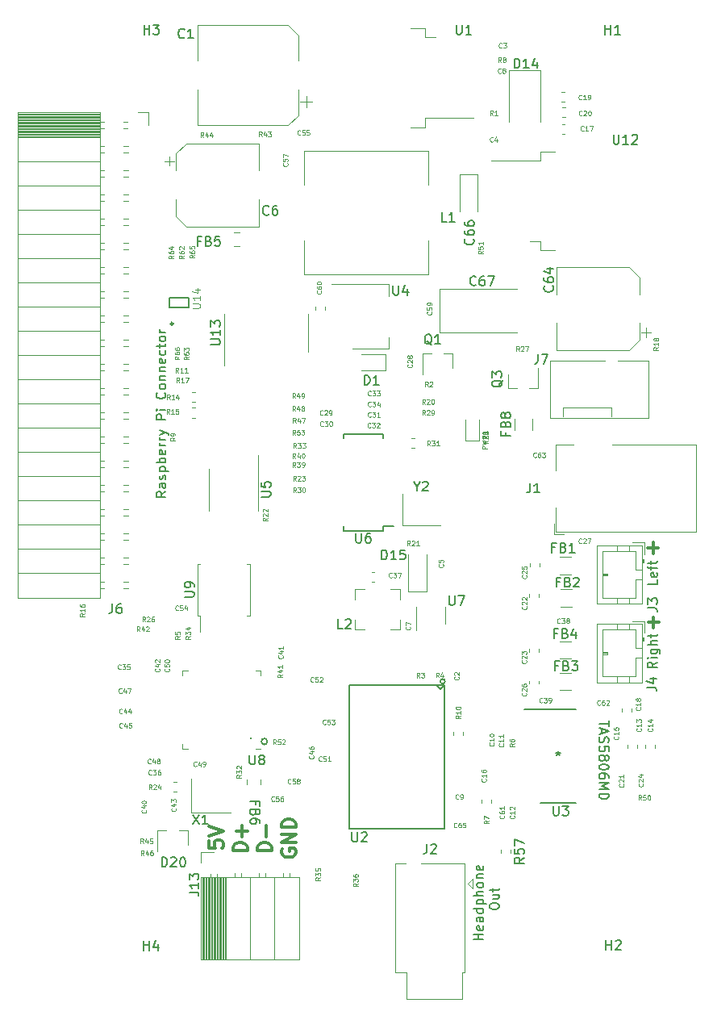
<source format=gbr>
G04 #@! TF.GenerationSoftware,KiCad,Pcbnew,(5.1.7)-1*
G04 #@! TF.CreationDate,2020-11-22T20:52:48-08:00*
G04 #@! TF.ProjectId,SJ-201-R4,534a2d32-3031-42d5-9234-2e6b69636164,rev?*
G04 #@! TF.SameCoordinates,Original*
G04 #@! TF.FileFunction,Legend,Top*
G04 #@! TF.FilePolarity,Positive*
%FSLAX46Y46*%
G04 Gerber Fmt 4.6, Leading zero omitted, Abs format (unit mm)*
G04 Created by KiCad (PCBNEW (5.1.7)-1) date 2020-11-22 20:52:48*
%MOMM*%
%LPD*%
G01*
G04 APERTURE LIST*
%ADD10C,0.300000*%
%ADD11C,0.150000*%
%ADD12C,0.120000*%
%ADD13C,0.250000*%
%ADD14C,0.152400*%
%ADD15C,0.050000*%
%ADD16C,0.080000*%
G04 APERTURE END LIST*
D10*
X66236042Y-63741228D02*
X66236042Y-62598371D01*
X66807471Y-63169800D02*
X65664614Y-63169800D01*
X65595571Y-55326742D02*
X66738428Y-55326742D01*
X66167000Y-55898171D02*
X66167000Y-54755314D01*
X19534371Y-86086914D02*
X19534371Y-86801200D01*
X20248657Y-86872628D01*
X20177228Y-86801200D01*
X20105800Y-86658342D01*
X20105800Y-86301200D01*
X20177228Y-86158342D01*
X20248657Y-86086914D01*
X20391514Y-86015485D01*
X20748657Y-86015485D01*
X20891514Y-86086914D01*
X20962942Y-86158342D01*
X21034371Y-86301200D01*
X21034371Y-86658342D01*
X20962942Y-86801200D01*
X20891514Y-86872628D01*
X19534371Y-85586914D02*
X21034371Y-85086914D01*
X19534371Y-84586914D01*
X23584371Y-87122628D02*
X22084371Y-87122628D01*
X22084371Y-86765485D01*
X22155800Y-86551200D01*
X22298657Y-86408342D01*
X22441514Y-86336914D01*
X22727228Y-86265485D01*
X22941514Y-86265485D01*
X23227228Y-86336914D01*
X23370085Y-86408342D01*
X23512942Y-86551200D01*
X23584371Y-86765485D01*
X23584371Y-87122628D01*
X23012942Y-85622628D02*
X23012942Y-84479771D01*
X23584371Y-85051200D02*
X22441514Y-85051200D01*
X26134371Y-87122628D02*
X24634371Y-87122628D01*
X24634371Y-86765485D01*
X24705800Y-86551200D01*
X24848657Y-86408342D01*
X24991514Y-86336914D01*
X25277228Y-86265485D01*
X25491514Y-86265485D01*
X25777228Y-86336914D01*
X25920085Y-86408342D01*
X26062942Y-86551200D01*
X26134371Y-86765485D01*
X26134371Y-87122628D01*
X25562942Y-85622628D02*
X25562942Y-84479771D01*
X27255800Y-86944057D02*
X27184371Y-87086914D01*
X27184371Y-87301200D01*
X27255800Y-87515485D01*
X27398657Y-87658342D01*
X27541514Y-87729771D01*
X27827228Y-87801200D01*
X28041514Y-87801200D01*
X28327228Y-87729771D01*
X28470085Y-87658342D01*
X28612942Y-87515485D01*
X28684371Y-87301200D01*
X28684371Y-87158342D01*
X28612942Y-86944057D01*
X28541514Y-86872628D01*
X28041514Y-86872628D01*
X28041514Y-87158342D01*
X28684371Y-86229771D02*
X27184371Y-86229771D01*
X28684371Y-85372628D01*
X27184371Y-85372628D01*
X28684371Y-84658342D02*
X27184371Y-84658342D01*
X27184371Y-84301200D01*
X27255800Y-84086914D01*
X27398657Y-83944057D01*
X27541514Y-83872628D01*
X27827228Y-83801200D01*
X28041514Y-83801200D01*
X28327228Y-83872628D01*
X28470085Y-83944057D01*
X28612942Y-84086914D01*
X28684371Y-84301200D01*
X28684371Y-84658342D01*
D11*
X66609220Y-58683756D02*
X66609220Y-59159946D01*
X65609220Y-59159946D01*
X66561601Y-57969470D02*
X66609220Y-58064708D01*
X66609220Y-58255184D01*
X66561601Y-58350422D01*
X66466363Y-58398041D01*
X66085411Y-58398041D01*
X65990173Y-58350422D01*
X65942554Y-58255184D01*
X65942554Y-58064708D01*
X65990173Y-57969470D01*
X66085411Y-57921851D01*
X66180649Y-57921851D01*
X66275887Y-58398041D01*
X65942554Y-57636137D02*
X65942554Y-57255184D01*
X66609220Y-57493280D02*
X65752078Y-57493280D01*
X65656840Y-57445660D01*
X65609220Y-57350422D01*
X65609220Y-57255184D01*
X65942554Y-57064708D02*
X65942554Y-56683756D01*
X65609220Y-56921851D02*
X66466363Y-56921851D01*
X66561601Y-56874232D01*
X66609220Y-56778994D01*
X66609220Y-56683756D01*
X66581280Y-67324147D02*
X66105090Y-67657480D01*
X66581280Y-67895576D02*
X65581280Y-67895576D01*
X65581280Y-67514623D01*
X65628900Y-67419385D01*
X65676519Y-67371766D01*
X65771757Y-67324147D01*
X65914614Y-67324147D01*
X66009852Y-67371766D01*
X66057471Y-67419385D01*
X66105090Y-67514623D01*
X66105090Y-67895576D01*
X66581280Y-66895576D02*
X65914614Y-66895576D01*
X65581280Y-66895576D02*
X65628900Y-66943195D01*
X65676519Y-66895576D01*
X65628900Y-66847957D01*
X65581280Y-66895576D01*
X65676519Y-66895576D01*
X65914614Y-65990814D02*
X66724138Y-65990814D01*
X66819376Y-66038433D01*
X66866995Y-66086052D01*
X66914614Y-66181290D01*
X66914614Y-66324147D01*
X66866995Y-66419385D01*
X66533661Y-65990814D02*
X66581280Y-66086052D01*
X66581280Y-66276528D01*
X66533661Y-66371766D01*
X66486042Y-66419385D01*
X66390804Y-66467004D01*
X66105090Y-66467004D01*
X66009852Y-66419385D01*
X65962233Y-66371766D01*
X65914614Y-66276528D01*
X65914614Y-66086052D01*
X65962233Y-65990814D01*
X66581280Y-65514623D02*
X65581280Y-65514623D01*
X66581280Y-65086052D02*
X66057471Y-65086052D01*
X65962233Y-65133671D01*
X65914614Y-65228909D01*
X65914614Y-65371766D01*
X65962233Y-65467004D01*
X66009852Y-65514623D01*
X65914614Y-64752719D02*
X65914614Y-64371766D01*
X65581280Y-64609861D02*
X66438423Y-64609861D01*
X66533661Y-64562242D01*
X66581280Y-64467004D01*
X66581280Y-64371766D01*
X48354740Y-96435015D02*
X47354740Y-96435015D01*
X47830931Y-96435015D02*
X47830931Y-95863586D01*
X48354740Y-95863586D02*
X47354740Y-95863586D01*
X48307121Y-95006443D02*
X48354740Y-95101681D01*
X48354740Y-95292158D01*
X48307121Y-95387396D01*
X48211883Y-95435015D01*
X47830931Y-95435015D01*
X47735693Y-95387396D01*
X47688074Y-95292158D01*
X47688074Y-95101681D01*
X47735693Y-95006443D01*
X47830931Y-94958824D01*
X47926169Y-94958824D01*
X48021407Y-95435015D01*
X48354740Y-94101681D02*
X47830931Y-94101681D01*
X47735693Y-94149300D01*
X47688074Y-94244539D01*
X47688074Y-94435015D01*
X47735693Y-94530253D01*
X48307121Y-94101681D02*
X48354740Y-94196920D01*
X48354740Y-94435015D01*
X48307121Y-94530253D01*
X48211883Y-94577872D01*
X48116645Y-94577872D01*
X48021407Y-94530253D01*
X47973788Y-94435015D01*
X47973788Y-94196920D01*
X47926169Y-94101681D01*
X48354740Y-93196920D02*
X47354740Y-93196920D01*
X48307121Y-93196920D02*
X48354740Y-93292158D01*
X48354740Y-93482634D01*
X48307121Y-93577872D01*
X48259502Y-93625491D01*
X48164264Y-93673110D01*
X47878550Y-93673110D01*
X47783312Y-93625491D01*
X47735693Y-93577872D01*
X47688074Y-93482634D01*
X47688074Y-93292158D01*
X47735693Y-93196920D01*
X47688074Y-92720729D02*
X48688074Y-92720729D01*
X47735693Y-92720729D02*
X47688074Y-92625491D01*
X47688074Y-92435015D01*
X47735693Y-92339777D01*
X47783312Y-92292158D01*
X47878550Y-92244539D01*
X48164264Y-92244539D01*
X48259502Y-92292158D01*
X48307121Y-92339777D01*
X48354740Y-92435015D01*
X48354740Y-92625491D01*
X48307121Y-92720729D01*
X48354740Y-91815967D02*
X47354740Y-91815967D01*
X48354740Y-91387396D02*
X47830931Y-91387396D01*
X47735693Y-91435015D01*
X47688074Y-91530253D01*
X47688074Y-91673110D01*
X47735693Y-91768348D01*
X47783312Y-91815967D01*
X48354740Y-90768348D02*
X48307121Y-90863586D01*
X48259502Y-90911205D01*
X48164264Y-90958824D01*
X47878550Y-90958824D01*
X47783312Y-90911205D01*
X47735693Y-90863586D01*
X47688074Y-90768348D01*
X47688074Y-90625491D01*
X47735693Y-90530253D01*
X47783312Y-90482634D01*
X47878550Y-90435015D01*
X48164264Y-90435015D01*
X48259502Y-90482634D01*
X48307121Y-90530253D01*
X48354740Y-90625491D01*
X48354740Y-90768348D01*
X47688074Y-90006443D02*
X48354740Y-90006443D01*
X47783312Y-90006443D02*
X47735693Y-89958824D01*
X47688074Y-89863586D01*
X47688074Y-89720729D01*
X47735693Y-89625491D01*
X47830931Y-89577872D01*
X48354740Y-89577872D01*
X48307121Y-88720729D02*
X48354740Y-88815967D01*
X48354740Y-89006443D01*
X48307121Y-89101681D01*
X48211883Y-89149300D01*
X47830931Y-89149300D01*
X47735693Y-89101681D01*
X47688074Y-89006443D01*
X47688074Y-88815967D01*
X47735693Y-88720729D01*
X47830931Y-88673110D01*
X47926169Y-88673110D01*
X48021407Y-89149300D01*
X49004740Y-93030253D02*
X49004740Y-92839777D01*
X49052360Y-92744539D01*
X49147598Y-92649300D01*
X49338074Y-92601681D01*
X49671407Y-92601681D01*
X49861883Y-92649300D01*
X49957121Y-92744539D01*
X50004740Y-92839777D01*
X50004740Y-93030253D01*
X49957121Y-93125491D01*
X49861883Y-93220729D01*
X49671407Y-93268348D01*
X49338074Y-93268348D01*
X49147598Y-93220729D01*
X49052360Y-93125491D01*
X49004740Y-93030253D01*
X49338074Y-91744539D02*
X50004740Y-91744539D01*
X49338074Y-92173110D02*
X49861883Y-92173110D01*
X49957121Y-92125491D01*
X50004740Y-92030253D01*
X50004740Y-91887396D01*
X49957121Y-91792158D01*
X49909502Y-91744539D01*
X49338074Y-91411205D02*
X49338074Y-91030253D01*
X49004740Y-91268348D02*
X49861883Y-91268348D01*
X49957121Y-91220729D01*
X50004740Y-91125491D01*
X50004740Y-91030253D01*
X15014200Y-49433097D02*
X14538010Y-49766430D01*
X15014200Y-50004525D02*
X14014200Y-50004525D01*
X14014200Y-49623573D01*
X14061820Y-49528335D01*
X14109439Y-49480716D01*
X14204677Y-49433097D01*
X14347534Y-49433097D01*
X14442772Y-49480716D01*
X14490391Y-49528335D01*
X14538010Y-49623573D01*
X14538010Y-50004525D01*
X15014200Y-48575954D02*
X14490391Y-48575954D01*
X14395153Y-48623573D01*
X14347534Y-48718811D01*
X14347534Y-48909287D01*
X14395153Y-49004525D01*
X14966581Y-48575954D02*
X15014200Y-48671192D01*
X15014200Y-48909287D01*
X14966581Y-49004525D01*
X14871343Y-49052144D01*
X14776105Y-49052144D01*
X14680867Y-49004525D01*
X14633248Y-48909287D01*
X14633248Y-48671192D01*
X14585629Y-48575954D01*
X14966581Y-48147382D02*
X15014200Y-48052144D01*
X15014200Y-47861668D01*
X14966581Y-47766430D01*
X14871343Y-47718811D01*
X14823724Y-47718811D01*
X14728486Y-47766430D01*
X14680867Y-47861668D01*
X14680867Y-48004525D01*
X14633248Y-48099763D01*
X14538010Y-48147382D01*
X14490391Y-48147382D01*
X14395153Y-48099763D01*
X14347534Y-48004525D01*
X14347534Y-47861668D01*
X14395153Y-47766430D01*
X14347534Y-47290240D02*
X15347534Y-47290240D01*
X14395153Y-47290240D02*
X14347534Y-47195001D01*
X14347534Y-47004525D01*
X14395153Y-46909287D01*
X14442772Y-46861668D01*
X14538010Y-46814049D01*
X14823724Y-46814049D01*
X14918962Y-46861668D01*
X14966581Y-46909287D01*
X15014200Y-47004525D01*
X15014200Y-47195001D01*
X14966581Y-47290240D01*
X15014200Y-46385478D02*
X14014200Y-46385478D01*
X14395153Y-46385478D02*
X14347534Y-46290240D01*
X14347534Y-46099763D01*
X14395153Y-46004525D01*
X14442772Y-45956906D01*
X14538010Y-45909287D01*
X14823724Y-45909287D01*
X14918962Y-45956906D01*
X14966581Y-46004525D01*
X15014200Y-46099763D01*
X15014200Y-46290240D01*
X14966581Y-46385478D01*
X14966581Y-45099763D02*
X15014200Y-45195001D01*
X15014200Y-45385478D01*
X14966581Y-45480716D01*
X14871343Y-45528335D01*
X14490391Y-45528335D01*
X14395153Y-45480716D01*
X14347534Y-45385478D01*
X14347534Y-45195001D01*
X14395153Y-45099763D01*
X14490391Y-45052144D01*
X14585629Y-45052144D01*
X14680867Y-45528335D01*
X15014200Y-44623573D02*
X14347534Y-44623573D01*
X14538010Y-44623573D02*
X14442772Y-44575954D01*
X14395153Y-44528335D01*
X14347534Y-44433097D01*
X14347534Y-44337859D01*
X15014200Y-44004525D02*
X14347534Y-44004525D01*
X14538010Y-44004525D02*
X14442772Y-43956906D01*
X14395153Y-43909287D01*
X14347534Y-43814049D01*
X14347534Y-43718811D01*
X14347534Y-43480716D02*
X15014200Y-43242620D01*
X14347534Y-43004525D02*
X15014200Y-43242620D01*
X15252296Y-43337859D01*
X15299915Y-43385478D01*
X15347534Y-43480716D01*
X15014200Y-41861668D02*
X14014200Y-41861668D01*
X14014200Y-41480716D01*
X14061820Y-41385478D01*
X14109439Y-41337859D01*
X14204677Y-41290240D01*
X14347534Y-41290240D01*
X14442772Y-41337859D01*
X14490391Y-41385478D01*
X14538010Y-41480716D01*
X14538010Y-41861668D01*
X15014200Y-40861668D02*
X14347534Y-40861668D01*
X14014200Y-40861668D02*
X14061820Y-40909287D01*
X14109439Y-40861668D01*
X14061820Y-40814049D01*
X14014200Y-40861668D01*
X14109439Y-40861668D01*
X14918962Y-39052144D02*
X14966581Y-39099763D01*
X15014200Y-39242620D01*
X15014200Y-39337859D01*
X14966581Y-39480716D01*
X14871343Y-39575954D01*
X14776105Y-39623573D01*
X14585629Y-39671192D01*
X14442772Y-39671192D01*
X14252296Y-39623573D01*
X14157058Y-39575954D01*
X14061820Y-39480716D01*
X14014200Y-39337859D01*
X14014200Y-39242620D01*
X14061820Y-39099763D01*
X14109439Y-39052144D01*
X15014200Y-38480716D02*
X14966581Y-38575954D01*
X14918962Y-38623573D01*
X14823724Y-38671192D01*
X14538010Y-38671192D01*
X14442772Y-38623573D01*
X14395153Y-38575954D01*
X14347534Y-38480716D01*
X14347534Y-38337859D01*
X14395153Y-38242620D01*
X14442772Y-38195001D01*
X14538010Y-38147382D01*
X14823724Y-38147382D01*
X14918962Y-38195001D01*
X14966581Y-38242620D01*
X15014200Y-38337859D01*
X15014200Y-38480716D01*
X14347534Y-37718811D02*
X15014200Y-37718811D01*
X14442772Y-37718811D02*
X14395153Y-37671192D01*
X14347534Y-37575954D01*
X14347534Y-37433097D01*
X14395153Y-37337859D01*
X14490391Y-37290240D01*
X15014200Y-37290240D01*
X14347534Y-36814049D02*
X15014200Y-36814049D01*
X14442772Y-36814049D02*
X14395153Y-36766430D01*
X14347534Y-36671192D01*
X14347534Y-36528335D01*
X14395153Y-36433097D01*
X14490391Y-36385478D01*
X15014200Y-36385478D01*
X14966581Y-35528335D02*
X15014200Y-35623573D01*
X15014200Y-35814049D01*
X14966581Y-35909287D01*
X14871343Y-35956906D01*
X14490391Y-35956906D01*
X14395153Y-35909287D01*
X14347534Y-35814049D01*
X14347534Y-35623573D01*
X14395153Y-35528335D01*
X14490391Y-35480716D01*
X14585629Y-35480716D01*
X14680867Y-35956906D01*
X14966581Y-34623573D02*
X15014200Y-34718811D01*
X15014200Y-34909287D01*
X14966581Y-35004525D01*
X14918962Y-35052144D01*
X14823724Y-35099763D01*
X14538010Y-35099763D01*
X14442772Y-35052144D01*
X14395153Y-35004525D01*
X14347534Y-34909287D01*
X14347534Y-34718811D01*
X14395153Y-34623573D01*
X14347534Y-34337859D02*
X14347534Y-33956906D01*
X14014200Y-34195001D02*
X14871343Y-34195001D01*
X14966581Y-34147382D01*
X15014200Y-34052144D01*
X15014200Y-33956906D01*
X15014200Y-33480716D02*
X14966581Y-33575954D01*
X14918962Y-33623573D01*
X14823724Y-33671192D01*
X14538010Y-33671192D01*
X14442772Y-33623573D01*
X14395153Y-33575954D01*
X14347534Y-33480716D01*
X14347534Y-33337859D01*
X14395153Y-33242620D01*
X14442772Y-33195001D01*
X14538010Y-33147382D01*
X14823724Y-33147382D01*
X14918962Y-33195001D01*
X14966581Y-33242620D01*
X15014200Y-33337859D01*
X15014200Y-33480716D01*
X15014200Y-32718811D02*
X14347534Y-32718811D01*
X14538010Y-32718811D02*
X14442772Y-32671192D01*
X14395153Y-32623573D01*
X14347534Y-32528335D01*
X14347534Y-32433097D01*
D12*
G04 #@! TO.C,Q1*
X45107980Y-34972720D02*
X45107980Y-36432720D01*
X41947980Y-34972720D02*
X41947980Y-37132720D01*
X41947980Y-34972720D02*
X42877980Y-34972720D01*
X45107980Y-34972720D02*
X44177980Y-34972720D01*
G04 #@! TO.C,J7*
X61798200Y-40570340D02*
X61798200Y-41580340D01*
X56718200Y-40570340D02*
X61798200Y-40570340D01*
X56718200Y-41580340D02*
X56718200Y-40570340D01*
X55368200Y-41680340D02*
X55368200Y-35680340D01*
X65668200Y-41680340D02*
X55368200Y-41680340D01*
X65668200Y-35730340D02*
X65668200Y-41680340D01*
X62468200Y-35730340D02*
X65668200Y-35730340D01*
X55368200Y-35680340D02*
X61118200Y-35680340D01*
G04 #@! TO.C,J2*
X46117720Y-99874400D02*
X46117720Y-102674400D01*
X40317720Y-99874400D02*
X40317720Y-102674400D01*
X39117720Y-99874400D02*
X39117720Y-88474400D01*
X40317720Y-102674400D02*
X46117720Y-102674400D01*
X46417720Y-99874400D02*
X46117720Y-99874400D01*
X40317720Y-99874400D02*
X39117720Y-99874400D01*
X39117720Y-88474400D02*
X40217720Y-88474400D01*
X46417720Y-88474400D02*
X41817720Y-88474400D01*
X46417720Y-99874400D02*
X46417720Y-88474400D01*
X46717720Y-90574400D02*
X47217720Y-91074400D01*
X47217720Y-91074400D02*
X47217720Y-90074400D01*
X47217720Y-90074400D02*
X46717720Y-90574400D01*
G04 #@! TO.C,L2*
X39623940Y-63915820D02*
X39623940Y-62890820D01*
X39623940Y-63915820D02*
X38598940Y-63915820D01*
X34853940Y-63915820D02*
X35878940Y-63915820D01*
X34853940Y-63915820D02*
X34853940Y-62890820D01*
X34853940Y-59695820D02*
X34853940Y-60720820D01*
X39623940Y-59695820D02*
X39623940Y-60720820D01*
X34853940Y-59695820D02*
X35878940Y-59695820D01*
X39623940Y-59695820D02*
X38598940Y-59695820D01*
G04 #@! TO.C,J1*
X55755360Y-52834840D02*
X55755360Y-53884840D01*
X56805360Y-53884840D02*
X55755360Y-53884840D01*
X61855360Y-44484840D02*
X70655360Y-44484840D01*
X70655360Y-44484840D02*
X70655360Y-53684840D01*
X55955360Y-47184840D02*
X55955360Y-44484840D01*
X55955360Y-44484840D02*
X57855360Y-44484840D01*
X70655360Y-53684840D02*
X55955360Y-53684840D01*
X55955360Y-53684840D02*
X55955360Y-51084840D01*
D11*
G04 #@! TO.C,U14*
X17408400Y-30103700D02*
X15408400Y-30103700D01*
X15408400Y-30103700D02*
X15408400Y-29103700D01*
X15408400Y-29103700D02*
X17408400Y-29103700D01*
X17408400Y-29103700D02*
X17408400Y-30103700D01*
D13*
X15783400Y-31803700D02*
G75*
G03*
X15783400Y-31803700I-125000J0D01*
G01*
D12*
G04 #@! TO.C,C67*
X43804280Y-32724760D02*
X51864280Y-32724760D01*
X43804280Y-28204760D02*
X43804280Y-32724760D01*
X51864280Y-28204760D02*
X43804280Y-28204760D01*
G04 #@! TO.C,U12*
X55837160Y-13728080D02*
X54337160Y-13728080D01*
X54337160Y-13728080D02*
X54337160Y-14678080D01*
X54337160Y-14678080D02*
X49212160Y-14678080D01*
X55837160Y-24128080D02*
X54337160Y-24128080D01*
X54337160Y-24128080D02*
X54337160Y-23178080D01*
X54337160Y-23178080D02*
X53237160Y-23178080D01*
G04 #@! TO.C,J4*
X65279800Y-63019600D02*
X64029800Y-63019600D01*
X65279800Y-64269600D02*
X65279800Y-63019600D01*
X60869800Y-66379600D02*
X61369800Y-66379600D01*
X61369800Y-66479600D02*
X60869800Y-66479600D01*
X61369800Y-66279600D02*
X61369800Y-66479600D01*
X60869800Y-66279600D02*
X61369800Y-66279600D01*
X62369800Y-69439600D02*
X62369800Y-68829600D01*
X63669800Y-69439600D02*
X63669800Y-68829600D01*
X62369800Y-63319600D02*
X62369800Y-63929600D01*
X63669800Y-63319600D02*
X63669800Y-63929600D01*
X64369800Y-66879600D02*
X64979800Y-66879600D01*
X64369800Y-68829600D02*
X64369800Y-66879600D01*
X60869800Y-68829600D02*
X64369800Y-68829600D01*
X60869800Y-63929600D02*
X60869800Y-68829600D01*
X64369800Y-63929600D02*
X60869800Y-63929600D01*
X64369800Y-65879600D02*
X64369800Y-63929600D01*
X64979800Y-65879600D02*
X64369800Y-65879600D01*
X65079800Y-65079600D02*
X65079800Y-64779600D01*
X65179800Y-64779600D02*
X64979800Y-64779600D01*
X65179800Y-65079600D02*
X65179800Y-64779600D01*
X64979800Y-65079600D02*
X65179800Y-65079600D01*
X64979800Y-69439600D02*
X64979800Y-63319600D01*
X60259800Y-69439600D02*
X64979800Y-69439600D01*
X60259800Y-63319600D02*
X60259800Y-69439600D01*
X64979800Y-63319600D02*
X60259800Y-63319600D01*
G04 #@! TO.C,J3*
X65279800Y-54790000D02*
X64029800Y-54790000D01*
X65279800Y-56040000D02*
X65279800Y-54790000D01*
X60869800Y-58150000D02*
X61369800Y-58150000D01*
X61369800Y-58250000D02*
X60869800Y-58250000D01*
X61369800Y-58050000D02*
X61369800Y-58250000D01*
X60869800Y-58050000D02*
X61369800Y-58050000D01*
X62369800Y-61210000D02*
X62369800Y-60600000D01*
X63669800Y-61210000D02*
X63669800Y-60600000D01*
X62369800Y-55090000D02*
X62369800Y-55700000D01*
X63669800Y-55090000D02*
X63669800Y-55700000D01*
X64369800Y-58650000D02*
X64979800Y-58650000D01*
X64369800Y-60600000D02*
X64369800Y-58650000D01*
X60869800Y-60600000D02*
X64369800Y-60600000D01*
X60869800Y-55700000D02*
X60869800Y-60600000D01*
X64369800Y-55700000D02*
X60869800Y-55700000D01*
X64369800Y-57650000D02*
X64369800Y-55700000D01*
X64979800Y-57650000D02*
X64369800Y-57650000D01*
X65079800Y-56850000D02*
X65079800Y-56550000D01*
X65179800Y-56550000D02*
X64979800Y-56550000D01*
X65179800Y-56850000D02*
X65179800Y-56550000D01*
X64979800Y-56850000D02*
X65179800Y-56850000D01*
X64979800Y-61210000D02*
X64979800Y-55090000D01*
X60259800Y-61210000D02*
X64979800Y-61210000D01*
X60259800Y-55090000D02*
X60259800Y-61210000D01*
X64979800Y-55090000D02*
X60259800Y-55090000D01*
D11*
G04 #@! TO.C,U8*
X23918800Y-75353800D02*
X23918800Y-75226800D01*
D12*
X24438800Y-76423800D02*
X24988800Y-76423800D01*
X16768800Y-68203800D02*
X16768800Y-68753800D01*
X17318800Y-68203800D02*
X16768800Y-68203800D01*
X24988800Y-68203800D02*
X24988800Y-68753800D01*
X24438800Y-68203800D02*
X24988800Y-68203800D01*
X16768800Y-76423800D02*
X16768800Y-75873800D01*
X17318800Y-76423800D02*
X16768800Y-76423800D01*
D11*
X25681255Y-75653800D02*
G75*
G03*
X25681255Y-75653800I-316228J0D01*
G01*
D12*
G04 #@! TO.C,C66*
X47711640Y-20020080D02*
X47711640Y-16110080D01*
X47711640Y-16110080D02*
X45841640Y-16110080D01*
X45841640Y-16110080D02*
X45841640Y-20020080D01*
G04 #@! TO.C,U4*
X32387100Y-27641500D02*
X38397100Y-27641500D01*
X34637100Y-34461500D02*
X38397100Y-34461500D01*
X38397100Y-27641500D02*
X38397100Y-28901500D01*
X38397100Y-34461500D02*
X38397100Y-33201500D01*
D14*
G04 #@! TO.C,U3*
X52618700Y-72314100D02*
X58068701Y-72314100D01*
X54368701Y-82114098D02*
X58068701Y-82114098D01*
D12*
G04 #@! TO.C,L1*
X42550000Y-17250000D02*
X42550000Y-13650000D01*
X42550000Y-13650000D02*
X29550000Y-13650000D01*
X29550000Y-13650000D02*
X29550000Y-17250000D01*
X42550000Y-23050000D02*
X42550000Y-26650000D01*
X42550000Y-26650000D02*
X29550000Y-26650000D01*
X29550000Y-26650000D02*
X29550000Y-23050000D01*
D11*
G04 #@! TO.C,U2*
X44338500Y-69333200D02*
G75*
G03*
X44338500Y-69333200I-254000J0D01*
G01*
X44258500Y-69770700D02*
X34258500Y-69770700D01*
X34258500Y-69770700D02*
X34258500Y-84770700D01*
X34258500Y-84770700D02*
X44258500Y-84770700D01*
X44258500Y-84770700D02*
X44258500Y-69770700D01*
X44258500Y-69770700D02*
X43830500Y-70158700D01*
X43830500Y-70158700D02*
X43513000Y-69777700D01*
D12*
G04 #@! TO.C,R10*
X45184600Y-74991179D02*
X45184600Y-74665621D01*
X46204600Y-74991179D02*
X46204600Y-74665621D01*
G04 #@! TO.C,R7*
X49201800Y-81790321D02*
X49201800Y-82115879D01*
X48181800Y-81790321D02*
X48181800Y-82115879D01*
G04 #@! TO.C,C26*
X53172900Y-69606379D02*
X53172900Y-69280821D01*
X54192900Y-69606379D02*
X54192900Y-69280821D01*
G04 #@! TO.C,C25*
X53236400Y-57249279D02*
X53236400Y-56923721D01*
X54256400Y-57249279D02*
X54256400Y-56923721D01*
G04 #@! TO.C,C23*
X53185600Y-66253579D02*
X53185600Y-65928021D01*
X54205600Y-66253579D02*
X54205600Y-65928021D01*
G04 #@! TO.C,C22*
X53198300Y-60475079D02*
X53198300Y-60149521D01*
X54218300Y-60475079D02*
X54218300Y-60149521D01*
G04 #@! TO.C,C20*
X56932779Y-10170000D02*
X56607221Y-10170000D01*
X56932779Y-9150000D02*
X56607221Y-9150000D01*
G04 #@! TO.C,C19*
X56912779Y-8500000D02*
X56587221Y-8500000D01*
X56912779Y-7480000D02*
X56587221Y-7480000D01*
G04 #@! TO.C,C18*
X63946500Y-72176421D02*
X63946500Y-72501979D01*
X62926500Y-72176421D02*
X62926500Y-72501979D01*
G04 #@! TO.C,C17*
X56922779Y-11900000D02*
X56597221Y-11900000D01*
X56922779Y-10880000D02*
X56597221Y-10880000D01*
G04 #@! TO.C,C14*
X66363700Y-76041321D02*
X66363700Y-76366879D01*
X65343700Y-76041321D02*
X65343700Y-76366879D01*
G04 #@! TO.C,C13*
X64538700Y-76041321D02*
X64538700Y-76366879D01*
X63518700Y-76041321D02*
X63518700Y-76366879D01*
G04 #@! TO.C,R57*
X51254120Y-87030341D02*
X51254120Y-87355899D01*
X50234120Y-87030341D02*
X50234120Y-87355899D01*
G04 #@! TO.C,R15*
X17744221Y-40650700D02*
X18069779Y-40650700D01*
X17744221Y-41670700D02*
X18069779Y-41670700D01*
G04 #@! TO.C,R14*
X17753021Y-39037800D02*
X18078579Y-39037800D01*
X17753021Y-40057800D02*
X18078579Y-40057800D01*
G04 #@! TO.C,Q3*
X50959900Y-38618700D02*
X51889900Y-38618700D01*
X54119900Y-38618700D02*
X53189900Y-38618700D01*
X54119900Y-38618700D02*
X54119900Y-36458700D01*
X50959900Y-38618700D02*
X50959900Y-37158700D01*
G04 #@! TO.C,J13*
X18720000Y-88400000D02*
X18720000Y-87290000D01*
X18720000Y-87290000D02*
X20050000Y-87290000D01*
X18720000Y-98490000D02*
X29000000Y-98490000D01*
X29000000Y-98490000D02*
X29000000Y-89860000D01*
X18720000Y-89860000D02*
X29000000Y-89860000D01*
X18720000Y-98490000D02*
X18720000Y-89860000D01*
X26400000Y-98490000D02*
X26400000Y-89860000D01*
X23860000Y-98490000D02*
X23860000Y-89860000D01*
X21320000Y-98490000D02*
X21320000Y-89860000D01*
X28030000Y-89860000D02*
X28030000Y-89450000D01*
X27310000Y-89860000D02*
X27310000Y-89450000D01*
X25490000Y-89860000D02*
X25490000Y-89450000D01*
X24770000Y-89860000D02*
X24770000Y-89450000D01*
X22950000Y-89860000D02*
X22950000Y-89450000D01*
X22230000Y-89860000D02*
X22230000Y-89450000D01*
X20410000Y-89860000D02*
X20410000Y-89510000D01*
X19690000Y-89860000D02*
X19690000Y-89510000D01*
X21201900Y-98490000D02*
X21201900Y-89860000D01*
X21083805Y-98490000D02*
X21083805Y-89860000D01*
X20965710Y-98490000D02*
X20965710Y-89860000D01*
X20847615Y-98490000D02*
X20847615Y-89860000D01*
X20729520Y-98490000D02*
X20729520Y-89860000D01*
X20611425Y-98490000D02*
X20611425Y-89860000D01*
X20493330Y-98490000D02*
X20493330Y-89860000D01*
X20375235Y-98490000D02*
X20375235Y-89860000D01*
X20257140Y-98490000D02*
X20257140Y-89860000D01*
X20139045Y-98490000D02*
X20139045Y-89860000D01*
X20020950Y-98490000D02*
X20020950Y-89860000D01*
X19902855Y-98490000D02*
X19902855Y-89860000D01*
X19784760Y-98490000D02*
X19784760Y-89860000D01*
X19666665Y-98490000D02*
X19666665Y-89860000D01*
X19548570Y-98490000D02*
X19548570Y-89860000D01*
X19430475Y-98490000D02*
X19430475Y-89860000D01*
X19312380Y-98490000D02*
X19312380Y-89860000D01*
X19194285Y-98490000D02*
X19194285Y-89860000D01*
X19076190Y-98490000D02*
X19076190Y-89860000D01*
X18958095Y-98490000D02*
X18958095Y-89860000D01*
X18840000Y-98490000D02*
X18840000Y-89860000D01*
G04 #@! TO.C,U9*
X23824780Y-59717940D02*
X23824780Y-56992940D01*
X23824780Y-56992940D02*
X23564780Y-56992940D01*
X23824780Y-59717940D02*
X23824780Y-62442940D01*
X23824780Y-62442940D02*
X23564780Y-62442940D01*
X18374780Y-59717940D02*
X18374780Y-56992940D01*
X18374780Y-56992940D02*
X18634780Y-56992940D01*
X18374780Y-59717940D02*
X18374780Y-62442940D01*
X18374780Y-62442940D02*
X18634780Y-62442940D01*
X18634780Y-62442940D02*
X18634780Y-64117940D01*
G04 #@! TO.C,FB5*
X22724878Y-22277000D02*
X22207722Y-22277000D01*
X22724878Y-23697000D02*
X22207722Y-23697000D01*
G04 #@! TO.C,D15*
X40437560Y-59928320D02*
X40437560Y-56028320D01*
X42437560Y-59928320D02*
X42437560Y-56028320D01*
X40437560Y-59928320D02*
X42437560Y-59928320D01*
G04 #@! TO.C,C37*
X36608801Y-58891900D02*
X36934359Y-58891900D01*
X36608801Y-57871900D02*
X36934359Y-57871900D01*
G04 #@! TO.C,U7*
X41322020Y-61548120D02*
X41322020Y-63978120D01*
X44392020Y-63308120D02*
X44392020Y-61548120D01*
G04 #@! TO.C,C64*
X65465640Y-33241080D02*
X65465640Y-32241080D01*
X65965640Y-32741080D02*
X64965640Y-32741080D01*
X64725640Y-26935517D02*
X63661203Y-25871080D01*
X64725640Y-33526643D02*
X63661203Y-34591080D01*
X64725640Y-33526643D02*
X64725640Y-31741080D01*
X64725640Y-26935517D02*
X64725640Y-28721080D01*
X63661203Y-25871080D02*
X56005640Y-25871080D01*
X63661203Y-34591080D02*
X56005640Y-34591080D01*
X56005640Y-34591080D02*
X56005640Y-31741080D01*
X56005640Y-25871080D02*
X56005640Y-28721080D01*
G04 #@! TO.C,C6*
X15374940Y-14246760D02*
X15374940Y-15246760D01*
X14874940Y-14746760D02*
X15874940Y-14746760D01*
X16114940Y-20552323D02*
X17179377Y-21616760D01*
X16114940Y-13961197D02*
X17179377Y-12896760D01*
X16114940Y-13961197D02*
X16114940Y-15746760D01*
X16114940Y-20552323D02*
X16114940Y-18766760D01*
X17179377Y-21616760D02*
X24834940Y-21616760D01*
X17179377Y-12896760D02*
X24834940Y-12896760D01*
X24834940Y-12896760D02*
X24834940Y-15746760D01*
X24834940Y-21616760D02*
X24834940Y-18766760D01*
G04 #@! TO.C,R24*
X16162779Y-79890000D02*
X15837221Y-79890000D01*
X16162779Y-80910000D02*
X15837221Y-80910000D01*
G04 #@! TO.C,X1*
X17673200Y-83091800D02*
X21873200Y-83091800D01*
X17673200Y-79591800D02*
X17673200Y-83091800D01*
G04 #@! TO.C,FB8*
X53488000Y-42969264D02*
X53488000Y-41765136D01*
X51668000Y-42969264D02*
X51668000Y-41765136D01*
G04 #@! TO.C,FB4*
X57599664Y-65130000D02*
X56395536Y-65130000D01*
X57599664Y-66950000D02*
X56395536Y-66950000D01*
G04 #@! TO.C,FB3*
X57599664Y-68432000D02*
X56395536Y-68432000D01*
X57599664Y-70252000D02*
X56395536Y-70252000D01*
G04 #@! TO.C,FB2*
X57637764Y-59669000D02*
X56433636Y-59669000D01*
X57637764Y-61489000D02*
X56433636Y-61489000D01*
G04 #@! TO.C,FB1*
X57599664Y-56303500D02*
X56395536Y-56303500D01*
X57599664Y-58123500D02*
X56395536Y-58123500D01*
G04 #@! TO.C,U5*
X24733400Y-49212500D02*
X24733400Y-45612500D01*
X24733400Y-49212500D02*
X24733400Y-51412500D01*
X19513400Y-49212500D02*
X19513400Y-47012500D01*
X19513400Y-49212500D02*
X19513400Y-51412500D01*
G04 #@! TO.C,FB6*
X24973060Y-80170698D02*
X24973060Y-79653542D01*
X23553060Y-80170698D02*
X23553060Y-79653542D01*
G04 #@! TO.C,R31*
X40787101Y-43820620D02*
X41112659Y-43820620D01*
X40787101Y-44840620D02*
X41112659Y-44840620D01*
G04 #@! TO.C,J6*
X-537060Y-9767880D02*
X8092940Y-9767880D01*
X-537060Y-9885975D02*
X8092940Y-9885975D01*
X-537060Y-10004070D02*
X8092940Y-10004070D01*
X-537060Y-10122165D02*
X8092940Y-10122165D01*
X-537060Y-10240260D02*
X8092940Y-10240260D01*
X-537060Y-10358355D02*
X8092940Y-10358355D01*
X-537060Y-10476450D02*
X8092940Y-10476450D01*
X-537060Y-10594545D02*
X8092940Y-10594545D01*
X-537060Y-10712640D02*
X8092940Y-10712640D01*
X-537060Y-10830735D02*
X8092940Y-10830735D01*
X-537060Y-10948830D02*
X8092940Y-10948830D01*
X-537060Y-11066925D02*
X8092940Y-11066925D01*
X-537060Y-11185020D02*
X8092940Y-11185020D01*
X-537060Y-11303115D02*
X8092940Y-11303115D01*
X-537060Y-11421210D02*
X8092940Y-11421210D01*
X-537060Y-11539305D02*
X8092940Y-11539305D01*
X-537060Y-11657400D02*
X8092940Y-11657400D01*
X-537060Y-11775495D02*
X8092940Y-11775495D01*
X-537060Y-11893590D02*
X8092940Y-11893590D01*
X-537060Y-12011685D02*
X8092940Y-12011685D01*
X-537060Y-12129780D02*
X8092940Y-12129780D01*
X8092940Y-10617880D02*
X8502940Y-10617880D01*
X10602940Y-10617880D02*
X10982940Y-10617880D01*
X8092940Y-11337880D02*
X8502940Y-11337880D01*
X10602940Y-11337880D02*
X10982940Y-11337880D01*
X8092940Y-13157880D02*
X8502940Y-13157880D01*
X10602940Y-13157880D02*
X11042940Y-13157880D01*
X8092940Y-13877880D02*
X8502940Y-13877880D01*
X10602940Y-13877880D02*
X11042940Y-13877880D01*
X8092940Y-15697880D02*
X8502940Y-15697880D01*
X10602940Y-15697880D02*
X11042940Y-15697880D01*
X8092940Y-16417880D02*
X8502940Y-16417880D01*
X10602940Y-16417880D02*
X11042940Y-16417880D01*
X8092940Y-18237880D02*
X8502940Y-18237880D01*
X10602940Y-18237880D02*
X11042940Y-18237880D01*
X8092940Y-18957880D02*
X8502940Y-18957880D01*
X10602940Y-18957880D02*
X11042940Y-18957880D01*
X8092940Y-20777880D02*
X8502940Y-20777880D01*
X10602940Y-20777880D02*
X11042940Y-20777880D01*
X8092940Y-21497880D02*
X8502940Y-21497880D01*
X10602940Y-21497880D02*
X11042940Y-21497880D01*
X8092940Y-23317880D02*
X8502940Y-23317880D01*
X10602940Y-23317880D02*
X11042940Y-23317880D01*
X8092940Y-24037880D02*
X8502940Y-24037880D01*
X10602940Y-24037880D02*
X11042940Y-24037880D01*
X8092940Y-25857880D02*
X8502940Y-25857880D01*
X10602940Y-25857880D02*
X11042940Y-25857880D01*
X8092940Y-26577880D02*
X8502940Y-26577880D01*
X10602940Y-26577880D02*
X11042940Y-26577880D01*
X8092940Y-28397880D02*
X8502940Y-28397880D01*
X10602940Y-28397880D02*
X11042940Y-28397880D01*
X8092940Y-29117880D02*
X8502940Y-29117880D01*
X10602940Y-29117880D02*
X11042940Y-29117880D01*
X8092940Y-30937880D02*
X8502940Y-30937880D01*
X10602940Y-30937880D02*
X11042940Y-30937880D01*
X8092940Y-31657880D02*
X8502940Y-31657880D01*
X10602940Y-31657880D02*
X11042940Y-31657880D01*
X8092940Y-33477880D02*
X8502940Y-33477880D01*
X10602940Y-33477880D02*
X11042940Y-33477880D01*
X8092940Y-34197880D02*
X8502940Y-34197880D01*
X10602940Y-34197880D02*
X11042940Y-34197880D01*
X8092940Y-36017880D02*
X8502940Y-36017880D01*
X10602940Y-36017880D02*
X11042940Y-36017880D01*
X8092940Y-36737880D02*
X8502940Y-36737880D01*
X10602940Y-36737880D02*
X11042940Y-36737880D01*
X8092940Y-38557880D02*
X8502940Y-38557880D01*
X10602940Y-38557880D02*
X11042940Y-38557880D01*
X8092940Y-39277880D02*
X8502940Y-39277880D01*
X10602940Y-39277880D02*
X11042940Y-39277880D01*
X8092940Y-41097880D02*
X8502940Y-41097880D01*
X10602940Y-41097880D02*
X11042940Y-41097880D01*
X8092940Y-41817880D02*
X8502940Y-41817880D01*
X10602940Y-41817880D02*
X11042940Y-41817880D01*
X8092940Y-43637880D02*
X8502940Y-43637880D01*
X10602940Y-43637880D02*
X11042940Y-43637880D01*
X8092940Y-44357880D02*
X8502940Y-44357880D01*
X10602940Y-44357880D02*
X11042940Y-44357880D01*
X8092940Y-46177880D02*
X8502940Y-46177880D01*
X10602940Y-46177880D02*
X11042940Y-46177880D01*
X8092940Y-46897880D02*
X8502940Y-46897880D01*
X10602940Y-46897880D02*
X11042940Y-46897880D01*
X8092940Y-48717880D02*
X8502940Y-48717880D01*
X10602940Y-48717880D02*
X11042940Y-48717880D01*
X8092940Y-49437880D02*
X8502940Y-49437880D01*
X10602940Y-49437880D02*
X11042940Y-49437880D01*
X8092940Y-51257880D02*
X8502940Y-51257880D01*
X10602940Y-51257880D02*
X11042940Y-51257880D01*
X8092940Y-51977880D02*
X8502940Y-51977880D01*
X10602940Y-51977880D02*
X11042940Y-51977880D01*
X8092940Y-53797880D02*
X8502940Y-53797880D01*
X10602940Y-53797880D02*
X11042940Y-53797880D01*
X8092940Y-54517880D02*
X8502940Y-54517880D01*
X10602940Y-54517880D02*
X11042940Y-54517880D01*
X8092940Y-56337880D02*
X8502940Y-56337880D01*
X10602940Y-56337880D02*
X11042940Y-56337880D01*
X8092940Y-57057880D02*
X8502940Y-57057880D01*
X10602940Y-57057880D02*
X11042940Y-57057880D01*
X8092940Y-58877880D02*
X8502940Y-58877880D01*
X10602940Y-58877880D02*
X11042940Y-58877880D01*
X8092940Y-59597880D02*
X8502940Y-59597880D01*
X10602940Y-59597880D02*
X11042940Y-59597880D01*
X-537060Y-12247880D02*
X8092940Y-12247880D01*
X-537060Y-14787880D02*
X8092940Y-14787880D01*
X-537060Y-17327880D02*
X8092940Y-17327880D01*
X-537060Y-19867880D02*
X8092940Y-19867880D01*
X-537060Y-22407880D02*
X8092940Y-22407880D01*
X-537060Y-24947880D02*
X8092940Y-24947880D01*
X-537060Y-27487880D02*
X8092940Y-27487880D01*
X-537060Y-30027880D02*
X8092940Y-30027880D01*
X-537060Y-32567880D02*
X8092940Y-32567880D01*
X-537060Y-35107880D02*
X8092940Y-35107880D01*
X-537060Y-37647880D02*
X8092940Y-37647880D01*
X-537060Y-40187880D02*
X8092940Y-40187880D01*
X-537060Y-42727880D02*
X8092940Y-42727880D01*
X-537060Y-45267880D02*
X8092940Y-45267880D01*
X-537060Y-47807880D02*
X8092940Y-47807880D01*
X-537060Y-50347880D02*
X8092940Y-50347880D01*
X-537060Y-52887880D02*
X8092940Y-52887880D01*
X-537060Y-55427880D02*
X8092940Y-55427880D01*
X-537060Y-57967880D02*
X8092940Y-57967880D01*
X-537060Y-9647880D02*
X8092940Y-9647880D01*
X8092940Y-9647880D02*
X8092940Y-60567880D01*
X-537060Y-60567880D02*
X8092940Y-60567880D01*
X-537060Y-9647880D02*
X-537060Y-60567880D01*
X13202940Y-9647880D02*
X13202940Y-10977880D01*
X12092940Y-9647880D02*
X13202940Y-9647880D01*
G04 #@! TO.C,D14*
X54375000Y-5200000D02*
X54375000Y-10600000D01*
X51075000Y-5200000D02*
X51075000Y-10600000D01*
X54375000Y-5200000D02*
X51075000Y-5200000D01*
G04 #@! TO.C,U1*
X40700000Y-11200000D02*
X42200000Y-11200000D01*
X42200000Y-11200000D02*
X42200000Y-10250000D01*
X42200000Y-10250000D02*
X47325000Y-10250000D01*
X40700000Y-800000D02*
X42200000Y-800000D01*
X42200000Y-800000D02*
X42200000Y-1750000D01*
X42200000Y-1750000D02*
X43300000Y-1750000D01*
G04 #@! TO.C,C1*
X18390000Y-490000D02*
X18390000Y-4240000D01*
X18390000Y-11010000D02*
X18390000Y-7260000D01*
X27845563Y-11010000D02*
X18390000Y-11010000D01*
X27845563Y-490000D02*
X18390000Y-490000D01*
X28910000Y-1554437D02*
X28910000Y-4240000D01*
X28910000Y-9945563D02*
X28910000Y-7260000D01*
X28910000Y-9945563D02*
X27845563Y-11010000D01*
X28910000Y-1554437D02*
X27845563Y-490000D01*
X30400000Y-8510000D02*
X29150000Y-8510000D01*
X29775000Y-9135000D02*
X29775000Y-7885000D01*
G04 #@! TO.C,C60*
X30732000Y-30388779D02*
X30732000Y-30063221D01*
X31752000Y-30388779D02*
X31752000Y-30063221D01*
G04 #@! TO.C,Y2*
X39838880Y-49703720D02*
X39838880Y-53003720D01*
X39838880Y-53003720D02*
X43838880Y-53003720D01*
G04 #@! TO.C,PWR1*
X46463280Y-41836440D02*
X46463280Y-44121440D01*
X46463280Y-44121440D02*
X47933280Y-44121440D01*
X47933280Y-44121440D02*
X47933280Y-41836440D01*
G04 #@! TO.C,D20*
X17328000Y-85015800D02*
X17328000Y-86475800D01*
X14168000Y-85015800D02*
X14168000Y-87175800D01*
X14168000Y-85015800D02*
X15098000Y-85015800D01*
X17328000Y-85015800D02*
X16398000Y-85015800D01*
D11*
G04 #@! TO.C,U6*
X37817880Y-53058120D02*
X38942880Y-53058120D01*
X37817880Y-43378120D02*
X33667880Y-43378120D01*
X37817880Y-53538120D02*
X33667880Y-53538120D01*
X37817880Y-43378120D02*
X37817880Y-43858120D01*
X33667880Y-43378120D02*
X33667880Y-43858120D01*
X33667880Y-53538120D02*
X33667880Y-53058120D01*
X37817880Y-53538120D02*
X37817880Y-53058120D01*
D12*
G04 #@! TO.C,D1*
X38114100Y-36755440D02*
X38114100Y-35055440D01*
X38114100Y-35055440D02*
X35564100Y-35055440D01*
X38114100Y-36755440D02*
X35564100Y-36755440D01*
G04 #@! TO.C,U13*
X29987400Y-32778700D02*
X29987400Y-30828700D01*
X29987400Y-32778700D02*
X29987400Y-34728700D01*
X21117400Y-32778700D02*
X21117400Y-30828700D01*
X21117400Y-32778700D02*
X21117400Y-36228700D01*
G04 #@! TO.C,R33*
D15*
X28715851Y-44853990D02*
X28549184Y-44615895D01*
X28430137Y-44853990D02*
X28430137Y-44353990D01*
X28620613Y-44353990D01*
X28668232Y-44377800D01*
X28692041Y-44401609D01*
X28715851Y-44449228D01*
X28715851Y-44520657D01*
X28692041Y-44568276D01*
X28668232Y-44592085D01*
X28620613Y-44615895D01*
X28430137Y-44615895D01*
X28882518Y-44353990D02*
X29192041Y-44353990D01*
X29025375Y-44544466D01*
X29096803Y-44544466D01*
X29144422Y-44568276D01*
X29168232Y-44592085D01*
X29192041Y-44639704D01*
X29192041Y-44758752D01*
X29168232Y-44806371D01*
X29144422Y-44830180D01*
X29096803Y-44853990D01*
X28953946Y-44853990D01*
X28906327Y-44830180D01*
X28882518Y-44806371D01*
X29358708Y-44353990D02*
X29668232Y-44353990D01*
X29501565Y-44544466D01*
X29572994Y-44544466D01*
X29620613Y-44568276D01*
X29644422Y-44592085D01*
X29668232Y-44639704D01*
X29668232Y-44758752D01*
X29644422Y-44806371D01*
X29620613Y-44830180D01*
X29572994Y-44853990D01*
X29430137Y-44853990D01*
X29382518Y-44830180D01*
X29358708Y-44806371D01*
G04 #@! TO.C,R9*
X16019910Y-43766253D02*
X15781815Y-43932920D01*
X16019910Y-44051967D02*
X15519910Y-44051967D01*
X15519910Y-43861491D01*
X15543720Y-43813872D01*
X15567529Y-43790062D01*
X15615148Y-43766253D01*
X15686577Y-43766253D01*
X15734196Y-43790062D01*
X15758005Y-43813872D01*
X15781815Y-43861491D01*
X15781815Y-44051967D01*
X16019910Y-43528158D02*
X16019910Y-43432920D01*
X15996100Y-43385300D01*
X15972291Y-43361491D01*
X15900862Y-43313872D01*
X15805624Y-43290062D01*
X15615148Y-43290062D01*
X15567529Y-43313872D01*
X15543720Y-43337681D01*
X15519910Y-43385300D01*
X15519910Y-43480539D01*
X15543720Y-43528158D01*
X15567529Y-43551967D01*
X15615148Y-43575777D01*
X15734196Y-43575777D01*
X15781815Y-43551967D01*
X15805624Y-43528158D01*
X15829434Y-43480539D01*
X15829434Y-43385300D01*
X15805624Y-43337681D01*
X15781815Y-43313872D01*
X15734196Y-43290062D01*
G04 #@! TO.C,R29*
X42243891Y-41384350D02*
X42077224Y-41146255D01*
X41958177Y-41384350D02*
X41958177Y-40884350D01*
X42148653Y-40884350D01*
X42196272Y-40908160D01*
X42220081Y-40931969D01*
X42243891Y-40979588D01*
X42243891Y-41051017D01*
X42220081Y-41098636D01*
X42196272Y-41122445D01*
X42148653Y-41146255D01*
X41958177Y-41146255D01*
X42434367Y-40931969D02*
X42458177Y-40908160D01*
X42505796Y-40884350D01*
X42624843Y-40884350D01*
X42672462Y-40908160D01*
X42696272Y-40931969D01*
X42720081Y-40979588D01*
X42720081Y-41027207D01*
X42696272Y-41098636D01*
X42410558Y-41384350D01*
X42720081Y-41384350D01*
X42958177Y-41384350D02*
X43053415Y-41384350D01*
X43101034Y-41360540D01*
X43124843Y-41336731D01*
X43172462Y-41265302D01*
X43196272Y-41170064D01*
X43196272Y-40979588D01*
X43172462Y-40931969D01*
X43148653Y-40908160D01*
X43101034Y-40884350D01*
X43005796Y-40884350D01*
X42958177Y-40908160D01*
X42934367Y-40931969D01*
X42910558Y-40979588D01*
X42910558Y-41098636D01*
X42934367Y-41146255D01*
X42958177Y-41170064D01*
X43005796Y-41193874D01*
X43101034Y-41193874D01*
X43148653Y-41170064D01*
X43172462Y-41146255D01*
X43196272Y-41098636D01*
G04 #@! TO.C,R20*
X42243891Y-40243890D02*
X42077224Y-40005795D01*
X41958177Y-40243890D02*
X41958177Y-39743890D01*
X42148653Y-39743890D01*
X42196272Y-39767700D01*
X42220081Y-39791509D01*
X42243891Y-39839128D01*
X42243891Y-39910557D01*
X42220081Y-39958176D01*
X42196272Y-39981985D01*
X42148653Y-40005795D01*
X41958177Y-40005795D01*
X42434367Y-39791509D02*
X42458177Y-39767700D01*
X42505796Y-39743890D01*
X42624843Y-39743890D01*
X42672462Y-39767700D01*
X42696272Y-39791509D01*
X42720081Y-39839128D01*
X42720081Y-39886747D01*
X42696272Y-39958176D01*
X42410558Y-40243890D01*
X42720081Y-40243890D01*
X43029605Y-39743890D02*
X43077224Y-39743890D01*
X43124843Y-39767700D01*
X43148653Y-39791509D01*
X43172462Y-39839128D01*
X43196272Y-39934366D01*
X43196272Y-40053414D01*
X43172462Y-40148652D01*
X43148653Y-40196271D01*
X43124843Y-40220080D01*
X43077224Y-40243890D01*
X43029605Y-40243890D01*
X42981986Y-40220080D01*
X42958177Y-40196271D01*
X42934367Y-40148652D01*
X42910558Y-40053414D01*
X42910558Y-39934366D01*
X42934367Y-39839128D01*
X42958177Y-39791509D01*
X42981986Y-39767700D01*
X43029605Y-39743890D01*
G04 #@! TO.C,R18*
X66720850Y-34286308D02*
X66482755Y-34452975D01*
X66720850Y-34572022D02*
X66220850Y-34572022D01*
X66220850Y-34381546D01*
X66244660Y-34333927D01*
X66268469Y-34310118D01*
X66316088Y-34286308D01*
X66387517Y-34286308D01*
X66435136Y-34310118D01*
X66458945Y-34333927D01*
X66482755Y-34381546D01*
X66482755Y-34572022D01*
X66720850Y-33810118D02*
X66720850Y-34095832D01*
X66720850Y-33952975D02*
X66220850Y-33952975D01*
X66292279Y-34000594D01*
X66339898Y-34048213D01*
X66363707Y-34095832D01*
X66435136Y-33524403D02*
X66411326Y-33572022D01*
X66387517Y-33595832D01*
X66339898Y-33619641D01*
X66316088Y-33619641D01*
X66268469Y-33595832D01*
X66244660Y-33572022D01*
X66220850Y-33524403D01*
X66220850Y-33429165D01*
X66244660Y-33381546D01*
X66268469Y-33357737D01*
X66316088Y-33333927D01*
X66339898Y-33333927D01*
X66387517Y-33357737D01*
X66411326Y-33381546D01*
X66435136Y-33429165D01*
X66435136Y-33524403D01*
X66458945Y-33572022D01*
X66482755Y-33595832D01*
X66530374Y-33619641D01*
X66625612Y-33619641D01*
X66673231Y-33595832D01*
X66697040Y-33572022D01*
X66720850Y-33524403D01*
X66720850Y-33429165D01*
X66697040Y-33381546D01*
X66673231Y-33357737D01*
X66625612Y-33333927D01*
X66530374Y-33333927D01*
X66482755Y-33357737D01*
X66458945Y-33381546D01*
X66435136Y-33429165D01*
G04 #@! TO.C,R2*
X42535326Y-38417630D02*
X42368660Y-38179535D01*
X42249612Y-38417630D02*
X42249612Y-37917630D01*
X42440088Y-37917630D01*
X42487707Y-37941440D01*
X42511517Y-37965249D01*
X42535326Y-38012868D01*
X42535326Y-38084297D01*
X42511517Y-38131916D01*
X42487707Y-38155725D01*
X42440088Y-38179535D01*
X42249612Y-38179535D01*
X42725802Y-37965249D02*
X42749612Y-37941440D01*
X42797231Y-37917630D01*
X42916279Y-37917630D01*
X42963898Y-37941440D01*
X42987707Y-37965249D01*
X43011517Y-38012868D01*
X43011517Y-38060487D01*
X42987707Y-38131916D01*
X42701993Y-38417630D01*
X43011517Y-38417630D01*
G04 #@! TO.C,Q1*
D11*
X42942521Y-34034979D02*
X42847283Y-33987360D01*
X42752045Y-33892121D01*
X42609188Y-33749264D01*
X42513950Y-33701645D01*
X42418712Y-33701645D01*
X42466331Y-33939740D02*
X42371093Y-33892121D01*
X42275855Y-33796883D01*
X42228236Y-33606407D01*
X42228236Y-33273074D01*
X42275855Y-33082598D01*
X42371093Y-32987360D01*
X42466331Y-32939740D01*
X42656807Y-32939740D01*
X42752045Y-32987360D01*
X42847283Y-33082598D01*
X42894902Y-33273074D01*
X42894902Y-33606407D01*
X42847283Y-33796883D01*
X42752045Y-33892121D01*
X42656807Y-33939740D01*
X42466331Y-33939740D01*
X43847283Y-33939740D02*
X43275855Y-33939740D01*
X43561569Y-33939740D02*
X43561569Y-32939740D01*
X43466331Y-33082598D01*
X43371093Y-33177836D01*
X43275855Y-33225455D01*
G04 #@! TO.C,J7*
X54096326Y-35020000D02*
X54096326Y-35734286D01*
X54048707Y-35877143D01*
X53953469Y-35972381D01*
X53810612Y-36020000D01*
X53715374Y-36020000D01*
X54477279Y-35020000D02*
X55143945Y-35020000D01*
X54715374Y-36020000D01*
G04 #@! TO.C,J2*
X42427566Y-86411820D02*
X42427566Y-87126106D01*
X42379947Y-87268963D01*
X42284709Y-87364201D01*
X42141852Y-87411820D01*
X42046614Y-87411820D01*
X42856138Y-86507059D02*
X42903757Y-86459440D01*
X42998995Y-86411820D01*
X43237090Y-86411820D01*
X43332328Y-86459440D01*
X43379947Y-86507059D01*
X43427566Y-86602297D01*
X43427566Y-86697535D01*
X43379947Y-86840392D01*
X42808519Y-87411820D01*
X43427566Y-87411820D01*
G04 #@! TO.C,L2*
X33602633Y-63812680D02*
X33126442Y-63812680D01*
X33126442Y-62812680D01*
X33888347Y-62907919D02*
X33935966Y-62860300D01*
X34031204Y-62812680D01*
X34269300Y-62812680D01*
X34364538Y-62860300D01*
X34412157Y-62907919D01*
X34459776Y-63003157D01*
X34459776Y-63098395D01*
X34412157Y-63241252D01*
X33840728Y-63812680D01*
X34459776Y-63812680D01*
G04 #@! TO.C,J1*
X53265746Y-48537220D02*
X53265746Y-49251506D01*
X53218127Y-49394363D01*
X53122889Y-49489601D01*
X52980032Y-49537220D01*
X52884794Y-49537220D01*
X54265746Y-49537220D02*
X53694318Y-49537220D01*
X53980032Y-49537220D02*
X53980032Y-48537220D01*
X53884794Y-48680078D01*
X53789556Y-48775316D01*
X53694318Y-48822935D01*
G04 #@! TO.C,U14*
D16*
X17824504Y-30161323D02*
X18472123Y-30161323D01*
X18548314Y-30123228D01*
X18586409Y-30085133D01*
X18624504Y-30008942D01*
X18624504Y-29856561D01*
X18586409Y-29780371D01*
X18548314Y-29742276D01*
X18472123Y-29704180D01*
X17824504Y-29704180D01*
X18624504Y-28904180D02*
X18624504Y-29361323D01*
X18624504Y-29132752D02*
X17824504Y-29132752D01*
X17938790Y-29208942D01*
X18014980Y-29285133D01*
X18053076Y-29361323D01*
X18091171Y-28218466D02*
X18624504Y-28218466D01*
X17786409Y-28408942D02*
X18357838Y-28599419D01*
X18357838Y-28104180D01*
G04 #@! TO.C,C67*
D11*
X47571422Y-27721902D02*
X47523803Y-27769521D01*
X47380946Y-27817140D01*
X47285708Y-27817140D01*
X47142851Y-27769521D01*
X47047613Y-27674283D01*
X46999994Y-27579045D01*
X46952375Y-27388569D01*
X46952375Y-27245712D01*
X46999994Y-27055236D01*
X47047613Y-26959998D01*
X47142851Y-26864760D01*
X47285708Y-26817140D01*
X47380946Y-26817140D01*
X47523803Y-26864760D01*
X47571422Y-26912379D01*
X48428565Y-26817140D02*
X48238089Y-26817140D01*
X48142851Y-26864760D01*
X48095232Y-26912379D01*
X47999994Y-27055236D01*
X47952375Y-27245712D01*
X47952375Y-27626664D01*
X47999994Y-27721902D01*
X48047613Y-27769521D01*
X48142851Y-27817140D01*
X48333327Y-27817140D01*
X48428565Y-27769521D01*
X48476184Y-27721902D01*
X48523803Y-27626664D01*
X48523803Y-27388569D01*
X48476184Y-27293331D01*
X48428565Y-27245712D01*
X48333327Y-27198093D01*
X48142851Y-27198093D01*
X48047613Y-27245712D01*
X47999994Y-27293331D01*
X47952375Y-27388569D01*
X48857137Y-26817140D02*
X49523803Y-26817140D01*
X49095232Y-27817140D01*
G04 #@! TO.C,U12*
X62023144Y-11974580D02*
X62023144Y-12784104D01*
X62070763Y-12879342D01*
X62118382Y-12926961D01*
X62213620Y-12974580D01*
X62404097Y-12974580D01*
X62499335Y-12926961D01*
X62546954Y-12879342D01*
X62594573Y-12784104D01*
X62594573Y-11974580D01*
X63594573Y-12974580D02*
X63023144Y-12974580D01*
X63308859Y-12974580D02*
X63308859Y-11974580D01*
X63213620Y-12117438D01*
X63118382Y-12212676D01*
X63023144Y-12260295D01*
X63975525Y-12069819D02*
X64023144Y-12022200D01*
X64118382Y-11974580D01*
X64356478Y-11974580D01*
X64451716Y-12022200D01*
X64499335Y-12069819D01*
X64546954Y-12165057D01*
X64546954Y-12260295D01*
X64499335Y-12403152D01*
X63927906Y-12974580D01*
X64546954Y-12974580D01*
G04 #@! TO.C,R66*
D15*
X16456790Y-35246428D02*
X16218695Y-35413095D01*
X16456790Y-35532142D02*
X15956790Y-35532142D01*
X15956790Y-35341666D01*
X15980600Y-35294047D01*
X16004409Y-35270238D01*
X16052028Y-35246428D01*
X16123457Y-35246428D01*
X16171076Y-35270238D01*
X16194885Y-35294047D01*
X16218695Y-35341666D01*
X16218695Y-35532142D01*
X15956790Y-34817857D02*
X15956790Y-34913095D01*
X15980600Y-34960714D01*
X16004409Y-34984523D01*
X16075838Y-35032142D01*
X16171076Y-35055952D01*
X16361552Y-35055952D01*
X16409171Y-35032142D01*
X16432980Y-35008333D01*
X16456790Y-34960714D01*
X16456790Y-34865476D01*
X16432980Y-34817857D01*
X16409171Y-34794047D01*
X16361552Y-34770238D01*
X16242504Y-34770238D01*
X16194885Y-34794047D01*
X16171076Y-34817857D01*
X16147266Y-34865476D01*
X16147266Y-34960714D01*
X16171076Y-35008333D01*
X16194885Y-35032142D01*
X16242504Y-35055952D01*
X15956790Y-34341666D02*
X15956790Y-34436904D01*
X15980600Y-34484523D01*
X16004409Y-34508333D01*
X16075838Y-34555952D01*
X16171076Y-34579761D01*
X16361552Y-34579761D01*
X16409171Y-34555952D01*
X16432980Y-34532142D01*
X16456790Y-34484523D01*
X16456790Y-34389285D01*
X16432980Y-34341666D01*
X16409171Y-34317857D01*
X16361552Y-34294047D01*
X16242504Y-34294047D01*
X16194885Y-34317857D01*
X16171076Y-34341666D01*
X16147266Y-34389285D01*
X16147266Y-34484523D01*
X16171076Y-34532142D01*
X16194885Y-34555952D01*
X16242504Y-34579761D01*
G04 #@! TO.C,R65*
X18031590Y-24616528D02*
X17793495Y-24783195D01*
X18031590Y-24902242D02*
X17531590Y-24902242D01*
X17531590Y-24711766D01*
X17555400Y-24664147D01*
X17579209Y-24640338D01*
X17626828Y-24616528D01*
X17698257Y-24616528D01*
X17745876Y-24640338D01*
X17769685Y-24664147D01*
X17793495Y-24711766D01*
X17793495Y-24902242D01*
X17531590Y-24187957D02*
X17531590Y-24283195D01*
X17555400Y-24330814D01*
X17579209Y-24354623D01*
X17650638Y-24402242D01*
X17745876Y-24426052D01*
X17936352Y-24426052D01*
X17983971Y-24402242D01*
X18007780Y-24378433D01*
X18031590Y-24330814D01*
X18031590Y-24235576D01*
X18007780Y-24187957D01*
X17983971Y-24164147D01*
X17936352Y-24140338D01*
X17817304Y-24140338D01*
X17769685Y-24164147D01*
X17745876Y-24187957D01*
X17722066Y-24235576D01*
X17722066Y-24330814D01*
X17745876Y-24378433D01*
X17769685Y-24402242D01*
X17817304Y-24426052D01*
X17531590Y-23687957D02*
X17531590Y-23926052D01*
X17769685Y-23949861D01*
X17745876Y-23926052D01*
X17722066Y-23878433D01*
X17722066Y-23759385D01*
X17745876Y-23711766D01*
X17769685Y-23687957D01*
X17817304Y-23664147D01*
X17936352Y-23664147D01*
X17983971Y-23687957D01*
X18007780Y-23711766D01*
X18031590Y-23759385D01*
X18031590Y-23878433D01*
X18007780Y-23926052D01*
X17983971Y-23949861D01*
G04 #@! TO.C,R64*
X15834490Y-24667328D02*
X15596395Y-24833995D01*
X15834490Y-24953042D02*
X15334490Y-24953042D01*
X15334490Y-24762566D01*
X15358300Y-24714947D01*
X15382109Y-24691138D01*
X15429728Y-24667328D01*
X15501157Y-24667328D01*
X15548776Y-24691138D01*
X15572585Y-24714947D01*
X15596395Y-24762566D01*
X15596395Y-24953042D01*
X15334490Y-24238757D02*
X15334490Y-24333995D01*
X15358300Y-24381614D01*
X15382109Y-24405423D01*
X15453538Y-24453042D01*
X15548776Y-24476852D01*
X15739252Y-24476852D01*
X15786871Y-24453042D01*
X15810680Y-24429233D01*
X15834490Y-24381614D01*
X15834490Y-24286376D01*
X15810680Y-24238757D01*
X15786871Y-24214947D01*
X15739252Y-24191138D01*
X15620204Y-24191138D01*
X15572585Y-24214947D01*
X15548776Y-24238757D01*
X15524966Y-24286376D01*
X15524966Y-24381614D01*
X15548776Y-24429233D01*
X15572585Y-24453042D01*
X15620204Y-24476852D01*
X15501157Y-23762566D02*
X15834490Y-23762566D01*
X15310680Y-23881614D02*
X15667823Y-24000661D01*
X15667823Y-23691138D01*
G04 #@! TO.C,R63*
X17421990Y-35284528D02*
X17183895Y-35451195D01*
X17421990Y-35570242D02*
X16921990Y-35570242D01*
X16921990Y-35379766D01*
X16945800Y-35332147D01*
X16969609Y-35308338D01*
X17017228Y-35284528D01*
X17088657Y-35284528D01*
X17136276Y-35308338D01*
X17160085Y-35332147D01*
X17183895Y-35379766D01*
X17183895Y-35570242D01*
X16921990Y-34855957D02*
X16921990Y-34951195D01*
X16945800Y-34998814D01*
X16969609Y-35022623D01*
X17041038Y-35070242D01*
X17136276Y-35094052D01*
X17326752Y-35094052D01*
X17374371Y-35070242D01*
X17398180Y-35046433D01*
X17421990Y-34998814D01*
X17421990Y-34903576D01*
X17398180Y-34855957D01*
X17374371Y-34832147D01*
X17326752Y-34808338D01*
X17207704Y-34808338D01*
X17160085Y-34832147D01*
X17136276Y-34855957D01*
X17112466Y-34903576D01*
X17112466Y-34998814D01*
X17136276Y-35046433D01*
X17160085Y-35070242D01*
X17207704Y-35094052D01*
X16921990Y-34641671D02*
X16921990Y-34332147D01*
X17112466Y-34498814D01*
X17112466Y-34427385D01*
X17136276Y-34379766D01*
X17160085Y-34355957D01*
X17207704Y-34332147D01*
X17326752Y-34332147D01*
X17374371Y-34355957D01*
X17398180Y-34379766D01*
X17421990Y-34427385D01*
X17421990Y-34570242D01*
X17398180Y-34617861D01*
X17374371Y-34641671D01*
G04 #@! TO.C,R52*
X26589871Y-75943590D02*
X26423204Y-75705495D01*
X26304157Y-75943590D02*
X26304157Y-75443590D01*
X26494633Y-75443590D01*
X26542252Y-75467400D01*
X26566061Y-75491209D01*
X26589871Y-75538828D01*
X26589871Y-75610257D01*
X26566061Y-75657876D01*
X26542252Y-75681685D01*
X26494633Y-75705495D01*
X26304157Y-75705495D01*
X27042252Y-75443590D02*
X26804157Y-75443590D01*
X26780347Y-75681685D01*
X26804157Y-75657876D01*
X26851776Y-75634066D01*
X26970823Y-75634066D01*
X27018442Y-75657876D01*
X27042252Y-75681685D01*
X27066061Y-75729304D01*
X27066061Y-75848352D01*
X27042252Y-75895971D01*
X27018442Y-75919780D01*
X26970823Y-75943590D01*
X26851776Y-75943590D01*
X26804157Y-75919780D01*
X26780347Y-75895971D01*
X27256538Y-75491209D02*
X27280347Y-75467400D01*
X27327966Y-75443590D01*
X27447014Y-75443590D01*
X27494633Y-75467400D01*
X27518442Y-75491209D01*
X27542252Y-75538828D01*
X27542252Y-75586447D01*
X27518442Y-75657876D01*
X27232728Y-75943590D01*
X27542252Y-75943590D01*
G04 #@! TO.C,R62*
X16913990Y-24667328D02*
X16675895Y-24833995D01*
X16913990Y-24953042D02*
X16413990Y-24953042D01*
X16413990Y-24762566D01*
X16437800Y-24714947D01*
X16461609Y-24691138D01*
X16509228Y-24667328D01*
X16580657Y-24667328D01*
X16628276Y-24691138D01*
X16652085Y-24714947D01*
X16675895Y-24762566D01*
X16675895Y-24953042D01*
X16413990Y-24238757D02*
X16413990Y-24333995D01*
X16437800Y-24381614D01*
X16461609Y-24405423D01*
X16533038Y-24453042D01*
X16628276Y-24476852D01*
X16818752Y-24476852D01*
X16866371Y-24453042D01*
X16890180Y-24429233D01*
X16913990Y-24381614D01*
X16913990Y-24286376D01*
X16890180Y-24238757D01*
X16866371Y-24214947D01*
X16818752Y-24191138D01*
X16699704Y-24191138D01*
X16652085Y-24214947D01*
X16628276Y-24238757D01*
X16604466Y-24286376D01*
X16604466Y-24381614D01*
X16628276Y-24429233D01*
X16652085Y-24453042D01*
X16699704Y-24476852D01*
X16461609Y-24000661D02*
X16437800Y-23976852D01*
X16413990Y-23929233D01*
X16413990Y-23810185D01*
X16437800Y-23762566D01*
X16461609Y-23738757D01*
X16509228Y-23714947D01*
X16556847Y-23714947D01*
X16628276Y-23738757D01*
X16913990Y-24024471D01*
X16913990Y-23714947D01*
G04 #@! TO.C,R53*
X28619331Y-43462070D02*
X28452664Y-43223975D01*
X28333617Y-43462070D02*
X28333617Y-42962070D01*
X28524093Y-42962070D01*
X28571712Y-42985880D01*
X28595521Y-43009689D01*
X28619331Y-43057308D01*
X28619331Y-43128737D01*
X28595521Y-43176356D01*
X28571712Y-43200165D01*
X28524093Y-43223975D01*
X28333617Y-43223975D01*
X29071712Y-42962070D02*
X28833617Y-42962070D01*
X28809807Y-43200165D01*
X28833617Y-43176356D01*
X28881236Y-43152546D01*
X29000283Y-43152546D01*
X29047902Y-43176356D01*
X29071712Y-43200165D01*
X29095521Y-43247784D01*
X29095521Y-43366832D01*
X29071712Y-43414451D01*
X29047902Y-43438260D01*
X29000283Y-43462070D01*
X28881236Y-43462070D01*
X28833617Y-43438260D01*
X28809807Y-43414451D01*
X29262188Y-42962070D02*
X29571712Y-42962070D01*
X29405045Y-43152546D01*
X29476474Y-43152546D01*
X29524093Y-43176356D01*
X29547902Y-43200165D01*
X29571712Y-43247784D01*
X29571712Y-43366832D01*
X29547902Y-43414451D01*
X29524093Y-43438260D01*
X29476474Y-43462070D01*
X29333617Y-43462070D01*
X29285998Y-43438260D01*
X29262188Y-43414451D01*
G04 #@! TO.C,R47*
X28659971Y-42202230D02*
X28493304Y-41964135D01*
X28374257Y-42202230D02*
X28374257Y-41702230D01*
X28564733Y-41702230D01*
X28612352Y-41726040D01*
X28636161Y-41749849D01*
X28659971Y-41797468D01*
X28659971Y-41868897D01*
X28636161Y-41916516D01*
X28612352Y-41940325D01*
X28564733Y-41964135D01*
X28374257Y-41964135D01*
X29088542Y-41868897D02*
X29088542Y-42202230D01*
X28969495Y-41678420D02*
X28850447Y-42035563D01*
X29159971Y-42035563D01*
X29302828Y-41702230D02*
X29636161Y-41702230D01*
X29421876Y-42202230D01*
G04 #@! TO.C,R16*
X6505070Y-62211068D02*
X6266975Y-62377735D01*
X6505070Y-62496782D02*
X6005070Y-62496782D01*
X6005070Y-62306306D01*
X6028880Y-62258687D01*
X6052689Y-62234878D01*
X6100308Y-62211068D01*
X6171737Y-62211068D01*
X6219356Y-62234878D01*
X6243165Y-62258687D01*
X6266975Y-62306306D01*
X6266975Y-62496782D01*
X6505070Y-61734878D02*
X6505070Y-62020592D01*
X6505070Y-61877735D02*
X6005070Y-61877735D01*
X6076499Y-61925354D01*
X6124118Y-61972973D01*
X6147927Y-62020592D01*
X6005070Y-61306306D02*
X6005070Y-61401544D01*
X6028880Y-61449163D01*
X6052689Y-61472973D01*
X6124118Y-61520592D01*
X6219356Y-61544401D01*
X6409832Y-61544401D01*
X6457451Y-61520592D01*
X6481260Y-61496782D01*
X6505070Y-61449163D01*
X6505070Y-61353925D01*
X6481260Y-61306306D01*
X6457451Y-61282497D01*
X6409832Y-61258687D01*
X6290784Y-61258687D01*
X6243165Y-61282497D01*
X6219356Y-61306306D01*
X6195546Y-61353925D01*
X6195546Y-61449163D01*
X6219356Y-61496782D01*
X6243165Y-61520592D01*
X6290784Y-61544401D01*
G04 #@! TO.C,J4*
D11*
X65502540Y-69959813D02*
X66216826Y-69959813D01*
X66359683Y-70007432D01*
X66454921Y-70102670D01*
X66502540Y-70245527D01*
X66502540Y-70340765D01*
X65835874Y-69055051D02*
X66502540Y-69055051D01*
X65454921Y-69293146D02*
X66169207Y-69531241D01*
X66169207Y-68912194D01*
G04 #@! TO.C,J3*
X65609220Y-61623533D02*
X66323506Y-61623533D01*
X66466363Y-61671152D01*
X66561601Y-61766390D01*
X66609220Y-61909247D01*
X66609220Y-62004485D01*
X65609220Y-61242580D02*
X65609220Y-60623533D01*
X65990173Y-60956866D01*
X65990173Y-60814009D01*
X66037792Y-60718771D01*
X66085411Y-60671152D01*
X66180649Y-60623533D01*
X66418744Y-60623533D01*
X66513982Y-60671152D01*
X66561601Y-60718771D01*
X66609220Y-60814009D01*
X66609220Y-61099723D01*
X66561601Y-61194961D01*
X66513982Y-61242580D01*
G04 #@! TO.C,U8*
X23820515Y-77066180D02*
X23820515Y-77875704D01*
X23868134Y-77970942D01*
X23915753Y-78018561D01*
X24010991Y-78066180D01*
X24201467Y-78066180D01*
X24296705Y-78018561D01*
X24344324Y-77970942D01*
X24391943Y-77875704D01*
X24391943Y-77066180D01*
X25010991Y-77494752D02*
X24915753Y-77447133D01*
X24868134Y-77399514D01*
X24820515Y-77304276D01*
X24820515Y-77256657D01*
X24868134Y-77161419D01*
X24915753Y-77113800D01*
X25010991Y-77066180D01*
X25201467Y-77066180D01*
X25296705Y-77113800D01*
X25344324Y-77161419D01*
X25391943Y-77256657D01*
X25391943Y-77304276D01*
X25344324Y-77399514D01*
X25296705Y-77447133D01*
X25201467Y-77494752D01*
X25010991Y-77494752D01*
X24915753Y-77542371D01*
X24868134Y-77589990D01*
X24820515Y-77685228D01*
X24820515Y-77875704D01*
X24868134Y-77970942D01*
X24915753Y-78018561D01*
X25010991Y-78066180D01*
X25201467Y-78066180D01*
X25296705Y-78018561D01*
X25344324Y-77970942D01*
X25391943Y-77875704D01*
X25391943Y-77685228D01*
X25344324Y-77589990D01*
X25296705Y-77542371D01*
X25201467Y-77494752D01*
G04 #@! TO.C,R51*
D15*
X48308390Y-24187268D02*
X48070295Y-24353935D01*
X48308390Y-24472982D02*
X47808390Y-24472982D01*
X47808390Y-24282506D01*
X47832200Y-24234887D01*
X47856009Y-24211078D01*
X47903628Y-24187268D01*
X47975057Y-24187268D01*
X48022676Y-24211078D01*
X48046485Y-24234887D01*
X48070295Y-24282506D01*
X48070295Y-24472982D01*
X47808390Y-23734887D02*
X47808390Y-23972982D01*
X48046485Y-23996792D01*
X48022676Y-23972982D01*
X47998866Y-23925363D01*
X47998866Y-23806316D01*
X48022676Y-23758697D01*
X48046485Y-23734887D01*
X48094104Y-23711078D01*
X48213152Y-23711078D01*
X48260771Y-23734887D01*
X48284580Y-23758697D01*
X48308390Y-23806316D01*
X48308390Y-23925363D01*
X48284580Y-23972982D01*
X48260771Y-23996792D01*
X48308390Y-23234887D02*
X48308390Y-23520601D01*
X48308390Y-23377744D02*
X47808390Y-23377744D01*
X47879819Y-23425363D01*
X47927438Y-23472982D01*
X47951247Y-23520601D01*
G04 #@! TO.C,C66*
D11*
X47286182Y-22911037D02*
X47333801Y-22958656D01*
X47381420Y-23101513D01*
X47381420Y-23196751D01*
X47333801Y-23339608D01*
X47238563Y-23434846D01*
X47143325Y-23482465D01*
X46952849Y-23530084D01*
X46809992Y-23530084D01*
X46619516Y-23482465D01*
X46524278Y-23434846D01*
X46429040Y-23339608D01*
X46381420Y-23196751D01*
X46381420Y-23101513D01*
X46429040Y-22958656D01*
X46476659Y-22911037D01*
X46381420Y-22053894D02*
X46381420Y-22244370D01*
X46429040Y-22339608D01*
X46476659Y-22387227D01*
X46619516Y-22482465D01*
X46809992Y-22530084D01*
X47190944Y-22530084D01*
X47286182Y-22482465D01*
X47333801Y-22434846D01*
X47381420Y-22339608D01*
X47381420Y-22149132D01*
X47333801Y-22053894D01*
X47286182Y-22006275D01*
X47190944Y-21958656D01*
X46952849Y-21958656D01*
X46857611Y-22006275D01*
X46809992Y-22053894D01*
X46762373Y-22149132D01*
X46762373Y-22339608D01*
X46809992Y-22434846D01*
X46857611Y-22482465D01*
X46952849Y-22530084D01*
X46381420Y-21101513D02*
X46381420Y-21291989D01*
X46429040Y-21387227D01*
X46476659Y-21434846D01*
X46619516Y-21530084D01*
X46809992Y-21577703D01*
X47190944Y-21577703D01*
X47286182Y-21530084D01*
X47333801Y-21482465D01*
X47381420Y-21387227D01*
X47381420Y-21196751D01*
X47333801Y-21101513D01*
X47286182Y-21053894D01*
X47190944Y-21006275D01*
X46952849Y-21006275D01*
X46857611Y-21053894D01*
X46809992Y-21101513D01*
X46762373Y-21196751D01*
X46762373Y-21387227D01*
X46809992Y-21482465D01*
X46857611Y-21530084D01*
X46952849Y-21577703D01*
G04 #@! TO.C,U4*
X38892575Y-27798780D02*
X38892575Y-28608304D01*
X38940194Y-28703542D01*
X38987813Y-28751161D01*
X39083051Y-28798780D01*
X39273527Y-28798780D01*
X39368765Y-28751161D01*
X39416384Y-28703542D01*
X39464003Y-28608304D01*
X39464003Y-27798780D01*
X40368765Y-28132114D02*
X40368765Y-28798780D01*
X40130670Y-27751161D02*
X39892575Y-28465447D01*
X40511622Y-28465447D01*
G04 #@! TO.C,R42*
D15*
X12297291Y-64089410D02*
X12130624Y-63851315D01*
X12011577Y-64089410D02*
X12011577Y-63589410D01*
X12202053Y-63589410D01*
X12249672Y-63613220D01*
X12273481Y-63637029D01*
X12297291Y-63684648D01*
X12297291Y-63756077D01*
X12273481Y-63803696D01*
X12249672Y-63827505D01*
X12202053Y-63851315D01*
X12011577Y-63851315D01*
X12725862Y-63756077D02*
X12725862Y-64089410D01*
X12606815Y-63565600D02*
X12487767Y-63922743D01*
X12797291Y-63922743D01*
X12963958Y-63637029D02*
X12987767Y-63613220D01*
X13035386Y-63589410D01*
X13154434Y-63589410D01*
X13202053Y-63613220D01*
X13225862Y-63637029D01*
X13249672Y-63684648D01*
X13249672Y-63732267D01*
X13225862Y-63803696D01*
X12940148Y-64089410D01*
X13249672Y-64089410D01*
G04 #@! TO.C,R22*
X25702390Y-52208408D02*
X25464295Y-52375075D01*
X25702390Y-52494122D02*
X25202390Y-52494122D01*
X25202390Y-52303646D01*
X25226200Y-52256027D01*
X25250009Y-52232218D01*
X25297628Y-52208408D01*
X25369057Y-52208408D01*
X25416676Y-52232218D01*
X25440485Y-52256027D01*
X25464295Y-52303646D01*
X25464295Y-52494122D01*
X25250009Y-52017932D02*
X25226200Y-51994122D01*
X25202390Y-51946503D01*
X25202390Y-51827456D01*
X25226200Y-51779837D01*
X25250009Y-51756027D01*
X25297628Y-51732218D01*
X25345247Y-51732218D01*
X25416676Y-51756027D01*
X25702390Y-52041741D01*
X25702390Y-51732218D01*
X25250009Y-51541741D02*
X25226200Y-51517932D01*
X25202390Y-51470313D01*
X25202390Y-51351265D01*
X25226200Y-51303646D01*
X25250009Y-51279837D01*
X25297628Y-51256027D01*
X25345247Y-51256027D01*
X25416676Y-51279837D01*
X25702390Y-51565551D01*
X25702390Y-51256027D01*
G04 #@! TO.C,R21*
X40653851Y-55080030D02*
X40487184Y-54841935D01*
X40368137Y-55080030D02*
X40368137Y-54580030D01*
X40558613Y-54580030D01*
X40606232Y-54603840D01*
X40630041Y-54627649D01*
X40653851Y-54675268D01*
X40653851Y-54746697D01*
X40630041Y-54794316D01*
X40606232Y-54818125D01*
X40558613Y-54841935D01*
X40368137Y-54841935D01*
X40844327Y-54627649D02*
X40868137Y-54603840D01*
X40915756Y-54580030D01*
X41034803Y-54580030D01*
X41082422Y-54603840D01*
X41106232Y-54627649D01*
X41130041Y-54675268D01*
X41130041Y-54722887D01*
X41106232Y-54794316D01*
X40820518Y-55080030D01*
X41130041Y-55080030D01*
X41606232Y-55080030D02*
X41320518Y-55080030D01*
X41463375Y-55080030D02*
X41463375Y-54580030D01*
X41415756Y-54651459D01*
X41368137Y-54699078D01*
X41320518Y-54722887D01*
G04 #@! TO.C,R17*
X16455271Y-37983290D02*
X16288604Y-37745195D01*
X16169557Y-37983290D02*
X16169557Y-37483290D01*
X16360033Y-37483290D01*
X16407652Y-37507100D01*
X16431461Y-37530909D01*
X16455271Y-37578528D01*
X16455271Y-37649957D01*
X16431461Y-37697576D01*
X16407652Y-37721385D01*
X16360033Y-37745195D01*
X16169557Y-37745195D01*
X16931461Y-37983290D02*
X16645747Y-37983290D01*
X16788604Y-37983290D02*
X16788604Y-37483290D01*
X16740985Y-37554719D01*
X16693366Y-37602338D01*
X16645747Y-37626147D01*
X17098128Y-37483290D02*
X17431461Y-37483290D01*
X17217176Y-37983290D01*
G04 #@! TO.C,R11*
X16366371Y-36929190D02*
X16199704Y-36691095D01*
X16080657Y-36929190D02*
X16080657Y-36429190D01*
X16271133Y-36429190D01*
X16318752Y-36453000D01*
X16342561Y-36476809D01*
X16366371Y-36524428D01*
X16366371Y-36595857D01*
X16342561Y-36643476D01*
X16318752Y-36667285D01*
X16271133Y-36691095D01*
X16080657Y-36691095D01*
X16842561Y-36929190D02*
X16556847Y-36929190D01*
X16699704Y-36929190D02*
X16699704Y-36429190D01*
X16652085Y-36500619D01*
X16604466Y-36548238D01*
X16556847Y-36572047D01*
X17318752Y-36929190D02*
X17033038Y-36929190D01*
X17175895Y-36929190D02*
X17175895Y-36429190D01*
X17128276Y-36500619D01*
X17080657Y-36548238D01*
X17033038Y-36572047D01*
G04 #@! TO.C,U3*
D11*
X55697215Y-82418940D02*
X55697215Y-83228464D01*
X55744834Y-83323702D01*
X55792453Y-83371321D01*
X55887691Y-83418940D01*
X56078167Y-83418940D01*
X56173405Y-83371321D01*
X56221024Y-83323702D01*
X56268643Y-83228464D01*
X56268643Y-82418940D01*
X56649596Y-82418940D02*
X57268643Y-82418940D01*
X56935310Y-82799893D01*
X57078167Y-82799893D01*
X57173405Y-82847512D01*
X57221024Y-82895131D01*
X57268643Y-82990369D01*
X57268643Y-83228464D01*
X57221024Y-83323702D01*
X57173405Y-83371321D01*
X57078167Y-83418940D01*
X56792453Y-83418940D01*
X56697215Y-83371321D01*
X56649596Y-83323702D01*
X61516319Y-73472433D02*
X61516319Y-74043861D01*
X60516319Y-73758147D02*
X61516319Y-73758147D01*
X60802033Y-74329576D02*
X60802033Y-74805766D01*
X60516319Y-74234338D02*
X61516319Y-74567671D01*
X60516319Y-74901004D01*
X60563938Y-75186719D02*
X60516319Y-75329576D01*
X60516319Y-75567671D01*
X60563938Y-75662909D01*
X60611557Y-75710528D01*
X60706795Y-75758147D01*
X60802033Y-75758147D01*
X60897271Y-75710528D01*
X60944890Y-75662909D01*
X60992509Y-75567671D01*
X61040128Y-75377195D01*
X61087747Y-75281957D01*
X61135366Y-75234338D01*
X61230604Y-75186719D01*
X61325842Y-75186719D01*
X61421080Y-75234338D01*
X61468700Y-75281957D01*
X61516319Y-75377195D01*
X61516319Y-75615290D01*
X61468700Y-75758147D01*
X61516319Y-76662909D02*
X61516319Y-76186719D01*
X61040128Y-76139100D01*
X61087747Y-76186719D01*
X61135366Y-76281957D01*
X61135366Y-76520052D01*
X61087747Y-76615290D01*
X61040128Y-76662909D01*
X60944890Y-76710528D01*
X60706795Y-76710528D01*
X60611557Y-76662909D01*
X60563938Y-76615290D01*
X60516319Y-76520052D01*
X60516319Y-76281957D01*
X60563938Y-76186719D01*
X60611557Y-76139100D01*
X61087747Y-77281957D02*
X61135366Y-77186719D01*
X61182985Y-77139100D01*
X61278223Y-77091480D01*
X61325842Y-77091480D01*
X61421080Y-77139100D01*
X61468700Y-77186719D01*
X61516319Y-77281957D01*
X61516319Y-77472433D01*
X61468700Y-77567671D01*
X61421080Y-77615290D01*
X61325842Y-77662909D01*
X61278223Y-77662909D01*
X61182985Y-77615290D01*
X61135366Y-77567671D01*
X61087747Y-77472433D01*
X61087747Y-77281957D01*
X61040128Y-77186719D01*
X60992509Y-77139100D01*
X60897271Y-77091480D01*
X60706795Y-77091480D01*
X60611557Y-77139100D01*
X60563938Y-77186719D01*
X60516319Y-77281957D01*
X60516319Y-77472433D01*
X60563938Y-77567671D01*
X60611557Y-77615290D01*
X60706795Y-77662909D01*
X60897271Y-77662909D01*
X60992509Y-77615290D01*
X61040128Y-77567671D01*
X61087747Y-77472433D01*
X61516319Y-78281957D02*
X61516319Y-78377195D01*
X61468700Y-78472433D01*
X61421080Y-78520052D01*
X61325842Y-78567671D01*
X61135366Y-78615290D01*
X60897271Y-78615290D01*
X60706795Y-78567671D01*
X60611557Y-78520052D01*
X60563938Y-78472433D01*
X60516319Y-78377195D01*
X60516319Y-78281957D01*
X60563938Y-78186719D01*
X60611557Y-78139100D01*
X60706795Y-78091480D01*
X60897271Y-78043861D01*
X61135366Y-78043861D01*
X61325842Y-78091480D01*
X61421080Y-78139100D01*
X61468700Y-78186719D01*
X61516319Y-78281957D01*
X61516319Y-79472433D02*
X61516319Y-79281957D01*
X61468700Y-79186719D01*
X61421080Y-79139100D01*
X61278223Y-79043861D01*
X61087747Y-78996242D01*
X60706795Y-78996242D01*
X60611557Y-79043861D01*
X60563938Y-79091480D01*
X60516319Y-79186719D01*
X60516319Y-79377195D01*
X60563938Y-79472433D01*
X60611557Y-79520052D01*
X60706795Y-79567671D01*
X60944890Y-79567671D01*
X61040128Y-79520052D01*
X61087747Y-79472433D01*
X61135366Y-79377195D01*
X61135366Y-79186719D01*
X61087747Y-79091480D01*
X61040128Y-79043861D01*
X60944890Y-78996242D01*
X60516319Y-79996242D02*
X61516319Y-79996242D01*
X60802033Y-80329576D01*
X61516319Y-80662909D01*
X60516319Y-80662909D01*
X60516319Y-81139100D02*
X61516319Y-81139100D01*
X61516319Y-81377195D01*
X61468700Y-81520052D01*
X61373461Y-81615290D01*
X61278223Y-81662909D01*
X61087747Y-81710528D01*
X60944890Y-81710528D01*
X60754414Y-81662909D01*
X60659176Y-81615290D01*
X60563938Y-81520052D01*
X60516319Y-81377195D01*
X60516319Y-81139100D01*
X56218700Y-76666480D02*
X56218700Y-76904576D01*
X55980604Y-76809338D02*
X56218700Y-76904576D01*
X56456795Y-76809338D01*
X56075842Y-77095052D02*
X56218700Y-76904576D01*
X56361557Y-77095052D01*
X56218700Y-76666480D02*
X56218700Y-76904576D01*
X55980604Y-76809338D02*
X56218700Y-76904576D01*
X56456795Y-76809338D01*
X56075842Y-77095052D02*
X56218700Y-76904576D01*
X56361557Y-77095052D01*
G04 #@! TO.C,L1*
X44483333Y-21102380D02*
X44007142Y-21102380D01*
X44007142Y-20102380D01*
X45340476Y-21102380D02*
X44769047Y-21102380D01*
X45054761Y-21102380D02*
X45054761Y-20102380D01*
X44959523Y-20245238D01*
X44864285Y-20340476D01*
X44769047Y-20388095D01*
G04 #@! TO.C,C65*
D15*
X45561131Y-84623411D02*
X45537321Y-84647220D01*
X45465893Y-84671030D01*
X45418274Y-84671030D01*
X45346845Y-84647220D01*
X45299226Y-84599601D01*
X45275417Y-84551982D01*
X45251607Y-84456744D01*
X45251607Y-84385316D01*
X45275417Y-84290078D01*
X45299226Y-84242459D01*
X45346845Y-84194840D01*
X45418274Y-84171030D01*
X45465893Y-84171030D01*
X45537321Y-84194840D01*
X45561131Y-84218649D01*
X45989702Y-84171030D02*
X45894464Y-84171030D01*
X45846845Y-84194840D01*
X45823036Y-84218649D01*
X45775417Y-84290078D01*
X45751607Y-84385316D01*
X45751607Y-84575792D01*
X45775417Y-84623411D01*
X45799226Y-84647220D01*
X45846845Y-84671030D01*
X45942083Y-84671030D01*
X45989702Y-84647220D01*
X46013512Y-84623411D01*
X46037321Y-84575792D01*
X46037321Y-84456744D01*
X46013512Y-84409125D01*
X45989702Y-84385316D01*
X45942083Y-84361506D01*
X45846845Y-84361506D01*
X45799226Y-84385316D01*
X45775417Y-84409125D01*
X45751607Y-84456744D01*
X46489702Y-84171030D02*
X46251607Y-84171030D01*
X46227798Y-84409125D01*
X46251607Y-84385316D01*
X46299226Y-84361506D01*
X46418274Y-84361506D01*
X46465893Y-84385316D01*
X46489702Y-84409125D01*
X46513512Y-84456744D01*
X46513512Y-84575792D01*
X46489702Y-84623411D01*
X46465893Y-84647220D01*
X46418274Y-84671030D01*
X46299226Y-84671030D01*
X46251607Y-84647220D01*
X46227798Y-84623411D01*
G04 #@! TO.C,C9*
X45728106Y-81651611D02*
X45704297Y-81675420D01*
X45632868Y-81699230D01*
X45585249Y-81699230D01*
X45513820Y-81675420D01*
X45466201Y-81627801D01*
X45442392Y-81580182D01*
X45418582Y-81484944D01*
X45418582Y-81413516D01*
X45442392Y-81318278D01*
X45466201Y-81270659D01*
X45513820Y-81223040D01*
X45585249Y-81199230D01*
X45632868Y-81199230D01*
X45704297Y-81223040D01*
X45728106Y-81246849D01*
X45966201Y-81699230D02*
X46061440Y-81699230D01*
X46109059Y-81675420D01*
X46132868Y-81651611D01*
X46180487Y-81580182D01*
X46204297Y-81484944D01*
X46204297Y-81294468D01*
X46180487Y-81246849D01*
X46156678Y-81223040D01*
X46109059Y-81199230D01*
X46013820Y-81199230D01*
X45966201Y-81223040D01*
X45942392Y-81246849D01*
X45918582Y-81294468D01*
X45918582Y-81413516D01*
X45942392Y-81461135D01*
X45966201Y-81484944D01*
X46013820Y-81508754D01*
X46109059Y-81508754D01*
X46156678Y-81484944D01*
X46180487Y-81461135D01*
X46204297Y-81413516D01*
G04 #@! TO.C,U2*
D11*
X34574575Y-85167220D02*
X34574575Y-85976744D01*
X34622194Y-86071982D01*
X34669813Y-86119601D01*
X34765051Y-86167220D01*
X34955527Y-86167220D01*
X35050765Y-86119601D01*
X35098384Y-86071982D01*
X35146003Y-85976744D01*
X35146003Y-85167220D01*
X35574575Y-85262459D02*
X35622194Y-85214840D01*
X35717432Y-85167220D01*
X35955527Y-85167220D01*
X36050765Y-85214840D01*
X36098384Y-85262459D01*
X36146003Y-85357697D01*
X36146003Y-85452935D01*
X36098384Y-85595792D01*
X35526956Y-86167220D01*
X36146003Y-86167220D01*
G04 #@! TO.C,R10*
D15*
X45971590Y-72940128D02*
X45733495Y-73106795D01*
X45971590Y-73225842D02*
X45471590Y-73225842D01*
X45471590Y-73035366D01*
X45495400Y-72987747D01*
X45519209Y-72963938D01*
X45566828Y-72940128D01*
X45638257Y-72940128D01*
X45685876Y-72963938D01*
X45709685Y-72987747D01*
X45733495Y-73035366D01*
X45733495Y-73225842D01*
X45971590Y-72463938D02*
X45971590Y-72749652D01*
X45971590Y-72606795D02*
X45471590Y-72606795D01*
X45543019Y-72654414D01*
X45590638Y-72702033D01*
X45614447Y-72749652D01*
X45471590Y-72154414D02*
X45471590Y-72106795D01*
X45495400Y-72059176D01*
X45519209Y-72035366D01*
X45566828Y-72011557D01*
X45662066Y-71987747D01*
X45781114Y-71987747D01*
X45876352Y-72011557D01*
X45923971Y-72035366D01*
X45947780Y-72059176D01*
X45971590Y-72106795D01*
X45971590Y-72154414D01*
X45947780Y-72202033D01*
X45923971Y-72225842D01*
X45876352Y-72249652D01*
X45781114Y-72273461D01*
X45662066Y-72273461D01*
X45566828Y-72249652D01*
X45519209Y-72225842D01*
X45495400Y-72202033D01*
X45471590Y-72154414D01*
G04 #@! TO.C,C2*
X45746171Y-68866533D02*
X45769980Y-68890342D01*
X45793790Y-68961771D01*
X45793790Y-69009390D01*
X45769980Y-69080819D01*
X45722361Y-69128438D01*
X45674742Y-69152247D01*
X45579504Y-69176057D01*
X45508076Y-69176057D01*
X45412838Y-69152247D01*
X45365219Y-69128438D01*
X45317600Y-69080819D01*
X45293790Y-69009390D01*
X45293790Y-68961771D01*
X45317600Y-68890342D01*
X45341409Y-68866533D01*
X45341409Y-68676057D02*
X45317600Y-68652247D01*
X45293790Y-68604628D01*
X45293790Y-68485580D01*
X45317600Y-68437961D01*
X45341409Y-68414152D01*
X45389028Y-68390342D01*
X45436647Y-68390342D01*
X45508076Y-68414152D01*
X45793790Y-68699866D01*
X45793790Y-68390342D01*
G04 #@! TO.C,R7*
X48928150Y-83964293D02*
X48690055Y-84130960D01*
X48928150Y-84250007D02*
X48428150Y-84250007D01*
X48428150Y-84059531D01*
X48451960Y-84011912D01*
X48475769Y-83988102D01*
X48523388Y-83964293D01*
X48594817Y-83964293D01*
X48642436Y-83988102D01*
X48666245Y-84011912D01*
X48690055Y-84059531D01*
X48690055Y-84250007D01*
X48428150Y-83797626D02*
X48428150Y-83464293D01*
X48928150Y-83678579D01*
G04 #@! TO.C,R6*
X51614890Y-75852433D02*
X51376795Y-76019100D01*
X51614890Y-76138147D02*
X51114890Y-76138147D01*
X51114890Y-75947671D01*
X51138700Y-75900052D01*
X51162509Y-75876242D01*
X51210128Y-75852433D01*
X51281557Y-75852433D01*
X51329176Y-75876242D01*
X51352985Y-75900052D01*
X51376795Y-75947671D01*
X51376795Y-76138147D01*
X51114890Y-75423861D02*
X51114890Y-75519100D01*
X51138700Y-75566719D01*
X51162509Y-75590528D01*
X51233938Y-75638147D01*
X51329176Y-75661957D01*
X51519652Y-75661957D01*
X51567271Y-75638147D01*
X51591080Y-75614338D01*
X51614890Y-75566719D01*
X51614890Y-75471480D01*
X51591080Y-75423861D01*
X51567271Y-75400052D01*
X51519652Y-75376242D01*
X51400604Y-75376242D01*
X51352985Y-75400052D01*
X51329176Y-75423861D01*
X51305366Y-75471480D01*
X51305366Y-75566719D01*
X51329176Y-75614338D01*
X51352985Y-75638147D01*
X51400604Y-75661957D01*
G04 #@! TO.C,C62*
X60613171Y-71768471D02*
X60589361Y-71792280D01*
X60517933Y-71816090D01*
X60470314Y-71816090D01*
X60398885Y-71792280D01*
X60351266Y-71744661D01*
X60327457Y-71697042D01*
X60303647Y-71601804D01*
X60303647Y-71530376D01*
X60327457Y-71435138D01*
X60351266Y-71387519D01*
X60398885Y-71339900D01*
X60470314Y-71316090D01*
X60517933Y-71316090D01*
X60589361Y-71339900D01*
X60613171Y-71363709D01*
X61041742Y-71316090D02*
X60946504Y-71316090D01*
X60898885Y-71339900D01*
X60875076Y-71363709D01*
X60827457Y-71435138D01*
X60803647Y-71530376D01*
X60803647Y-71720852D01*
X60827457Y-71768471D01*
X60851266Y-71792280D01*
X60898885Y-71816090D01*
X60994123Y-71816090D01*
X61041742Y-71792280D01*
X61065552Y-71768471D01*
X61089361Y-71720852D01*
X61089361Y-71601804D01*
X61065552Y-71554185D01*
X61041742Y-71530376D01*
X60994123Y-71506566D01*
X60898885Y-71506566D01*
X60851266Y-71530376D01*
X60827457Y-71554185D01*
X60803647Y-71601804D01*
X61279838Y-71363709D02*
X61303647Y-71339900D01*
X61351266Y-71316090D01*
X61470314Y-71316090D01*
X61517933Y-71339900D01*
X61541742Y-71363709D01*
X61565552Y-71411328D01*
X61565552Y-71458947D01*
X61541742Y-71530376D01*
X61256028Y-71816090D01*
X61565552Y-71816090D01*
G04 #@! TO.C,C39*
X54542571Y-71514471D02*
X54518761Y-71538280D01*
X54447333Y-71562090D01*
X54399714Y-71562090D01*
X54328285Y-71538280D01*
X54280666Y-71490661D01*
X54256857Y-71443042D01*
X54233047Y-71347804D01*
X54233047Y-71276376D01*
X54256857Y-71181138D01*
X54280666Y-71133519D01*
X54328285Y-71085900D01*
X54399714Y-71062090D01*
X54447333Y-71062090D01*
X54518761Y-71085900D01*
X54542571Y-71109709D01*
X54709238Y-71062090D02*
X55018761Y-71062090D01*
X54852095Y-71252566D01*
X54923523Y-71252566D01*
X54971142Y-71276376D01*
X54994952Y-71300185D01*
X55018761Y-71347804D01*
X55018761Y-71466852D01*
X54994952Y-71514471D01*
X54971142Y-71538280D01*
X54923523Y-71562090D01*
X54780666Y-71562090D01*
X54733047Y-71538280D01*
X54709238Y-71514471D01*
X55256857Y-71562090D02*
X55352095Y-71562090D01*
X55399714Y-71538280D01*
X55423523Y-71514471D01*
X55471142Y-71443042D01*
X55494952Y-71347804D01*
X55494952Y-71157328D01*
X55471142Y-71109709D01*
X55447333Y-71085900D01*
X55399714Y-71062090D01*
X55304476Y-71062090D01*
X55256857Y-71085900D01*
X55233047Y-71109709D01*
X55209238Y-71157328D01*
X55209238Y-71276376D01*
X55233047Y-71323995D01*
X55256857Y-71347804D01*
X55304476Y-71371614D01*
X55399714Y-71371614D01*
X55447333Y-71347804D01*
X55471142Y-71323995D01*
X55494952Y-71276376D01*
G04 #@! TO.C,C38*
X56417091Y-63201051D02*
X56393281Y-63224860D01*
X56321853Y-63248670D01*
X56274234Y-63248670D01*
X56202805Y-63224860D01*
X56155186Y-63177241D01*
X56131377Y-63129622D01*
X56107567Y-63034384D01*
X56107567Y-62962956D01*
X56131377Y-62867718D01*
X56155186Y-62820099D01*
X56202805Y-62772480D01*
X56274234Y-62748670D01*
X56321853Y-62748670D01*
X56393281Y-62772480D01*
X56417091Y-62796289D01*
X56583758Y-62748670D02*
X56893281Y-62748670D01*
X56726615Y-62939146D01*
X56798043Y-62939146D01*
X56845662Y-62962956D01*
X56869472Y-62986765D01*
X56893281Y-63034384D01*
X56893281Y-63153432D01*
X56869472Y-63201051D01*
X56845662Y-63224860D01*
X56798043Y-63248670D01*
X56655186Y-63248670D01*
X56607567Y-63224860D01*
X56583758Y-63201051D01*
X57178996Y-62962956D02*
X57131377Y-62939146D01*
X57107567Y-62915337D01*
X57083758Y-62867718D01*
X57083758Y-62843908D01*
X57107567Y-62796289D01*
X57131377Y-62772480D01*
X57178996Y-62748670D01*
X57274234Y-62748670D01*
X57321853Y-62772480D01*
X57345662Y-62796289D01*
X57369472Y-62843908D01*
X57369472Y-62867718D01*
X57345662Y-62915337D01*
X57321853Y-62939146D01*
X57274234Y-62962956D01*
X57178996Y-62962956D01*
X57131377Y-62986765D01*
X57107567Y-63010575D01*
X57083758Y-63058194D01*
X57083758Y-63153432D01*
X57107567Y-63201051D01*
X57131377Y-63224860D01*
X57178996Y-63248670D01*
X57274234Y-63248670D01*
X57321853Y-63224860D01*
X57345662Y-63201051D01*
X57369472Y-63153432D01*
X57369472Y-63058194D01*
X57345662Y-63010575D01*
X57321853Y-62986765D01*
X57274234Y-62962956D01*
G04 #@! TO.C,C27*
X58659851Y-54803811D02*
X58636041Y-54827620D01*
X58564613Y-54851430D01*
X58516994Y-54851430D01*
X58445565Y-54827620D01*
X58397946Y-54780001D01*
X58374137Y-54732382D01*
X58350327Y-54637144D01*
X58350327Y-54565716D01*
X58374137Y-54470478D01*
X58397946Y-54422859D01*
X58445565Y-54375240D01*
X58516994Y-54351430D01*
X58564613Y-54351430D01*
X58636041Y-54375240D01*
X58659851Y-54399049D01*
X58850327Y-54399049D02*
X58874137Y-54375240D01*
X58921756Y-54351430D01*
X59040803Y-54351430D01*
X59088422Y-54375240D01*
X59112232Y-54399049D01*
X59136041Y-54446668D01*
X59136041Y-54494287D01*
X59112232Y-54565716D01*
X58826518Y-54851430D01*
X59136041Y-54851430D01*
X59302708Y-54351430D02*
X59636041Y-54351430D01*
X59421756Y-54851430D01*
G04 #@! TO.C,C26*
X52839111Y-70554868D02*
X52862920Y-70578678D01*
X52886730Y-70650106D01*
X52886730Y-70697725D01*
X52862920Y-70769154D01*
X52815301Y-70816773D01*
X52767682Y-70840582D01*
X52672444Y-70864392D01*
X52601016Y-70864392D01*
X52505778Y-70840582D01*
X52458159Y-70816773D01*
X52410540Y-70769154D01*
X52386730Y-70697725D01*
X52386730Y-70650106D01*
X52410540Y-70578678D01*
X52434349Y-70554868D01*
X52434349Y-70364392D02*
X52410540Y-70340582D01*
X52386730Y-70292963D01*
X52386730Y-70173916D01*
X52410540Y-70126297D01*
X52434349Y-70102487D01*
X52481968Y-70078678D01*
X52529587Y-70078678D01*
X52601016Y-70102487D01*
X52886730Y-70388201D01*
X52886730Y-70078678D01*
X52386730Y-69650106D02*
X52386730Y-69745344D01*
X52410540Y-69792963D01*
X52434349Y-69816773D01*
X52505778Y-69864392D01*
X52601016Y-69888201D01*
X52791492Y-69888201D01*
X52839111Y-69864392D01*
X52862920Y-69840582D01*
X52886730Y-69792963D01*
X52886730Y-69697725D01*
X52862920Y-69650106D01*
X52839111Y-69626297D01*
X52791492Y-69602487D01*
X52672444Y-69602487D01*
X52624825Y-69626297D01*
X52601016Y-69650106D01*
X52577206Y-69697725D01*
X52577206Y-69792963D01*
X52601016Y-69840582D01*
X52624825Y-69864392D01*
X52672444Y-69888201D01*
G04 #@! TO.C,C25*
X52863691Y-58207608D02*
X52887500Y-58231418D01*
X52911310Y-58302846D01*
X52911310Y-58350465D01*
X52887500Y-58421894D01*
X52839881Y-58469513D01*
X52792262Y-58493322D01*
X52697024Y-58517132D01*
X52625596Y-58517132D01*
X52530358Y-58493322D01*
X52482739Y-58469513D01*
X52435120Y-58421894D01*
X52411310Y-58350465D01*
X52411310Y-58302846D01*
X52435120Y-58231418D01*
X52458929Y-58207608D01*
X52458929Y-58017132D02*
X52435120Y-57993322D01*
X52411310Y-57945703D01*
X52411310Y-57826656D01*
X52435120Y-57779037D01*
X52458929Y-57755227D01*
X52506548Y-57731418D01*
X52554167Y-57731418D01*
X52625596Y-57755227D01*
X52911310Y-58040941D01*
X52911310Y-57731418D01*
X52411310Y-57279037D02*
X52411310Y-57517132D01*
X52649405Y-57540941D01*
X52625596Y-57517132D01*
X52601786Y-57469513D01*
X52601786Y-57350465D01*
X52625596Y-57302846D01*
X52649405Y-57279037D01*
X52697024Y-57255227D01*
X52816072Y-57255227D01*
X52863691Y-57279037D01*
X52887500Y-57302846D01*
X52911310Y-57350465D01*
X52911310Y-57469513D01*
X52887500Y-57517132D01*
X52863691Y-57540941D01*
G04 #@! TO.C,C24*
X65085731Y-80062188D02*
X65109540Y-80085998D01*
X65133350Y-80157426D01*
X65133350Y-80205045D01*
X65109540Y-80276474D01*
X65061921Y-80324093D01*
X65014302Y-80347902D01*
X64919064Y-80371712D01*
X64847636Y-80371712D01*
X64752398Y-80347902D01*
X64704779Y-80324093D01*
X64657160Y-80276474D01*
X64633350Y-80205045D01*
X64633350Y-80157426D01*
X64657160Y-80085998D01*
X64680969Y-80062188D01*
X64680969Y-79871712D02*
X64657160Y-79847902D01*
X64633350Y-79800283D01*
X64633350Y-79681236D01*
X64657160Y-79633617D01*
X64680969Y-79609807D01*
X64728588Y-79585998D01*
X64776207Y-79585998D01*
X64847636Y-79609807D01*
X65133350Y-79895521D01*
X65133350Y-79585998D01*
X64800017Y-79157426D02*
X65133350Y-79157426D01*
X64609540Y-79276474D02*
X64966683Y-79395521D01*
X64966683Y-79085998D01*
G04 #@! TO.C,C23*
X52825491Y-67119988D02*
X52849300Y-67143798D01*
X52873110Y-67215226D01*
X52873110Y-67262845D01*
X52849300Y-67334274D01*
X52801681Y-67381893D01*
X52754062Y-67405702D01*
X52658824Y-67429512D01*
X52587396Y-67429512D01*
X52492158Y-67405702D01*
X52444539Y-67381893D01*
X52396920Y-67334274D01*
X52373110Y-67262845D01*
X52373110Y-67215226D01*
X52396920Y-67143798D01*
X52420729Y-67119988D01*
X52420729Y-66929512D02*
X52396920Y-66905702D01*
X52373110Y-66858083D01*
X52373110Y-66739036D01*
X52396920Y-66691417D01*
X52420729Y-66667607D01*
X52468348Y-66643798D01*
X52515967Y-66643798D01*
X52587396Y-66667607D01*
X52873110Y-66953321D01*
X52873110Y-66643798D01*
X52373110Y-66477131D02*
X52373110Y-66167607D01*
X52563586Y-66334274D01*
X52563586Y-66262845D01*
X52587396Y-66215226D01*
X52611205Y-66191417D01*
X52658824Y-66167607D01*
X52777872Y-66167607D01*
X52825491Y-66191417D01*
X52849300Y-66215226D01*
X52873110Y-66262845D01*
X52873110Y-66405702D01*
X52849300Y-66453321D01*
X52825491Y-66477131D01*
G04 #@! TO.C,C22*
X52864911Y-61458728D02*
X52888720Y-61482538D01*
X52912530Y-61553966D01*
X52912530Y-61601585D01*
X52888720Y-61673014D01*
X52841101Y-61720633D01*
X52793482Y-61744442D01*
X52698244Y-61768252D01*
X52626816Y-61768252D01*
X52531578Y-61744442D01*
X52483959Y-61720633D01*
X52436340Y-61673014D01*
X52412530Y-61601585D01*
X52412530Y-61553966D01*
X52436340Y-61482538D01*
X52460149Y-61458728D01*
X52460149Y-61268252D02*
X52436340Y-61244442D01*
X52412530Y-61196823D01*
X52412530Y-61077776D01*
X52436340Y-61030157D01*
X52460149Y-61006347D01*
X52507768Y-60982538D01*
X52555387Y-60982538D01*
X52626816Y-61006347D01*
X52912530Y-61292061D01*
X52912530Y-60982538D01*
X52460149Y-60792061D02*
X52436340Y-60768252D01*
X52412530Y-60720633D01*
X52412530Y-60601585D01*
X52436340Y-60553966D01*
X52460149Y-60530157D01*
X52507768Y-60506347D01*
X52555387Y-60506347D01*
X52626816Y-60530157D01*
X52912530Y-60815871D01*
X52912530Y-60506347D01*
G04 #@! TO.C,C21*
X63048651Y-80097748D02*
X63072460Y-80121558D01*
X63096270Y-80192986D01*
X63096270Y-80240605D01*
X63072460Y-80312034D01*
X63024841Y-80359653D01*
X62977222Y-80383462D01*
X62881984Y-80407272D01*
X62810556Y-80407272D01*
X62715318Y-80383462D01*
X62667699Y-80359653D01*
X62620080Y-80312034D01*
X62596270Y-80240605D01*
X62596270Y-80192986D01*
X62620080Y-80121558D01*
X62643889Y-80097748D01*
X62643889Y-79907272D02*
X62620080Y-79883462D01*
X62596270Y-79835843D01*
X62596270Y-79716796D01*
X62620080Y-79669177D01*
X62643889Y-79645367D01*
X62691508Y-79621558D01*
X62739127Y-79621558D01*
X62810556Y-79645367D01*
X63096270Y-79931081D01*
X63096270Y-79621558D01*
X63096270Y-79145367D02*
X63096270Y-79431081D01*
X63096270Y-79288224D02*
X62596270Y-79288224D01*
X62667699Y-79335843D01*
X62715318Y-79383462D01*
X62739127Y-79431081D01*
G04 #@! TO.C,C20*
X58698571Y-9928571D02*
X58674761Y-9952380D01*
X58603333Y-9976190D01*
X58555714Y-9976190D01*
X58484285Y-9952380D01*
X58436666Y-9904761D01*
X58412857Y-9857142D01*
X58389047Y-9761904D01*
X58389047Y-9690476D01*
X58412857Y-9595238D01*
X58436666Y-9547619D01*
X58484285Y-9500000D01*
X58555714Y-9476190D01*
X58603333Y-9476190D01*
X58674761Y-9500000D01*
X58698571Y-9523809D01*
X58889047Y-9523809D02*
X58912857Y-9500000D01*
X58960476Y-9476190D01*
X59079523Y-9476190D01*
X59127142Y-9500000D01*
X59150952Y-9523809D01*
X59174761Y-9571428D01*
X59174761Y-9619047D01*
X59150952Y-9690476D01*
X58865238Y-9976190D01*
X59174761Y-9976190D01*
X59484285Y-9476190D02*
X59531904Y-9476190D01*
X59579523Y-9500000D01*
X59603333Y-9523809D01*
X59627142Y-9571428D01*
X59650952Y-9666666D01*
X59650952Y-9785714D01*
X59627142Y-9880952D01*
X59603333Y-9928571D01*
X59579523Y-9952380D01*
X59531904Y-9976190D01*
X59484285Y-9976190D01*
X59436666Y-9952380D01*
X59412857Y-9928571D01*
X59389047Y-9880952D01*
X59365238Y-9785714D01*
X59365238Y-9666666D01*
X59389047Y-9571428D01*
X59412857Y-9523809D01*
X59436666Y-9500000D01*
X59484285Y-9476190D01*
G04 #@! TO.C,C19*
X58662451Y-8255771D02*
X58638641Y-8279580D01*
X58567213Y-8303390D01*
X58519594Y-8303390D01*
X58448165Y-8279580D01*
X58400546Y-8231961D01*
X58376737Y-8184342D01*
X58352927Y-8089104D01*
X58352927Y-8017676D01*
X58376737Y-7922438D01*
X58400546Y-7874819D01*
X58448165Y-7827200D01*
X58519594Y-7803390D01*
X58567213Y-7803390D01*
X58638641Y-7827200D01*
X58662451Y-7851009D01*
X59138641Y-8303390D02*
X58852927Y-8303390D01*
X58995784Y-8303390D02*
X58995784Y-7803390D01*
X58948165Y-7874819D01*
X58900546Y-7922438D01*
X58852927Y-7946247D01*
X59376737Y-8303390D02*
X59471975Y-8303390D01*
X59519594Y-8279580D01*
X59543403Y-8255771D01*
X59591022Y-8184342D01*
X59614832Y-8089104D01*
X59614832Y-7898628D01*
X59591022Y-7851009D01*
X59567213Y-7827200D01*
X59519594Y-7803390D01*
X59424356Y-7803390D01*
X59376737Y-7827200D01*
X59352927Y-7851009D01*
X59329118Y-7898628D01*
X59329118Y-8017676D01*
X59352927Y-8065295D01*
X59376737Y-8089104D01*
X59424356Y-8112914D01*
X59519594Y-8112914D01*
X59567213Y-8089104D01*
X59591022Y-8065295D01*
X59614832Y-8017676D01*
G04 #@! TO.C,C18*
X64821571Y-72061188D02*
X64845380Y-72084998D01*
X64869190Y-72156426D01*
X64869190Y-72204045D01*
X64845380Y-72275474D01*
X64797761Y-72323093D01*
X64750142Y-72346902D01*
X64654904Y-72370712D01*
X64583476Y-72370712D01*
X64488238Y-72346902D01*
X64440619Y-72323093D01*
X64393000Y-72275474D01*
X64369190Y-72204045D01*
X64369190Y-72156426D01*
X64393000Y-72084998D01*
X64416809Y-72061188D01*
X64869190Y-71584998D02*
X64869190Y-71870712D01*
X64869190Y-71727855D02*
X64369190Y-71727855D01*
X64440619Y-71775474D01*
X64488238Y-71823093D01*
X64512047Y-71870712D01*
X64583476Y-71299283D02*
X64559666Y-71346902D01*
X64535857Y-71370712D01*
X64488238Y-71394521D01*
X64464428Y-71394521D01*
X64416809Y-71370712D01*
X64393000Y-71346902D01*
X64369190Y-71299283D01*
X64369190Y-71204045D01*
X64393000Y-71156426D01*
X64416809Y-71132617D01*
X64464428Y-71108807D01*
X64488238Y-71108807D01*
X64535857Y-71132617D01*
X64559666Y-71156426D01*
X64583476Y-71204045D01*
X64583476Y-71299283D01*
X64607285Y-71346902D01*
X64631095Y-71370712D01*
X64678714Y-71394521D01*
X64773952Y-71394521D01*
X64821571Y-71370712D01*
X64845380Y-71346902D01*
X64869190Y-71299283D01*
X64869190Y-71204045D01*
X64845380Y-71156426D01*
X64821571Y-71132617D01*
X64773952Y-71108807D01*
X64678714Y-71108807D01*
X64631095Y-71132617D01*
X64607285Y-71156426D01*
X64583476Y-71204045D01*
G04 #@! TO.C,C17*
X58880891Y-11527291D02*
X58857081Y-11551100D01*
X58785653Y-11574910D01*
X58738034Y-11574910D01*
X58666605Y-11551100D01*
X58618986Y-11503481D01*
X58595177Y-11455862D01*
X58571367Y-11360624D01*
X58571367Y-11289196D01*
X58595177Y-11193958D01*
X58618986Y-11146339D01*
X58666605Y-11098720D01*
X58738034Y-11074910D01*
X58785653Y-11074910D01*
X58857081Y-11098720D01*
X58880891Y-11122529D01*
X59357081Y-11574910D02*
X59071367Y-11574910D01*
X59214224Y-11574910D02*
X59214224Y-11074910D01*
X59166605Y-11146339D01*
X59118986Y-11193958D01*
X59071367Y-11217767D01*
X59523748Y-11074910D02*
X59857081Y-11074910D01*
X59642796Y-11574910D01*
G04 #@! TO.C,C16*
X48607271Y-79570528D02*
X48631080Y-79594338D01*
X48654890Y-79665766D01*
X48654890Y-79713385D01*
X48631080Y-79784814D01*
X48583461Y-79832433D01*
X48535842Y-79856242D01*
X48440604Y-79880052D01*
X48369176Y-79880052D01*
X48273938Y-79856242D01*
X48226319Y-79832433D01*
X48178700Y-79784814D01*
X48154890Y-79713385D01*
X48154890Y-79665766D01*
X48178700Y-79594338D01*
X48202509Y-79570528D01*
X48654890Y-79094338D02*
X48654890Y-79380052D01*
X48654890Y-79237195D02*
X48154890Y-79237195D01*
X48226319Y-79284814D01*
X48273938Y-79332433D01*
X48297747Y-79380052D01*
X48154890Y-78665766D02*
X48154890Y-78761004D01*
X48178700Y-78808623D01*
X48202509Y-78832433D01*
X48273938Y-78880052D01*
X48369176Y-78903861D01*
X48559652Y-78903861D01*
X48607271Y-78880052D01*
X48631080Y-78856242D01*
X48654890Y-78808623D01*
X48654890Y-78713385D01*
X48631080Y-78665766D01*
X48607271Y-78641957D01*
X48559652Y-78618147D01*
X48440604Y-78618147D01*
X48392985Y-78641957D01*
X48369176Y-78665766D01*
X48345366Y-78713385D01*
X48345366Y-78808623D01*
X48369176Y-78856242D01*
X48392985Y-78880052D01*
X48440604Y-78903861D01*
G04 #@! TO.C,C15*
X62477551Y-75119328D02*
X62501360Y-75143138D01*
X62525170Y-75214566D01*
X62525170Y-75262185D01*
X62501360Y-75333614D01*
X62453741Y-75381233D01*
X62406122Y-75405042D01*
X62310884Y-75428852D01*
X62239456Y-75428852D01*
X62144218Y-75405042D01*
X62096599Y-75381233D01*
X62048980Y-75333614D01*
X62025170Y-75262185D01*
X62025170Y-75214566D01*
X62048980Y-75143138D01*
X62072789Y-75119328D01*
X62525170Y-74643138D02*
X62525170Y-74928852D01*
X62525170Y-74785995D02*
X62025170Y-74785995D01*
X62096599Y-74833614D01*
X62144218Y-74881233D01*
X62168027Y-74928852D01*
X62025170Y-74190757D02*
X62025170Y-74428852D01*
X62263265Y-74452661D01*
X62239456Y-74428852D01*
X62215646Y-74381233D01*
X62215646Y-74262185D01*
X62239456Y-74214566D01*
X62263265Y-74190757D01*
X62310884Y-74166947D01*
X62429932Y-74166947D01*
X62477551Y-74190757D01*
X62501360Y-74214566D01*
X62525170Y-74262185D01*
X62525170Y-74381233D01*
X62501360Y-74428852D01*
X62477551Y-74452661D01*
G04 #@! TO.C,C14*
X66057271Y-74275528D02*
X66081080Y-74299338D01*
X66104890Y-74370766D01*
X66104890Y-74418385D01*
X66081080Y-74489814D01*
X66033461Y-74537433D01*
X65985842Y-74561242D01*
X65890604Y-74585052D01*
X65819176Y-74585052D01*
X65723938Y-74561242D01*
X65676319Y-74537433D01*
X65628700Y-74489814D01*
X65604890Y-74418385D01*
X65604890Y-74370766D01*
X65628700Y-74299338D01*
X65652509Y-74275528D01*
X66104890Y-73799338D02*
X66104890Y-74085052D01*
X66104890Y-73942195D02*
X65604890Y-73942195D01*
X65676319Y-73989814D01*
X65723938Y-74037433D01*
X65747747Y-74085052D01*
X65771557Y-73370766D02*
X66104890Y-73370766D01*
X65581080Y-73489814D02*
X65938223Y-73608861D01*
X65938223Y-73299338D01*
G04 #@! TO.C,C13*
X64872371Y-74276068D02*
X64896180Y-74299878D01*
X64919990Y-74371306D01*
X64919990Y-74418925D01*
X64896180Y-74490354D01*
X64848561Y-74537973D01*
X64800942Y-74561782D01*
X64705704Y-74585592D01*
X64634276Y-74585592D01*
X64539038Y-74561782D01*
X64491419Y-74537973D01*
X64443800Y-74490354D01*
X64419990Y-74418925D01*
X64419990Y-74371306D01*
X64443800Y-74299878D01*
X64467609Y-74276068D01*
X64919990Y-73799878D02*
X64919990Y-74085592D01*
X64919990Y-73942735D02*
X64419990Y-73942735D01*
X64491419Y-73990354D01*
X64539038Y-74037973D01*
X64562847Y-74085592D01*
X64419990Y-73633211D02*
X64419990Y-73323687D01*
X64610466Y-73490354D01*
X64610466Y-73418925D01*
X64634276Y-73371306D01*
X64658085Y-73347497D01*
X64705704Y-73323687D01*
X64824752Y-73323687D01*
X64872371Y-73347497D01*
X64896180Y-73371306D01*
X64919990Y-73418925D01*
X64919990Y-73561782D01*
X64896180Y-73609401D01*
X64872371Y-73633211D01*
G04 #@! TO.C,C12*
X51587271Y-83430528D02*
X51611080Y-83454338D01*
X51634890Y-83525766D01*
X51634890Y-83573385D01*
X51611080Y-83644814D01*
X51563461Y-83692433D01*
X51515842Y-83716242D01*
X51420604Y-83740052D01*
X51349176Y-83740052D01*
X51253938Y-83716242D01*
X51206319Y-83692433D01*
X51158700Y-83644814D01*
X51134890Y-83573385D01*
X51134890Y-83525766D01*
X51158700Y-83454338D01*
X51182509Y-83430528D01*
X51634890Y-82954338D02*
X51634890Y-83240052D01*
X51634890Y-83097195D02*
X51134890Y-83097195D01*
X51206319Y-83144814D01*
X51253938Y-83192433D01*
X51277747Y-83240052D01*
X51182509Y-82763861D02*
X51158700Y-82740052D01*
X51134890Y-82692433D01*
X51134890Y-82573385D01*
X51158700Y-82525766D01*
X51182509Y-82501957D01*
X51230128Y-82478147D01*
X51277747Y-82478147D01*
X51349176Y-82501957D01*
X51634890Y-82787671D01*
X51634890Y-82478147D01*
G04 #@! TO.C,C11*
X50437271Y-75870528D02*
X50461080Y-75894338D01*
X50484890Y-75965766D01*
X50484890Y-76013385D01*
X50461080Y-76084814D01*
X50413461Y-76132433D01*
X50365842Y-76156242D01*
X50270604Y-76180052D01*
X50199176Y-76180052D01*
X50103938Y-76156242D01*
X50056319Y-76132433D01*
X50008700Y-76084814D01*
X49984890Y-76013385D01*
X49984890Y-75965766D01*
X50008700Y-75894338D01*
X50032509Y-75870528D01*
X50484890Y-75394338D02*
X50484890Y-75680052D01*
X50484890Y-75537195D02*
X49984890Y-75537195D01*
X50056319Y-75584814D01*
X50103938Y-75632433D01*
X50127747Y-75680052D01*
X50484890Y-74918147D02*
X50484890Y-75203861D01*
X50484890Y-75061004D02*
X49984890Y-75061004D01*
X50056319Y-75108623D01*
X50103938Y-75156242D01*
X50127747Y-75203861D01*
G04 #@! TO.C,R57*
D11*
X52626500Y-87835977D02*
X52150310Y-88169310D01*
X52626500Y-88407405D02*
X51626500Y-88407405D01*
X51626500Y-88026453D01*
X51674120Y-87931215D01*
X51721739Y-87883596D01*
X51816977Y-87835977D01*
X51959834Y-87835977D01*
X52055072Y-87883596D01*
X52102691Y-87931215D01*
X52150310Y-88026453D01*
X52150310Y-88407405D01*
X51626500Y-86931215D02*
X51626500Y-87407405D01*
X52102691Y-87455024D01*
X52055072Y-87407405D01*
X52007453Y-87312167D01*
X52007453Y-87074072D01*
X52055072Y-86978834D01*
X52102691Y-86931215D01*
X52197929Y-86883596D01*
X52436024Y-86883596D01*
X52531262Y-86931215D01*
X52578881Y-86978834D01*
X52626500Y-87074072D01*
X52626500Y-87312167D01*
X52578881Y-87407405D01*
X52531262Y-87455024D01*
X51626500Y-86550262D02*
X51626500Y-85883596D01*
X52626500Y-86312167D01*
G04 #@! TO.C,R15*
D15*
X15401171Y-41272590D02*
X15234504Y-41034495D01*
X15115457Y-41272590D02*
X15115457Y-40772590D01*
X15305933Y-40772590D01*
X15353552Y-40796400D01*
X15377361Y-40820209D01*
X15401171Y-40867828D01*
X15401171Y-40939257D01*
X15377361Y-40986876D01*
X15353552Y-41010685D01*
X15305933Y-41034495D01*
X15115457Y-41034495D01*
X15877361Y-41272590D02*
X15591647Y-41272590D01*
X15734504Y-41272590D02*
X15734504Y-40772590D01*
X15686885Y-40844019D01*
X15639266Y-40891638D01*
X15591647Y-40915447D01*
X16329742Y-40772590D02*
X16091647Y-40772590D01*
X16067838Y-41010685D01*
X16091647Y-40986876D01*
X16139266Y-40963066D01*
X16258314Y-40963066D01*
X16305933Y-40986876D01*
X16329742Y-41010685D01*
X16353552Y-41058304D01*
X16353552Y-41177352D01*
X16329742Y-41224971D01*
X16305933Y-41248780D01*
X16258314Y-41272590D01*
X16139266Y-41272590D01*
X16091647Y-41248780D01*
X16067838Y-41224971D01*
G04 #@! TO.C,R14*
X15448071Y-39735890D02*
X15281404Y-39497795D01*
X15162357Y-39735890D02*
X15162357Y-39235890D01*
X15352833Y-39235890D01*
X15400452Y-39259700D01*
X15424261Y-39283509D01*
X15448071Y-39331128D01*
X15448071Y-39402557D01*
X15424261Y-39450176D01*
X15400452Y-39473985D01*
X15352833Y-39497795D01*
X15162357Y-39497795D01*
X15924261Y-39735890D02*
X15638547Y-39735890D01*
X15781404Y-39735890D02*
X15781404Y-39235890D01*
X15733785Y-39307319D01*
X15686166Y-39354938D01*
X15638547Y-39378747D01*
X16352833Y-39402557D02*
X16352833Y-39735890D01*
X16233785Y-39212080D02*
X16114738Y-39569223D01*
X16424261Y-39569223D01*
G04 #@! TO.C,H4*
D11*
X12713095Y-97552380D02*
X12713095Y-96552380D01*
X12713095Y-97028571D02*
X13284523Y-97028571D01*
X13284523Y-97552380D02*
X13284523Y-96552380D01*
X14189285Y-96885714D02*
X14189285Y-97552380D01*
X13951190Y-96504761D02*
X13713095Y-97219047D01*
X14332142Y-97219047D01*
G04 #@! TO.C,H3*
X12738095Y-1452380D02*
X12738095Y-452380D01*
X12738095Y-928571D02*
X13309523Y-928571D01*
X13309523Y-1452380D02*
X13309523Y-452380D01*
X13690476Y-452380D02*
X14309523Y-452380D01*
X13976190Y-833333D01*
X14119047Y-833333D01*
X14214285Y-880952D01*
X14261904Y-928571D01*
X14309523Y-1023809D01*
X14309523Y-1261904D01*
X14261904Y-1357142D01*
X14214285Y-1404761D01*
X14119047Y-1452380D01*
X13833333Y-1452380D01*
X13738095Y-1404761D01*
X13690476Y-1357142D01*
G04 #@! TO.C,H2*
X61238095Y-97502380D02*
X61238095Y-96502380D01*
X61238095Y-96978571D02*
X61809523Y-96978571D01*
X61809523Y-97502380D02*
X61809523Y-96502380D01*
X62238095Y-96597619D02*
X62285714Y-96550000D01*
X62380952Y-96502380D01*
X62619047Y-96502380D01*
X62714285Y-96550000D01*
X62761904Y-96597619D01*
X62809523Y-96692857D01*
X62809523Y-96788095D01*
X62761904Y-96930952D01*
X62190476Y-97502380D01*
X62809523Y-97502380D01*
G04 #@! TO.C,H1*
X61159475Y-1452380D02*
X61159475Y-452380D01*
X61159475Y-928571D02*
X61730903Y-928571D01*
X61730903Y-1452380D02*
X61730903Y-452380D01*
X62730903Y-1452380D02*
X62159475Y-1452380D01*
X62445189Y-1452380D02*
X62445189Y-452380D01*
X62349951Y-595238D01*
X62254713Y-690476D01*
X62159475Y-738095D01*
G04 #@! TO.C,Q3*
X50372259Y-37727878D02*
X50324640Y-37823116D01*
X50229401Y-37918354D01*
X50086544Y-38061211D01*
X50038925Y-38156449D01*
X50038925Y-38251687D01*
X50277020Y-38204068D02*
X50229401Y-38299306D01*
X50134163Y-38394544D01*
X49943687Y-38442163D01*
X49610354Y-38442163D01*
X49419878Y-38394544D01*
X49324640Y-38299306D01*
X49277020Y-38204068D01*
X49277020Y-38013592D01*
X49324640Y-37918354D01*
X49419878Y-37823116D01*
X49610354Y-37775497D01*
X49943687Y-37775497D01*
X50134163Y-37823116D01*
X50229401Y-37918354D01*
X50277020Y-38013592D01*
X50277020Y-38204068D01*
X49277020Y-37442163D02*
X49277020Y-36823116D01*
X49657973Y-37156449D01*
X49657973Y-37013592D01*
X49705592Y-36918354D01*
X49753211Y-36870735D01*
X49848449Y-36823116D01*
X50086544Y-36823116D01*
X50181782Y-36870735D01*
X50229401Y-36918354D01*
X50277020Y-37013592D01*
X50277020Y-37299306D01*
X50229401Y-37394544D01*
X50181782Y-37442163D01*
G04 #@! TO.C,J13*
X17477380Y-91459523D02*
X18191666Y-91459523D01*
X18334523Y-91507142D01*
X18429761Y-91602380D01*
X18477380Y-91745238D01*
X18477380Y-91840476D01*
X18477380Y-90459523D02*
X18477380Y-91030952D01*
X18477380Y-90745238D02*
X17477380Y-90745238D01*
X17620238Y-90840476D01*
X17715476Y-90935714D01*
X17763095Y-91030952D01*
X17477380Y-90126190D02*
X17477380Y-89507142D01*
X17858333Y-89840476D01*
X17858333Y-89697619D01*
X17905952Y-89602380D01*
X17953571Y-89554761D01*
X18048809Y-89507142D01*
X18286904Y-89507142D01*
X18382142Y-89554761D01*
X18429761Y-89602380D01*
X18477380Y-89697619D01*
X18477380Y-89983333D01*
X18429761Y-90078571D01*
X18382142Y-90126190D01*
G04 #@! TO.C,U9*
X16992160Y-60479844D02*
X17801684Y-60479844D01*
X17896922Y-60432225D01*
X17944541Y-60384606D01*
X17992160Y-60289368D01*
X17992160Y-60098892D01*
X17944541Y-60003654D01*
X17896922Y-59956035D01*
X17801684Y-59908416D01*
X16992160Y-59908416D01*
X17992160Y-59384606D02*
X17992160Y-59194130D01*
X17944541Y-59098892D01*
X17896922Y-59051273D01*
X17754065Y-58956035D01*
X17563589Y-58908416D01*
X17182637Y-58908416D01*
X17087399Y-58956035D01*
X17039780Y-59003654D01*
X16992160Y-59098892D01*
X16992160Y-59289368D01*
X17039780Y-59384606D01*
X17087399Y-59432225D01*
X17182637Y-59479844D01*
X17420732Y-59479844D01*
X17515970Y-59432225D01*
X17563589Y-59384606D01*
X17611208Y-59289368D01*
X17611208Y-59098892D01*
X17563589Y-59003654D01*
X17515970Y-58956035D01*
X17420732Y-58908416D01*
G04 #@! TO.C,FB5*
X18671326Y-23126391D02*
X18337993Y-23126391D01*
X18337993Y-23650200D02*
X18337993Y-22650200D01*
X18814183Y-22650200D01*
X19528469Y-23126391D02*
X19671326Y-23174010D01*
X19718945Y-23221629D01*
X19766564Y-23316867D01*
X19766564Y-23459724D01*
X19718945Y-23554962D01*
X19671326Y-23602581D01*
X19576088Y-23650200D01*
X19195136Y-23650200D01*
X19195136Y-22650200D01*
X19528469Y-22650200D01*
X19623707Y-22697820D01*
X19671326Y-22745439D01*
X19718945Y-22840677D01*
X19718945Y-22935915D01*
X19671326Y-23031153D01*
X19623707Y-23078772D01*
X19528469Y-23126391D01*
X19195136Y-23126391D01*
X20671326Y-22650200D02*
X20195136Y-22650200D01*
X20147517Y-23126391D01*
X20195136Y-23078772D01*
X20290374Y-23031153D01*
X20528469Y-23031153D01*
X20623707Y-23078772D01*
X20671326Y-23126391D01*
X20718945Y-23221629D01*
X20718945Y-23459724D01*
X20671326Y-23554962D01*
X20623707Y-23602581D01*
X20528469Y-23650200D01*
X20290374Y-23650200D01*
X20195136Y-23602581D01*
X20147517Y-23554962D01*
G04 #@! TO.C,R5*
D15*
X16507590Y-64581553D02*
X16269495Y-64748220D01*
X16507590Y-64867267D02*
X16007590Y-64867267D01*
X16007590Y-64676791D01*
X16031400Y-64629172D01*
X16055209Y-64605362D01*
X16102828Y-64581553D01*
X16174257Y-64581553D01*
X16221876Y-64605362D01*
X16245685Y-64629172D01*
X16269495Y-64676791D01*
X16269495Y-64867267D01*
X16007590Y-64129172D02*
X16007590Y-64367267D01*
X16245685Y-64391077D01*
X16221876Y-64367267D01*
X16198066Y-64319648D01*
X16198066Y-64200600D01*
X16221876Y-64152981D01*
X16245685Y-64129172D01*
X16293304Y-64105362D01*
X16412352Y-64105362D01*
X16459971Y-64129172D01*
X16483780Y-64152981D01*
X16507590Y-64200600D01*
X16507590Y-64319648D01*
X16483780Y-64367267D01*
X16459971Y-64391077D01*
G04 #@! TO.C,D15*
D11*
X37688354Y-56560980D02*
X37688354Y-55560980D01*
X37926449Y-55560980D01*
X38069306Y-55608600D01*
X38164544Y-55703838D01*
X38212163Y-55799076D01*
X38259782Y-55989552D01*
X38259782Y-56132409D01*
X38212163Y-56322885D01*
X38164544Y-56418123D01*
X38069306Y-56513361D01*
X37926449Y-56560980D01*
X37688354Y-56560980D01*
X39212163Y-56560980D02*
X38640735Y-56560980D01*
X38926449Y-56560980D02*
X38926449Y-55560980D01*
X38831211Y-55703838D01*
X38735973Y-55799076D01*
X38640735Y-55846695D01*
X40116925Y-55560980D02*
X39640735Y-55560980D01*
X39593116Y-56037171D01*
X39640735Y-55989552D01*
X39735973Y-55941933D01*
X39974068Y-55941933D01*
X40069306Y-55989552D01*
X40116925Y-56037171D01*
X40164544Y-56132409D01*
X40164544Y-56370504D01*
X40116925Y-56465742D01*
X40069306Y-56513361D01*
X39974068Y-56560980D01*
X39735973Y-56560980D01*
X39640735Y-56513361D01*
X39593116Y-56465742D01*
G04 #@! TO.C,C5*
D15*
X44097711Y-57065693D02*
X44121520Y-57089502D01*
X44145330Y-57160931D01*
X44145330Y-57208550D01*
X44121520Y-57279979D01*
X44073901Y-57327598D01*
X44026282Y-57351407D01*
X43931044Y-57375217D01*
X43859616Y-57375217D01*
X43764378Y-57351407D01*
X43716759Y-57327598D01*
X43669140Y-57279979D01*
X43645330Y-57208550D01*
X43645330Y-57160931D01*
X43669140Y-57089502D01*
X43692949Y-57065693D01*
X43645330Y-56613312D02*
X43645330Y-56851407D01*
X43883425Y-56875217D01*
X43859616Y-56851407D01*
X43835806Y-56803788D01*
X43835806Y-56684740D01*
X43859616Y-56637121D01*
X43883425Y-56613312D01*
X43931044Y-56589502D01*
X44050092Y-56589502D01*
X44097711Y-56613312D01*
X44121520Y-56637121D01*
X44145330Y-56684740D01*
X44145330Y-56803788D01*
X44121520Y-56851407D01*
X44097711Y-56875217D01*
G04 #@! TO.C,C7*
X40638231Y-63611273D02*
X40662040Y-63635082D01*
X40685850Y-63706511D01*
X40685850Y-63754130D01*
X40662040Y-63825559D01*
X40614421Y-63873178D01*
X40566802Y-63896987D01*
X40471564Y-63920797D01*
X40400136Y-63920797D01*
X40304898Y-63896987D01*
X40257279Y-63873178D01*
X40209660Y-63825559D01*
X40185850Y-63754130D01*
X40185850Y-63706511D01*
X40209660Y-63635082D01*
X40233469Y-63611273D01*
X40185850Y-63444606D02*
X40185850Y-63111273D01*
X40685850Y-63325559D01*
G04 #@! TO.C,C37*
X38751391Y-58387751D02*
X38727581Y-58411560D01*
X38656153Y-58435370D01*
X38608534Y-58435370D01*
X38537105Y-58411560D01*
X38489486Y-58363941D01*
X38465677Y-58316322D01*
X38441867Y-58221084D01*
X38441867Y-58149656D01*
X38465677Y-58054418D01*
X38489486Y-58006799D01*
X38537105Y-57959180D01*
X38608534Y-57935370D01*
X38656153Y-57935370D01*
X38727581Y-57959180D01*
X38751391Y-57982989D01*
X38918058Y-57935370D02*
X39227581Y-57935370D01*
X39060915Y-58125846D01*
X39132343Y-58125846D01*
X39179962Y-58149656D01*
X39203772Y-58173465D01*
X39227581Y-58221084D01*
X39227581Y-58340132D01*
X39203772Y-58387751D01*
X39179962Y-58411560D01*
X39132343Y-58435370D01*
X38989486Y-58435370D01*
X38941867Y-58411560D01*
X38918058Y-58387751D01*
X39394248Y-57935370D02*
X39727581Y-57935370D01*
X39513296Y-58435370D01*
G04 #@! TO.C,R3*
X41686966Y-68935730D02*
X41520300Y-68697635D01*
X41401252Y-68935730D02*
X41401252Y-68435730D01*
X41591728Y-68435730D01*
X41639347Y-68459540D01*
X41663157Y-68483349D01*
X41686966Y-68530968D01*
X41686966Y-68602397D01*
X41663157Y-68650016D01*
X41639347Y-68673825D01*
X41591728Y-68697635D01*
X41401252Y-68697635D01*
X41853633Y-68435730D02*
X42163157Y-68435730D01*
X41996490Y-68626206D01*
X42067919Y-68626206D01*
X42115538Y-68650016D01*
X42139347Y-68673825D01*
X42163157Y-68721444D01*
X42163157Y-68840492D01*
X42139347Y-68888111D01*
X42115538Y-68911920D01*
X42067919Y-68935730D01*
X41925061Y-68935730D01*
X41877442Y-68911920D01*
X41853633Y-68888111D01*
G04 #@! TO.C,R4*
X43693566Y-68928110D02*
X43526900Y-68690015D01*
X43407852Y-68928110D02*
X43407852Y-68428110D01*
X43598328Y-68428110D01*
X43645947Y-68451920D01*
X43669757Y-68475729D01*
X43693566Y-68523348D01*
X43693566Y-68594777D01*
X43669757Y-68642396D01*
X43645947Y-68666205D01*
X43598328Y-68690015D01*
X43407852Y-68690015D01*
X44122138Y-68594777D02*
X44122138Y-68928110D01*
X44003090Y-68404300D02*
X43884042Y-68761443D01*
X44193566Y-68761443D01*
G04 #@! TO.C,U7*
D11*
X44765055Y-60341260D02*
X44765055Y-61150784D01*
X44812674Y-61246022D01*
X44860293Y-61293641D01*
X44955531Y-61341260D01*
X45146007Y-61341260D01*
X45241245Y-61293641D01*
X45288864Y-61246022D01*
X45336483Y-61150784D01*
X45336483Y-60341260D01*
X45717436Y-60341260D02*
X46384102Y-60341260D01*
X45955531Y-61341260D01*
G04 #@! TO.C,C64*
X55617382Y-27856417D02*
X55665001Y-27904036D01*
X55712620Y-28046893D01*
X55712620Y-28142131D01*
X55665001Y-28284988D01*
X55569763Y-28380226D01*
X55474525Y-28427845D01*
X55284049Y-28475464D01*
X55141192Y-28475464D01*
X54950716Y-28427845D01*
X54855478Y-28380226D01*
X54760240Y-28284988D01*
X54712620Y-28142131D01*
X54712620Y-28046893D01*
X54760240Y-27904036D01*
X54807859Y-27856417D01*
X54712620Y-26999274D02*
X54712620Y-27189750D01*
X54760240Y-27284988D01*
X54807859Y-27332607D01*
X54950716Y-27427845D01*
X55141192Y-27475464D01*
X55522144Y-27475464D01*
X55617382Y-27427845D01*
X55665001Y-27380226D01*
X55712620Y-27284988D01*
X55712620Y-27094512D01*
X55665001Y-26999274D01*
X55617382Y-26951655D01*
X55522144Y-26904036D01*
X55284049Y-26904036D01*
X55188811Y-26951655D01*
X55141192Y-26999274D01*
X55093573Y-27094512D01*
X55093573Y-27284988D01*
X55141192Y-27380226D01*
X55188811Y-27427845D01*
X55284049Y-27475464D01*
X55045954Y-26046893D02*
X55712620Y-26046893D01*
X54665001Y-26284988D02*
X55379287Y-26523083D01*
X55379287Y-25904036D01*
G04 #@! TO.C,C6*
X25820073Y-20326622D02*
X25772454Y-20374241D01*
X25629597Y-20421860D01*
X25534359Y-20421860D01*
X25391501Y-20374241D01*
X25296263Y-20279003D01*
X25248644Y-20183765D01*
X25201025Y-19993289D01*
X25201025Y-19850432D01*
X25248644Y-19659956D01*
X25296263Y-19564718D01*
X25391501Y-19469480D01*
X25534359Y-19421860D01*
X25629597Y-19421860D01*
X25772454Y-19469480D01*
X25820073Y-19517099D01*
X26677216Y-19421860D02*
X26486740Y-19421860D01*
X26391501Y-19469480D01*
X26343882Y-19517099D01*
X26248644Y-19659956D01*
X26201025Y-19850432D01*
X26201025Y-20231384D01*
X26248644Y-20326622D01*
X26296263Y-20374241D01*
X26391501Y-20421860D01*
X26581978Y-20421860D01*
X26677216Y-20374241D01*
X26724835Y-20326622D01*
X26772454Y-20231384D01*
X26772454Y-19993289D01*
X26724835Y-19898051D01*
X26677216Y-19850432D01*
X26581978Y-19802813D01*
X26391501Y-19802813D01*
X26296263Y-19850432D01*
X26248644Y-19898051D01*
X26201025Y-19993289D01*
G04 #@! TO.C,R24*
D15*
X13528571Y-80676190D02*
X13361904Y-80438095D01*
X13242857Y-80676190D02*
X13242857Y-80176190D01*
X13433333Y-80176190D01*
X13480952Y-80200000D01*
X13504761Y-80223809D01*
X13528571Y-80271428D01*
X13528571Y-80342857D01*
X13504761Y-80390476D01*
X13480952Y-80414285D01*
X13433333Y-80438095D01*
X13242857Y-80438095D01*
X13719047Y-80223809D02*
X13742857Y-80200000D01*
X13790476Y-80176190D01*
X13909523Y-80176190D01*
X13957142Y-80200000D01*
X13980952Y-80223809D01*
X14004761Y-80271428D01*
X14004761Y-80319047D01*
X13980952Y-80390476D01*
X13695238Y-80676190D01*
X14004761Y-80676190D01*
X14433333Y-80342857D02*
X14433333Y-80676190D01*
X14314285Y-80152380D02*
X14195238Y-80509523D01*
X14504761Y-80509523D01*
G04 #@! TO.C,X1*
D11*
X17856236Y-83334180D02*
X18522902Y-84334180D01*
X18522902Y-83334180D02*
X17856236Y-84334180D01*
X19427664Y-84334180D02*
X18856236Y-84334180D01*
X19141950Y-84334180D02*
X19141950Y-83334180D01*
X19046712Y-83477038D01*
X18951474Y-83572276D01*
X18856236Y-83619895D01*
G04 #@! TO.C,FB8*
X50686571Y-43200533D02*
X50686571Y-43533866D01*
X51210380Y-43533866D02*
X50210380Y-43533866D01*
X50210380Y-43057676D01*
X50686571Y-42343390D02*
X50734190Y-42200533D01*
X50781809Y-42152914D01*
X50877047Y-42105295D01*
X51019904Y-42105295D01*
X51115142Y-42152914D01*
X51162761Y-42200533D01*
X51210380Y-42295771D01*
X51210380Y-42676723D01*
X50210380Y-42676723D01*
X50210380Y-42343390D01*
X50258000Y-42248152D01*
X50305619Y-42200533D01*
X50400857Y-42152914D01*
X50496095Y-42152914D01*
X50591333Y-42200533D01*
X50638952Y-42248152D01*
X50686571Y-42343390D01*
X50686571Y-42676723D01*
X50638952Y-41533866D02*
X50591333Y-41629104D01*
X50543714Y-41676723D01*
X50448476Y-41724342D01*
X50400857Y-41724342D01*
X50305619Y-41676723D01*
X50258000Y-41629104D01*
X50210380Y-41533866D01*
X50210380Y-41343390D01*
X50258000Y-41248152D01*
X50305619Y-41200533D01*
X50400857Y-41152914D01*
X50448476Y-41152914D01*
X50543714Y-41200533D01*
X50591333Y-41248152D01*
X50638952Y-41343390D01*
X50638952Y-41533866D01*
X50686571Y-41629104D01*
X50734190Y-41676723D01*
X50829428Y-41724342D01*
X51019904Y-41724342D01*
X51115142Y-41676723D01*
X51162761Y-41629104D01*
X51210380Y-41533866D01*
X51210380Y-41343390D01*
X51162761Y-41248152D01*
X51115142Y-41200533D01*
X51019904Y-41152914D01*
X50829428Y-41152914D01*
X50734190Y-41200533D01*
X50686571Y-41248152D01*
X50638952Y-41343390D01*
G04 #@! TO.C,FB4*
X56088066Y-64292171D02*
X55754733Y-64292171D01*
X55754733Y-64815980D02*
X55754733Y-63815980D01*
X56230923Y-63815980D01*
X56945209Y-64292171D02*
X57088066Y-64339790D01*
X57135685Y-64387409D01*
X57183304Y-64482647D01*
X57183304Y-64625504D01*
X57135685Y-64720742D01*
X57088066Y-64768361D01*
X56992828Y-64815980D01*
X56611876Y-64815980D01*
X56611876Y-63815980D01*
X56945209Y-63815980D01*
X57040447Y-63863600D01*
X57088066Y-63911219D01*
X57135685Y-64006457D01*
X57135685Y-64101695D01*
X57088066Y-64196933D01*
X57040447Y-64244552D01*
X56945209Y-64292171D01*
X56611876Y-64292171D01*
X58040447Y-64149314D02*
X58040447Y-64815980D01*
X57802352Y-63768361D02*
X57564257Y-64482647D01*
X58183304Y-64482647D01*
G04 #@! TO.C,FB3*
X56215066Y-67670371D02*
X55881733Y-67670371D01*
X55881733Y-68194180D02*
X55881733Y-67194180D01*
X56357923Y-67194180D01*
X57072209Y-67670371D02*
X57215066Y-67717990D01*
X57262685Y-67765609D01*
X57310304Y-67860847D01*
X57310304Y-68003704D01*
X57262685Y-68098942D01*
X57215066Y-68146561D01*
X57119828Y-68194180D01*
X56738876Y-68194180D01*
X56738876Y-67194180D01*
X57072209Y-67194180D01*
X57167447Y-67241800D01*
X57215066Y-67289419D01*
X57262685Y-67384657D01*
X57262685Y-67479895D01*
X57215066Y-67575133D01*
X57167447Y-67622752D01*
X57072209Y-67670371D01*
X56738876Y-67670371D01*
X57643638Y-67194180D02*
X58262685Y-67194180D01*
X57929352Y-67575133D01*
X58072209Y-67575133D01*
X58167447Y-67622752D01*
X58215066Y-67670371D01*
X58262685Y-67765609D01*
X58262685Y-68003704D01*
X58215066Y-68098942D01*
X58167447Y-68146561D01*
X58072209Y-68194180D01*
X57786495Y-68194180D01*
X57691257Y-68146561D01*
X57643638Y-68098942D01*
G04 #@! TO.C,FB2*
X56354766Y-58920071D02*
X56021433Y-58920071D01*
X56021433Y-59443880D02*
X56021433Y-58443880D01*
X56497623Y-58443880D01*
X57211909Y-58920071D02*
X57354766Y-58967690D01*
X57402385Y-59015309D01*
X57450004Y-59110547D01*
X57450004Y-59253404D01*
X57402385Y-59348642D01*
X57354766Y-59396261D01*
X57259528Y-59443880D01*
X56878576Y-59443880D01*
X56878576Y-58443880D01*
X57211909Y-58443880D01*
X57307147Y-58491500D01*
X57354766Y-58539119D01*
X57402385Y-58634357D01*
X57402385Y-58729595D01*
X57354766Y-58824833D01*
X57307147Y-58872452D01*
X57211909Y-58920071D01*
X56878576Y-58920071D01*
X57830957Y-58539119D02*
X57878576Y-58491500D01*
X57973814Y-58443880D01*
X58211909Y-58443880D01*
X58307147Y-58491500D01*
X58354766Y-58539119D01*
X58402385Y-58634357D01*
X58402385Y-58729595D01*
X58354766Y-58872452D01*
X57783338Y-59443880D01*
X58402385Y-59443880D01*
G04 #@! TO.C,FB1*
X55897566Y-55287871D02*
X55564233Y-55287871D01*
X55564233Y-55811680D02*
X55564233Y-54811680D01*
X56040423Y-54811680D01*
X56754709Y-55287871D02*
X56897566Y-55335490D01*
X56945185Y-55383109D01*
X56992804Y-55478347D01*
X56992804Y-55621204D01*
X56945185Y-55716442D01*
X56897566Y-55764061D01*
X56802328Y-55811680D01*
X56421376Y-55811680D01*
X56421376Y-54811680D01*
X56754709Y-54811680D01*
X56849947Y-54859300D01*
X56897566Y-54906919D01*
X56945185Y-55002157D01*
X56945185Y-55097395D01*
X56897566Y-55192633D01*
X56849947Y-55240252D01*
X56754709Y-55287871D01*
X56421376Y-55287871D01*
X57945185Y-55811680D02*
X57373757Y-55811680D01*
X57659471Y-55811680D02*
X57659471Y-54811680D01*
X57564233Y-54954538D01*
X57468995Y-55049776D01*
X57373757Y-55097395D01*
G04 #@! TO.C,U5*
X25025780Y-49974404D02*
X25835304Y-49974404D01*
X25930542Y-49926785D01*
X25978161Y-49879166D01*
X26025780Y-49783928D01*
X26025780Y-49593452D01*
X25978161Y-49498214D01*
X25930542Y-49450595D01*
X25835304Y-49402976D01*
X25025780Y-49402976D01*
X25025780Y-48450595D02*
X25025780Y-48926785D01*
X25501971Y-48974404D01*
X25454352Y-48926785D01*
X25406733Y-48831547D01*
X25406733Y-48593452D01*
X25454352Y-48498214D01*
X25501971Y-48450595D01*
X25597209Y-48402976D01*
X25835304Y-48402976D01*
X25930542Y-48450595D01*
X25978161Y-48498214D01*
X26025780Y-48593452D01*
X26025780Y-48831547D01*
X25978161Y-48926785D01*
X25930542Y-48974404D01*
G04 #@! TO.C,FB6*
X24424948Y-82260226D02*
X24424948Y-81926893D01*
X23901139Y-81926893D02*
X24901139Y-81926893D01*
X24901139Y-82403083D01*
X24424948Y-83117369D02*
X24377329Y-83260226D01*
X24329710Y-83307845D01*
X24234472Y-83355464D01*
X24091615Y-83355464D01*
X23996377Y-83307845D01*
X23948758Y-83260226D01*
X23901139Y-83164988D01*
X23901139Y-82784036D01*
X24901139Y-82784036D01*
X24901139Y-83117369D01*
X24853520Y-83212607D01*
X24805900Y-83260226D01*
X24710662Y-83307845D01*
X24615424Y-83307845D01*
X24520186Y-83260226D01*
X24472567Y-83212607D01*
X24424948Y-83117369D01*
X24424948Y-82784036D01*
X24901139Y-84212607D02*
X24901139Y-84022131D01*
X24853520Y-83926893D01*
X24805900Y-83879274D01*
X24663043Y-83784036D01*
X24472567Y-83736417D01*
X24091615Y-83736417D01*
X23996377Y-83784036D01*
X23948758Y-83831655D01*
X23901139Y-83926893D01*
X23901139Y-84117369D01*
X23948758Y-84212607D01*
X23996377Y-84260226D01*
X24091615Y-84307845D01*
X24329710Y-84307845D01*
X24424948Y-84260226D01*
X24472567Y-84212607D01*
X24520186Y-84117369D01*
X24520186Y-83926893D01*
X24472567Y-83831655D01*
X24424948Y-83784036D01*
X24329710Y-83736417D01*
G04 #@! TO.C,R31*
D15*
X42782371Y-44620310D02*
X42615704Y-44382215D01*
X42496657Y-44620310D02*
X42496657Y-44120310D01*
X42687133Y-44120310D01*
X42734752Y-44144120D01*
X42758561Y-44167929D01*
X42782371Y-44215548D01*
X42782371Y-44286977D01*
X42758561Y-44334596D01*
X42734752Y-44358405D01*
X42687133Y-44382215D01*
X42496657Y-44382215D01*
X42949038Y-44120310D02*
X43258561Y-44120310D01*
X43091895Y-44310786D01*
X43163323Y-44310786D01*
X43210942Y-44334596D01*
X43234752Y-44358405D01*
X43258561Y-44406024D01*
X43258561Y-44525072D01*
X43234752Y-44572691D01*
X43210942Y-44596500D01*
X43163323Y-44620310D01*
X43020466Y-44620310D01*
X42972847Y-44596500D01*
X42949038Y-44572691D01*
X43734752Y-44620310D02*
X43449038Y-44620310D01*
X43591895Y-44620310D02*
X43591895Y-44120310D01*
X43544276Y-44191739D01*
X43496657Y-44239358D01*
X43449038Y-44263167D01*
G04 #@! TO.C,J6*
D11*
X9417726Y-61184540D02*
X9417726Y-61898826D01*
X9370107Y-62041683D01*
X9274869Y-62136921D01*
X9132012Y-62184540D01*
X9036774Y-62184540D01*
X10322488Y-61184540D02*
X10132012Y-61184540D01*
X10036774Y-61232160D01*
X9989155Y-61279779D01*
X9893917Y-61422636D01*
X9846298Y-61613112D01*
X9846298Y-61994064D01*
X9893917Y-62089302D01*
X9941536Y-62136921D01*
X10036774Y-62184540D01*
X10227250Y-62184540D01*
X10322488Y-62136921D01*
X10370107Y-62089302D01*
X10417726Y-61994064D01*
X10417726Y-61755969D01*
X10370107Y-61660731D01*
X10322488Y-61613112D01*
X10227250Y-61565493D01*
X10036774Y-61565493D01*
X9941536Y-61613112D01*
X9893917Y-61660731D01*
X9846298Y-61755969D01*
G04 #@! TO.C,D14*
X51602474Y-5004060D02*
X51602474Y-4004060D01*
X51840569Y-4004060D01*
X51983426Y-4051680D01*
X52078664Y-4146918D01*
X52126283Y-4242156D01*
X52173902Y-4432632D01*
X52173902Y-4575489D01*
X52126283Y-4765965D01*
X52078664Y-4861203D01*
X51983426Y-4956441D01*
X51840569Y-5004060D01*
X51602474Y-5004060D01*
X53126283Y-5004060D02*
X52554855Y-5004060D01*
X52840569Y-5004060D02*
X52840569Y-4004060D01*
X52745331Y-4146918D01*
X52650093Y-4242156D01*
X52554855Y-4289775D01*
X53983426Y-4337394D02*
X53983426Y-5004060D01*
X53745331Y-3956441D02*
X53507236Y-4670727D01*
X54126283Y-4670727D01*
G04 #@! TO.C,U1*
X45527055Y-453140D02*
X45527055Y-1262664D01*
X45574674Y-1357902D01*
X45622293Y-1405521D01*
X45717531Y-1453140D01*
X45908007Y-1453140D01*
X46003245Y-1405521D01*
X46050864Y-1357902D01*
X46098483Y-1262664D01*
X46098483Y-453140D01*
X47098483Y-1453140D02*
X46527055Y-1453140D01*
X46812769Y-1453140D02*
X46812769Y-453140D01*
X46717531Y-595998D01*
X46622293Y-691236D01*
X46527055Y-738855D01*
G04 #@! TO.C,R1*
D15*
X49355226Y-9939150D02*
X49188560Y-9701055D01*
X49069512Y-9939150D02*
X49069512Y-9439150D01*
X49259988Y-9439150D01*
X49307607Y-9462960D01*
X49331417Y-9486769D01*
X49355226Y-9534388D01*
X49355226Y-9605817D01*
X49331417Y-9653436D01*
X49307607Y-9677245D01*
X49259988Y-9701055D01*
X49069512Y-9701055D01*
X49831417Y-9939150D02*
X49545702Y-9939150D01*
X49688560Y-9939150D02*
X49688560Y-9439150D01*
X49640940Y-9510579D01*
X49593321Y-9558198D01*
X49545702Y-9582007D01*
G04 #@! TO.C,C4*
X49355226Y-12675371D02*
X49331417Y-12699180D01*
X49259988Y-12722990D01*
X49212369Y-12722990D01*
X49140940Y-12699180D01*
X49093321Y-12651561D01*
X49069512Y-12603942D01*
X49045702Y-12508704D01*
X49045702Y-12437276D01*
X49069512Y-12342038D01*
X49093321Y-12294419D01*
X49140940Y-12246800D01*
X49212369Y-12222990D01*
X49259988Y-12222990D01*
X49331417Y-12246800D01*
X49355226Y-12270609D01*
X49783798Y-12389657D02*
X49783798Y-12722990D01*
X49664750Y-12199180D02*
X49545702Y-12556323D01*
X49855226Y-12556323D01*
G04 #@! TO.C,C3*
X50282906Y-2821751D02*
X50259097Y-2845560D01*
X50187668Y-2869370D01*
X50140049Y-2869370D01*
X50068620Y-2845560D01*
X50021001Y-2797941D01*
X49997192Y-2750322D01*
X49973382Y-2655084D01*
X49973382Y-2583656D01*
X49997192Y-2488418D01*
X50021001Y-2440799D01*
X50068620Y-2393180D01*
X50140049Y-2369370D01*
X50187668Y-2369370D01*
X50259097Y-2393180D01*
X50282906Y-2416989D01*
X50449573Y-2369370D02*
X50759097Y-2369370D01*
X50592430Y-2559846D01*
X50663859Y-2559846D01*
X50711478Y-2583656D01*
X50735287Y-2607465D01*
X50759097Y-2655084D01*
X50759097Y-2774132D01*
X50735287Y-2821751D01*
X50711478Y-2845560D01*
X50663859Y-2869370D01*
X50521001Y-2869370D01*
X50473382Y-2845560D01*
X50449573Y-2821751D01*
G04 #@! TO.C,C1*
D11*
X16970773Y-1763742D02*
X16923154Y-1811361D01*
X16780297Y-1858980D01*
X16685059Y-1858980D01*
X16542201Y-1811361D01*
X16446963Y-1716123D01*
X16399344Y-1620885D01*
X16351725Y-1430409D01*
X16351725Y-1287552D01*
X16399344Y-1097076D01*
X16446963Y-1001838D01*
X16542201Y-906600D01*
X16685059Y-858980D01*
X16780297Y-858980D01*
X16923154Y-906600D01*
X16970773Y-954219D01*
X17923154Y-1858980D02*
X17351725Y-1858980D01*
X17637440Y-1858980D02*
X17637440Y-858980D01*
X17542201Y-1001838D01*
X17446963Y-1097076D01*
X17351725Y-1144695D01*
G04 #@! TO.C,C60*
D15*
X31311351Y-28347788D02*
X31335160Y-28371598D01*
X31358970Y-28443026D01*
X31358970Y-28490645D01*
X31335160Y-28562074D01*
X31287541Y-28609693D01*
X31239922Y-28633502D01*
X31144684Y-28657312D01*
X31073256Y-28657312D01*
X30978018Y-28633502D01*
X30930399Y-28609693D01*
X30882780Y-28562074D01*
X30858970Y-28490645D01*
X30858970Y-28443026D01*
X30882780Y-28371598D01*
X30906589Y-28347788D01*
X30858970Y-27919217D02*
X30858970Y-28014455D01*
X30882780Y-28062074D01*
X30906589Y-28085883D01*
X30978018Y-28133502D01*
X31073256Y-28157312D01*
X31263732Y-28157312D01*
X31311351Y-28133502D01*
X31335160Y-28109693D01*
X31358970Y-28062074D01*
X31358970Y-27966836D01*
X31335160Y-27919217D01*
X31311351Y-27895407D01*
X31263732Y-27871598D01*
X31144684Y-27871598D01*
X31097065Y-27895407D01*
X31073256Y-27919217D01*
X31049446Y-27966836D01*
X31049446Y-28062074D01*
X31073256Y-28109693D01*
X31097065Y-28133502D01*
X31144684Y-28157312D01*
X30858970Y-27562074D02*
X30858970Y-27514455D01*
X30882780Y-27466836D01*
X30906589Y-27443026D01*
X30954208Y-27419217D01*
X31049446Y-27395407D01*
X31168494Y-27395407D01*
X31263732Y-27419217D01*
X31311351Y-27443026D01*
X31335160Y-27466836D01*
X31358970Y-27514455D01*
X31358970Y-27562074D01*
X31335160Y-27609693D01*
X31311351Y-27633502D01*
X31263732Y-27657312D01*
X31168494Y-27681121D01*
X31049446Y-27681121D01*
X30954208Y-27657312D01*
X30906589Y-27633502D01*
X30882780Y-27609693D01*
X30858970Y-27562074D01*
G04 #@! TO.C,C59*
X42886131Y-30552508D02*
X42909940Y-30576318D01*
X42933750Y-30647746D01*
X42933750Y-30695365D01*
X42909940Y-30766794D01*
X42862321Y-30814413D01*
X42814702Y-30838222D01*
X42719464Y-30862032D01*
X42648036Y-30862032D01*
X42552798Y-30838222D01*
X42505179Y-30814413D01*
X42457560Y-30766794D01*
X42433750Y-30695365D01*
X42433750Y-30647746D01*
X42457560Y-30576318D01*
X42481369Y-30552508D01*
X42433750Y-30100127D02*
X42433750Y-30338222D01*
X42671845Y-30362032D01*
X42648036Y-30338222D01*
X42624226Y-30290603D01*
X42624226Y-30171556D01*
X42648036Y-30123937D01*
X42671845Y-30100127D01*
X42719464Y-30076318D01*
X42838512Y-30076318D01*
X42886131Y-30100127D01*
X42909940Y-30123937D01*
X42933750Y-30171556D01*
X42933750Y-30290603D01*
X42909940Y-30338222D01*
X42886131Y-30362032D01*
X42933750Y-29838222D02*
X42933750Y-29742984D01*
X42909940Y-29695365D01*
X42886131Y-29671556D01*
X42814702Y-29623937D01*
X42719464Y-29600127D01*
X42528988Y-29600127D01*
X42481369Y-29623937D01*
X42457560Y-29647746D01*
X42433750Y-29695365D01*
X42433750Y-29790603D01*
X42457560Y-29838222D01*
X42481369Y-29862032D01*
X42528988Y-29885841D01*
X42648036Y-29885841D01*
X42695655Y-29862032D01*
X42719464Y-29838222D01*
X42743274Y-29790603D01*
X42743274Y-29695365D01*
X42719464Y-29647746D01*
X42695655Y-29623937D01*
X42648036Y-29600127D01*
G04 #@! TO.C,C63*
X53902491Y-45786811D02*
X53878681Y-45810620D01*
X53807253Y-45834430D01*
X53759634Y-45834430D01*
X53688205Y-45810620D01*
X53640586Y-45763001D01*
X53616777Y-45715382D01*
X53592967Y-45620144D01*
X53592967Y-45548716D01*
X53616777Y-45453478D01*
X53640586Y-45405859D01*
X53688205Y-45358240D01*
X53759634Y-45334430D01*
X53807253Y-45334430D01*
X53878681Y-45358240D01*
X53902491Y-45382049D01*
X54331062Y-45334430D02*
X54235824Y-45334430D01*
X54188205Y-45358240D01*
X54164396Y-45382049D01*
X54116777Y-45453478D01*
X54092967Y-45548716D01*
X54092967Y-45739192D01*
X54116777Y-45786811D01*
X54140586Y-45810620D01*
X54188205Y-45834430D01*
X54283443Y-45834430D01*
X54331062Y-45810620D01*
X54354872Y-45786811D01*
X54378681Y-45739192D01*
X54378681Y-45620144D01*
X54354872Y-45572525D01*
X54331062Y-45548716D01*
X54283443Y-45524906D01*
X54188205Y-45524906D01*
X54140586Y-45548716D01*
X54116777Y-45572525D01*
X54092967Y-45620144D01*
X54545348Y-45334430D02*
X54854872Y-45334430D01*
X54688205Y-45524906D01*
X54759634Y-45524906D01*
X54807253Y-45548716D01*
X54831062Y-45572525D01*
X54854872Y-45620144D01*
X54854872Y-45739192D01*
X54831062Y-45786811D01*
X54807253Y-45810620D01*
X54759634Y-45834430D01*
X54616777Y-45834430D01*
X54569158Y-45810620D01*
X54545348Y-45786811D01*
G04 #@! TO.C,C61*
X50507271Y-83420528D02*
X50531080Y-83444338D01*
X50554890Y-83515766D01*
X50554890Y-83563385D01*
X50531080Y-83634814D01*
X50483461Y-83682433D01*
X50435842Y-83706242D01*
X50340604Y-83730052D01*
X50269176Y-83730052D01*
X50173938Y-83706242D01*
X50126319Y-83682433D01*
X50078700Y-83634814D01*
X50054890Y-83563385D01*
X50054890Y-83515766D01*
X50078700Y-83444338D01*
X50102509Y-83420528D01*
X50054890Y-82991957D02*
X50054890Y-83087195D01*
X50078700Y-83134814D01*
X50102509Y-83158623D01*
X50173938Y-83206242D01*
X50269176Y-83230052D01*
X50459652Y-83230052D01*
X50507271Y-83206242D01*
X50531080Y-83182433D01*
X50554890Y-83134814D01*
X50554890Y-83039576D01*
X50531080Y-82991957D01*
X50507271Y-82968147D01*
X50459652Y-82944338D01*
X50340604Y-82944338D01*
X50292985Y-82968147D01*
X50269176Y-82991957D01*
X50245366Y-83039576D01*
X50245366Y-83134814D01*
X50269176Y-83182433D01*
X50292985Y-83206242D01*
X50340604Y-83230052D01*
X50554890Y-82468147D02*
X50554890Y-82753861D01*
X50554890Y-82611004D02*
X50054890Y-82611004D01*
X50126319Y-82658623D01*
X50173938Y-82706242D01*
X50197747Y-82753861D01*
G04 #@! TO.C,R50*
X64936251Y-81779710D02*
X64769584Y-81541615D01*
X64650537Y-81779710D02*
X64650537Y-81279710D01*
X64841013Y-81279710D01*
X64888632Y-81303520D01*
X64912441Y-81327329D01*
X64936251Y-81374948D01*
X64936251Y-81446377D01*
X64912441Y-81493996D01*
X64888632Y-81517805D01*
X64841013Y-81541615D01*
X64650537Y-81541615D01*
X65388632Y-81279710D02*
X65150537Y-81279710D01*
X65126727Y-81517805D01*
X65150537Y-81493996D01*
X65198156Y-81470186D01*
X65317203Y-81470186D01*
X65364822Y-81493996D01*
X65388632Y-81517805D01*
X65412441Y-81565424D01*
X65412441Y-81684472D01*
X65388632Y-81732091D01*
X65364822Y-81755900D01*
X65317203Y-81779710D01*
X65198156Y-81779710D01*
X65150537Y-81755900D01*
X65126727Y-81732091D01*
X65721965Y-81279710D02*
X65769584Y-81279710D01*
X65817203Y-81303520D01*
X65841013Y-81327329D01*
X65864822Y-81374948D01*
X65888632Y-81470186D01*
X65888632Y-81589234D01*
X65864822Y-81684472D01*
X65841013Y-81732091D01*
X65817203Y-81755900D01*
X65769584Y-81779710D01*
X65721965Y-81779710D01*
X65674346Y-81755900D01*
X65650537Y-81732091D01*
X65626727Y-81684472D01*
X65602918Y-81589234D01*
X65602918Y-81470186D01*
X65626727Y-81374948D01*
X65650537Y-81327329D01*
X65674346Y-81303520D01*
X65721965Y-81279710D01*
G04 #@! TO.C,R49*
X28614251Y-39619685D02*
X28447584Y-39381590D01*
X28328537Y-39619685D02*
X28328537Y-39119685D01*
X28519013Y-39119685D01*
X28566632Y-39143495D01*
X28590441Y-39167304D01*
X28614251Y-39214923D01*
X28614251Y-39286352D01*
X28590441Y-39333971D01*
X28566632Y-39357780D01*
X28519013Y-39381590D01*
X28328537Y-39381590D01*
X29042822Y-39286352D02*
X29042822Y-39619685D01*
X28923775Y-39095875D02*
X28804727Y-39453018D01*
X29114251Y-39453018D01*
X29328537Y-39619685D02*
X29423775Y-39619685D01*
X29471394Y-39595875D01*
X29495203Y-39572066D01*
X29542822Y-39500637D01*
X29566632Y-39405399D01*
X29566632Y-39214923D01*
X29542822Y-39167304D01*
X29519013Y-39143495D01*
X29471394Y-39119685D01*
X29376156Y-39119685D01*
X29328537Y-39143495D01*
X29304727Y-39167304D01*
X29280918Y-39214923D01*
X29280918Y-39333971D01*
X29304727Y-39381590D01*
X29328537Y-39405399D01*
X29376156Y-39429209D01*
X29471394Y-39429209D01*
X29519013Y-39405399D01*
X29542822Y-39381590D01*
X29566632Y-39333971D01*
G04 #@! TO.C,R48*
X28614251Y-40975410D02*
X28447584Y-40737315D01*
X28328537Y-40975410D02*
X28328537Y-40475410D01*
X28519013Y-40475410D01*
X28566632Y-40499220D01*
X28590441Y-40523029D01*
X28614251Y-40570648D01*
X28614251Y-40642077D01*
X28590441Y-40689696D01*
X28566632Y-40713505D01*
X28519013Y-40737315D01*
X28328537Y-40737315D01*
X29042822Y-40642077D02*
X29042822Y-40975410D01*
X28923775Y-40451600D02*
X28804727Y-40808743D01*
X29114251Y-40808743D01*
X29376156Y-40689696D02*
X29328537Y-40665886D01*
X29304727Y-40642077D01*
X29280918Y-40594458D01*
X29280918Y-40570648D01*
X29304727Y-40523029D01*
X29328537Y-40499220D01*
X29376156Y-40475410D01*
X29471394Y-40475410D01*
X29519013Y-40499220D01*
X29542822Y-40523029D01*
X29566632Y-40570648D01*
X29566632Y-40594458D01*
X29542822Y-40642077D01*
X29519013Y-40665886D01*
X29471394Y-40689696D01*
X29376156Y-40689696D01*
X29328537Y-40713505D01*
X29304727Y-40737315D01*
X29280918Y-40784934D01*
X29280918Y-40880172D01*
X29304727Y-40927791D01*
X29328537Y-40951600D01*
X29376156Y-40975410D01*
X29471394Y-40975410D01*
X29519013Y-40951600D01*
X29542822Y-40927791D01*
X29566632Y-40880172D01*
X29566632Y-40784934D01*
X29542822Y-40737315D01*
X29519013Y-40713505D01*
X29471394Y-40689696D01*
G04 #@! TO.C,Y2*
D11*
X41362689Y-48879910D02*
X41362689Y-49356100D01*
X41029356Y-48356100D02*
X41362689Y-48879910D01*
X41696022Y-48356100D01*
X41981737Y-48451339D02*
X42029356Y-48403720D01*
X42124594Y-48356100D01*
X42362689Y-48356100D01*
X42457927Y-48403720D01*
X42505546Y-48451339D01*
X42553165Y-48546577D01*
X42553165Y-48641815D01*
X42505546Y-48784672D01*
X41934118Y-49356100D01*
X42553165Y-49356100D01*
G04 #@! TO.C,R40*
D15*
X28644731Y-45905550D02*
X28478064Y-45667455D01*
X28359017Y-45905550D02*
X28359017Y-45405550D01*
X28549493Y-45405550D01*
X28597112Y-45429360D01*
X28620921Y-45453169D01*
X28644731Y-45500788D01*
X28644731Y-45572217D01*
X28620921Y-45619836D01*
X28597112Y-45643645D01*
X28549493Y-45667455D01*
X28359017Y-45667455D01*
X29073302Y-45572217D02*
X29073302Y-45905550D01*
X28954255Y-45381740D02*
X28835207Y-45738883D01*
X29144731Y-45738883D01*
X29430445Y-45405550D02*
X29478064Y-45405550D01*
X29525683Y-45429360D01*
X29549493Y-45453169D01*
X29573302Y-45500788D01*
X29597112Y-45596026D01*
X29597112Y-45715074D01*
X29573302Y-45810312D01*
X29549493Y-45857931D01*
X29525683Y-45881740D01*
X29478064Y-45905550D01*
X29430445Y-45905550D01*
X29382826Y-45881740D01*
X29359017Y-45857931D01*
X29335207Y-45810312D01*
X29311398Y-45715074D01*
X29311398Y-45596026D01*
X29335207Y-45500788D01*
X29359017Y-45453169D01*
X29382826Y-45429360D01*
X29430445Y-45405550D01*
G04 #@! TO.C,R39*
X28639651Y-46845350D02*
X28472984Y-46607255D01*
X28353937Y-46845350D02*
X28353937Y-46345350D01*
X28544413Y-46345350D01*
X28592032Y-46369160D01*
X28615841Y-46392969D01*
X28639651Y-46440588D01*
X28639651Y-46512017D01*
X28615841Y-46559636D01*
X28592032Y-46583445D01*
X28544413Y-46607255D01*
X28353937Y-46607255D01*
X28806318Y-46345350D02*
X29115841Y-46345350D01*
X28949175Y-46535826D01*
X29020603Y-46535826D01*
X29068222Y-46559636D01*
X29092032Y-46583445D01*
X29115841Y-46631064D01*
X29115841Y-46750112D01*
X29092032Y-46797731D01*
X29068222Y-46821540D01*
X29020603Y-46845350D01*
X28877746Y-46845350D01*
X28830127Y-46821540D01*
X28806318Y-46797731D01*
X29353937Y-46845350D02*
X29449175Y-46845350D01*
X29496794Y-46821540D01*
X29520603Y-46797731D01*
X29568222Y-46726302D01*
X29592032Y-46631064D01*
X29592032Y-46440588D01*
X29568222Y-46392969D01*
X29544413Y-46369160D01*
X29496794Y-46345350D01*
X29401556Y-46345350D01*
X29353937Y-46369160D01*
X29330127Y-46392969D01*
X29306318Y-46440588D01*
X29306318Y-46559636D01*
X29330127Y-46607255D01*
X29353937Y-46631064D01*
X29401556Y-46654874D01*
X29496794Y-46654874D01*
X29544413Y-46631064D01*
X29568222Y-46607255D01*
X29592032Y-46559636D01*
G04 #@! TO.C,R28*
X48826550Y-44075468D02*
X48588455Y-44242135D01*
X48826550Y-44361182D02*
X48326550Y-44361182D01*
X48326550Y-44170706D01*
X48350360Y-44123087D01*
X48374169Y-44099278D01*
X48421788Y-44075468D01*
X48493217Y-44075468D01*
X48540836Y-44099278D01*
X48564645Y-44123087D01*
X48588455Y-44170706D01*
X48588455Y-44361182D01*
X48374169Y-43884992D02*
X48350360Y-43861182D01*
X48326550Y-43813563D01*
X48326550Y-43694516D01*
X48350360Y-43646897D01*
X48374169Y-43623087D01*
X48421788Y-43599278D01*
X48469407Y-43599278D01*
X48540836Y-43623087D01*
X48826550Y-43908801D01*
X48826550Y-43599278D01*
X48540836Y-43313563D02*
X48517026Y-43361182D01*
X48493217Y-43384992D01*
X48445598Y-43408801D01*
X48421788Y-43408801D01*
X48374169Y-43384992D01*
X48350360Y-43361182D01*
X48326550Y-43313563D01*
X48326550Y-43218325D01*
X48350360Y-43170706D01*
X48374169Y-43146897D01*
X48421788Y-43123087D01*
X48445598Y-43123087D01*
X48493217Y-43146897D01*
X48517026Y-43170706D01*
X48540836Y-43218325D01*
X48540836Y-43313563D01*
X48564645Y-43361182D01*
X48588455Y-43384992D01*
X48636074Y-43408801D01*
X48731312Y-43408801D01*
X48778931Y-43384992D01*
X48802740Y-43361182D01*
X48826550Y-43313563D01*
X48826550Y-43218325D01*
X48802740Y-43170706D01*
X48778931Y-43146897D01*
X48731312Y-43123087D01*
X48636074Y-43123087D01*
X48588455Y-43146897D01*
X48564645Y-43170706D01*
X48540836Y-43218325D01*
G04 #@! TO.C,PWR1*
X48719870Y-44938201D02*
X48219870Y-44938201D01*
X48219870Y-44747725D01*
X48243680Y-44700106D01*
X48267489Y-44676297D01*
X48315108Y-44652487D01*
X48386537Y-44652487D01*
X48434156Y-44676297D01*
X48457965Y-44700106D01*
X48481775Y-44747725D01*
X48481775Y-44938201D01*
X48219870Y-44485820D02*
X48719870Y-44366773D01*
X48362727Y-44271535D01*
X48719870Y-44176297D01*
X48219870Y-44057249D01*
X48719870Y-43581059D02*
X48481775Y-43747725D01*
X48719870Y-43866773D02*
X48219870Y-43866773D01*
X48219870Y-43676297D01*
X48243680Y-43628678D01*
X48267489Y-43604868D01*
X48315108Y-43581059D01*
X48386537Y-43581059D01*
X48434156Y-43604868D01*
X48457965Y-43628678D01*
X48481775Y-43676297D01*
X48481775Y-43866773D01*
X48719870Y-43104868D02*
X48719870Y-43390582D01*
X48719870Y-43247725D02*
X48219870Y-43247725D01*
X48291299Y-43295344D01*
X48338918Y-43342963D01*
X48362727Y-43390582D01*
G04 #@! TO.C,C34*
X36551751Y-40451963D02*
X36527941Y-40475772D01*
X36456513Y-40499582D01*
X36408894Y-40499582D01*
X36337465Y-40475772D01*
X36289846Y-40428153D01*
X36266037Y-40380534D01*
X36242227Y-40285296D01*
X36242227Y-40213868D01*
X36266037Y-40118630D01*
X36289846Y-40071011D01*
X36337465Y-40023392D01*
X36408894Y-39999582D01*
X36456513Y-39999582D01*
X36527941Y-40023392D01*
X36551751Y-40047201D01*
X36718418Y-39999582D02*
X37027941Y-39999582D01*
X36861275Y-40190058D01*
X36932703Y-40190058D01*
X36980322Y-40213868D01*
X37004132Y-40237677D01*
X37027941Y-40285296D01*
X37027941Y-40404344D01*
X37004132Y-40451963D01*
X36980322Y-40475772D01*
X36932703Y-40499582D01*
X36789846Y-40499582D01*
X36742227Y-40475772D01*
X36718418Y-40451963D01*
X37456513Y-40166249D02*
X37456513Y-40499582D01*
X37337465Y-39975772D02*
X37218418Y-40332915D01*
X37527941Y-40332915D01*
G04 #@! TO.C,C58*
X28128571Y-80028571D02*
X28104761Y-80052380D01*
X28033333Y-80076190D01*
X27985714Y-80076190D01*
X27914285Y-80052380D01*
X27866666Y-80004761D01*
X27842857Y-79957142D01*
X27819047Y-79861904D01*
X27819047Y-79790476D01*
X27842857Y-79695238D01*
X27866666Y-79647619D01*
X27914285Y-79600000D01*
X27985714Y-79576190D01*
X28033333Y-79576190D01*
X28104761Y-79600000D01*
X28128571Y-79623809D01*
X28580952Y-79576190D02*
X28342857Y-79576190D01*
X28319047Y-79814285D01*
X28342857Y-79790476D01*
X28390476Y-79766666D01*
X28509523Y-79766666D01*
X28557142Y-79790476D01*
X28580952Y-79814285D01*
X28604761Y-79861904D01*
X28604761Y-79980952D01*
X28580952Y-80028571D01*
X28557142Y-80052380D01*
X28509523Y-80076190D01*
X28390476Y-80076190D01*
X28342857Y-80052380D01*
X28319047Y-80028571D01*
X28890476Y-79790476D02*
X28842857Y-79766666D01*
X28819047Y-79742857D01*
X28795238Y-79695238D01*
X28795238Y-79671428D01*
X28819047Y-79623809D01*
X28842857Y-79600000D01*
X28890476Y-79576190D01*
X28985714Y-79576190D01*
X29033333Y-79600000D01*
X29057142Y-79623809D01*
X29080952Y-79671428D01*
X29080952Y-79695238D01*
X29057142Y-79742857D01*
X29033333Y-79766666D01*
X28985714Y-79790476D01*
X28890476Y-79790476D01*
X28842857Y-79814285D01*
X28819047Y-79838095D01*
X28795238Y-79885714D01*
X28795238Y-79980952D01*
X28819047Y-80028571D01*
X28842857Y-80052380D01*
X28890476Y-80076190D01*
X28985714Y-80076190D01*
X29033333Y-80052380D01*
X29057142Y-80028571D01*
X29080952Y-79980952D01*
X29080952Y-79885714D01*
X29057142Y-79838095D01*
X29033333Y-79814285D01*
X28985714Y-79790476D01*
G04 #@! TO.C,C57*
X27762971Y-14967068D02*
X27786780Y-14990878D01*
X27810590Y-15062306D01*
X27810590Y-15109925D01*
X27786780Y-15181354D01*
X27739161Y-15228973D01*
X27691542Y-15252782D01*
X27596304Y-15276592D01*
X27524876Y-15276592D01*
X27429638Y-15252782D01*
X27382019Y-15228973D01*
X27334400Y-15181354D01*
X27310590Y-15109925D01*
X27310590Y-15062306D01*
X27334400Y-14990878D01*
X27358209Y-14967068D01*
X27310590Y-14514687D02*
X27310590Y-14752782D01*
X27548685Y-14776592D01*
X27524876Y-14752782D01*
X27501066Y-14705163D01*
X27501066Y-14586116D01*
X27524876Y-14538497D01*
X27548685Y-14514687D01*
X27596304Y-14490878D01*
X27715352Y-14490878D01*
X27762971Y-14514687D01*
X27786780Y-14538497D01*
X27810590Y-14586116D01*
X27810590Y-14705163D01*
X27786780Y-14752782D01*
X27762971Y-14776592D01*
X27310590Y-14324211D02*
X27310590Y-13990878D01*
X27810590Y-14205163D01*
G04 #@! TO.C,C56*
X26400351Y-81863611D02*
X26376541Y-81887420D01*
X26305113Y-81911230D01*
X26257494Y-81911230D01*
X26186065Y-81887420D01*
X26138446Y-81839801D01*
X26114637Y-81792182D01*
X26090827Y-81696944D01*
X26090827Y-81625516D01*
X26114637Y-81530278D01*
X26138446Y-81482659D01*
X26186065Y-81435040D01*
X26257494Y-81411230D01*
X26305113Y-81411230D01*
X26376541Y-81435040D01*
X26400351Y-81458849D01*
X26852732Y-81411230D02*
X26614637Y-81411230D01*
X26590827Y-81649325D01*
X26614637Y-81625516D01*
X26662256Y-81601706D01*
X26781303Y-81601706D01*
X26828922Y-81625516D01*
X26852732Y-81649325D01*
X26876541Y-81696944D01*
X26876541Y-81815992D01*
X26852732Y-81863611D01*
X26828922Y-81887420D01*
X26781303Y-81911230D01*
X26662256Y-81911230D01*
X26614637Y-81887420D01*
X26590827Y-81863611D01*
X27305113Y-81411230D02*
X27209875Y-81411230D01*
X27162256Y-81435040D01*
X27138446Y-81458849D01*
X27090827Y-81530278D01*
X27067018Y-81625516D01*
X27067018Y-81815992D01*
X27090827Y-81863611D01*
X27114637Y-81887420D01*
X27162256Y-81911230D01*
X27257494Y-81911230D01*
X27305113Y-81887420D01*
X27328922Y-81863611D01*
X27352732Y-81815992D01*
X27352732Y-81696944D01*
X27328922Y-81649325D01*
X27305113Y-81625516D01*
X27257494Y-81601706D01*
X27162256Y-81601706D01*
X27114637Y-81625516D01*
X27090827Y-81649325D01*
X27067018Y-81696944D01*
G04 #@! TO.C,C55*
X29142571Y-11964171D02*
X29118761Y-11987980D01*
X29047333Y-12011790D01*
X28999714Y-12011790D01*
X28928285Y-11987980D01*
X28880666Y-11940361D01*
X28856857Y-11892742D01*
X28833047Y-11797504D01*
X28833047Y-11726076D01*
X28856857Y-11630838D01*
X28880666Y-11583219D01*
X28928285Y-11535600D01*
X28999714Y-11511790D01*
X29047333Y-11511790D01*
X29118761Y-11535600D01*
X29142571Y-11559409D01*
X29594952Y-11511790D02*
X29356857Y-11511790D01*
X29333047Y-11749885D01*
X29356857Y-11726076D01*
X29404476Y-11702266D01*
X29523523Y-11702266D01*
X29571142Y-11726076D01*
X29594952Y-11749885D01*
X29618761Y-11797504D01*
X29618761Y-11916552D01*
X29594952Y-11964171D01*
X29571142Y-11987980D01*
X29523523Y-12011790D01*
X29404476Y-12011790D01*
X29356857Y-11987980D01*
X29333047Y-11964171D01*
X30071142Y-11511790D02*
X29833047Y-11511790D01*
X29809238Y-11749885D01*
X29833047Y-11726076D01*
X29880666Y-11702266D01*
X29999714Y-11702266D01*
X30047333Y-11726076D01*
X30071142Y-11749885D01*
X30094952Y-11797504D01*
X30094952Y-11916552D01*
X30071142Y-11964171D01*
X30047333Y-11987980D01*
X29999714Y-12011790D01*
X29880666Y-12011790D01*
X29833047Y-11987980D01*
X29809238Y-11964171D01*
G04 #@! TO.C,C54*
X16323191Y-61829451D02*
X16299381Y-61853260D01*
X16227953Y-61877070D01*
X16180334Y-61877070D01*
X16108905Y-61853260D01*
X16061286Y-61805641D01*
X16037477Y-61758022D01*
X16013667Y-61662784D01*
X16013667Y-61591356D01*
X16037477Y-61496118D01*
X16061286Y-61448499D01*
X16108905Y-61400880D01*
X16180334Y-61377070D01*
X16227953Y-61377070D01*
X16299381Y-61400880D01*
X16323191Y-61424689D01*
X16775572Y-61377070D02*
X16537477Y-61377070D01*
X16513667Y-61615165D01*
X16537477Y-61591356D01*
X16585096Y-61567546D01*
X16704143Y-61567546D01*
X16751762Y-61591356D01*
X16775572Y-61615165D01*
X16799381Y-61662784D01*
X16799381Y-61781832D01*
X16775572Y-61829451D01*
X16751762Y-61853260D01*
X16704143Y-61877070D01*
X16585096Y-61877070D01*
X16537477Y-61853260D01*
X16513667Y-61829451D01*
X17227953Y-61543737D02*
X17227953Y-61877070D01*
X17108905Y-61353260D02*
X16989858Y-61710403D01*
X17299381Y-61710403D01*
G04 #@! TO.C,C53*
X31797731Y-73805571D02*
X31773921Y-73829380D01*
X31702493Y-73853190D01*
X31654874Y-73853190D01*
X31583445Y-73829380D01*
X31535826Y-73781761D01*
X31512017Y-73734142D01*
X31488207Y-73638904D01*
X31488207Y-73567476D01*
X31512017Y-73472238D01*
X31535826Y-73424619D01*
X31583445Y-73377000D01*
X31654874Y-73353190D01*
X31702493Y-73353190D01*
X31773921Y-73377000D01*
X31797731Y-73400809D01*
X32250112Y-73353190D02*
X32012017Y-73353190D01*
X31988207Y-73591285D01*
X32012017Y-73567476D01*
X32059636Y-73543666D01*
X32178683Y-73543666D01*
X32226302Y-73567476D01*
X32250112Y-73591285D01*
X32273921Y-73638904D01*
X32273921Y-73757952D01*
X32250112Y-73805571D01*
X32226302Y-73829380D01*
X32178683Y-73853190D01*
X32059636Y-73853190D01*
X32012017Y-73829380D01*
X31988207Y-73805571D01*
X32440588Y-73353190D02*
X32750112Y-73353190D01*
X32583445Y-73543666D01*
X32654874Y-73543666D01*
X32702493Y-73567476D01*
X32726302Y-73591285D01*
X32750112Y-73638904D01*
X32750112Y-73757952D01*
X32726302Y-73805571D01*
X32702493Y-73829380D01*
X32654874Y-73853190D01*
X32512017Y-73853190D01*
X32464398Y-73829380D01*
X32440588Y-73805571D01*
G04 #@! TO.C,C52*
X30523451Y-69349791D02*
X30499641Y-69373600D01*
X30428213Y-69397410D01*
X30380594Y-69397410D01*
X30309165Y-69373600D01*
X30261546Y-69325981D01*
X30237737Y-69278362D01*
X30213927Y-69183124D01*
X30213927Y-69111696D01*
X30237737Y-69016458D01*
X30261546Y-68968839D01*
X30309165Y-68921220D01*
X30380594Y-68897410D01*
X30428213Y-68897410D01*
X30499641Y-68921220D01*
X30523451Y-68945029D01*
X30975832Y-68897410D02*
X30737737Y-68897410D01*
X30713927Y-69135505D01*
X30737737Y-69111696D01*
X30785356Y-69087886D01*
X30904403Y-69087886D01*
X30952022Y-69111696D01*
X30975832Y-69135505D01*
X30999641Y-69183124D01*
X30999641Y-69302172D01*
X30975832Y-69349791D01*
X30952022Y-69373600D01*
X30904403Y-69397410D01*
X30785356Y-69397410D01*
X30737737Y-69373600D01*
X30713927Y-69349791D01*
X31190118Y-68945029D02*
X31213927Y-68921220D01*
X31261546Y-68897410D01*
X31380594Y-68897410D01*
X31428213Y-68921220D01*
X31452022Y-68945029D01*
X31475832Y-68992648D01*
X31475832Y-69040267D01*
X31452022Y-69111696D01*
X31166308Y-69397410D01*
X31475832Y-69397410D01*
G04 #@! TO.C,C51*
X31390471Y-77661271D02*
X31366661Y-77685080D01*
X31295233Y-77708890D01*
X31247614Y-77708890D01*
X31176185Y-77685080D01*
X31128566Y-77637461D01*
X31104757Y-77589842D01*
X31080947Y-77494604D01*
X31080947Y-77423176D01*
X31104757Y-77327938D01*
X31128566Y-77280319D01*
X31176185Y-77232700D01*
X31247614Y-77208890D01*
X31295233Y-77208890D01*
X31366661Y-77232700D01*
X31390471Y-77256509D01*
X31842852Y-77208890D02*
X31604757Y-77208890D01*
X31580947Y-77446985D01*
X31604757Y-77423176D01*
X31652376Y-77399366D01*
X31771423Y-77399366D01*
X31819042Y-77423176D01*
X31842852Y-77446985D01*
X31866661Y-77494604D01*
X31866661Y-77613652D01*
X31842852Y-77661271D01*
X31819042Y-77685080D01*
X31771423Y-77708890D01*
X31652376Y-77708890D01*
X31604757Y-77685080D01*
X31580947Y-77661271D01*
X32342852Y-77708890D02*
X32057138Y-77708890D01*
X32199995Y-77708890D02*
X32199995Y-77208890D01*
X32152376Y-77280319D01*
X32104757Y-77327938D01*
X32057138Y-77351747D01*
G04 #@! TO.C,C50*
X15337291Y-68017508D02*
X15361100Y-68041318D01*
X15384910Y-68112746D01*
X15384910Y-68160365D01*
X15361100Y-68231794D01*
X15313481Y-68279413D01*
X15265862Y-68303222D01*
X15170624Y-68327032D01*
X15099196Y-68327032D01*
X15003958Y-68303222D01*
X14956339Y-68279413D01*
X14908720Y-68231794D01*
X14884910Y-68160365D01*
X14884910Y-68112746D01*
X14908720Y-68041318D01*
X14932529Y-68017508D01*
X14884910Y-67565127D02*
X14884910Y-67803222D01*
X15123005Y-67827032D01*
X15099196Y-67803222D01*
X15075386Y-67755603D01*
X15075386Y-67636556D01*
X15099196Y-67588937D01*
X15123005Y-67565127D01*
X15170624Y-67541318D01*
X15289672Y-67541318D01*
X15337291Y-67565127D01*
X15361100Y-67588937D01*
X15384910Y-67636556D01*
X15384910Y-67755603D01*
X15361100Y-67803222D01*
X15337291Y-67827032D01*
X14884910Y-67231794D02*
X14884910Y-67184175D01*
X14908720Y-67136556D01*
X14932529Y-67112746D01*
X14980148Y-67088937D01*
X15075386Y-67065127D01*
X15194434Y-67065127D01*
X15289672Y-67088937D01*
X15337291Y-67112746D01*
X15361100Y-67136556D01*
X15384910Y-67184175D01*
X15384910Y-67231794D01*
X15361100Y-67279413D01*
X15337291Y-67303222D01*
X15289672Y-67327032D01*
X15194434Y-67350841D01*
X15075386Y-67350841D01*
X14980148Y-67327032D01*
X14932529Y-67303222D01*
X14908720Y-67279413D01*
X14884910Y-67231794D01*
G04 #@! TO.C,C49*
X18238351Y-78212451D02*
X18214541Y-78236260D01*
X18143113Y-78260070D01*
X18095494Y-78260070D01*
X18024065Y-78236260D01*
X17976446Y-78188641D01*
X17952637Y-78141022D01*
X17928827Y-78045784D01*
X17928827Y-77974356D01*
X17952637Y-77879118D01*
X17976446Y-77831499D01*
X18024065Y-77783880D01*
X18095494Y-77760070D01*
X18143113Y-77760070D01*
X18214541Y-77783880D01*
X18238351Y-77807689D01*
X18666922Y-77926737D02*
X18666922Y-78260070D01*
X18547875Y-77736260D02*
X18428827Y-78093403D01*
X18738351Y-78093403D01*
X18952637Y-78260070D02*
X19047875Y-78260070D01*
X19095494Y-78236260D01*
X19119303Y-78212451D01*
X19166922Y-78141022D01*
X19190732Y-78045784D01*
X19190732Y-77855308D01*
X19166922Y-77807689D01*
X19143113Y-77783880D01*
X19095494Y-77760070D01*
X19000256Y-77760070D01*
X18952637Y-77783880D01*
X18928827Y-77807689D01*
X18905018Y-77855308D01*
X18905018Y-77974356D01*
X18928827Y-78021975D01*
X18952637Y-78045784D01*
X19000256Y-78069594D01*
X19095494Y-78069594D01*
X19143113Y-78045784D01*
X19166922Y-78021975D01*
X19190732Y-77974356D01*
G04 #@! TO.C,C48*
X13421131Y-77909671D02*
X13397321Y-77933480D01*
X13325893Y-77957290D01*
X13278274Y-77957290D01*
X13206845Y-77933480D01*
X13159226Y-77885861D01*
X13135417Y-77838242D01*
X13111607Y-77743004D01*
X13111607Y-77671576D01*
X13135417Y-77576338D01*
X13159226Y-77528719D01*
X13206845Y-77481100D01*
X13278274Y-77457290D01*
X13325893Y-77457290D01*
X13397321Y-77481100D01*
X13421131Y-77504909D01*
X13849702Y-77623957D02*
X13849702Y-77957290D01*
X13730655Y-77433480D02*
X13611607Y-77790623D01*
X13921131Y-77790623D01*
X14183036Y-77671576D02*
X14135417Y-77647766D01*
X14111607Y-77623957D01*
X14087798Y-77576338D01*
X14087798Y-77552528D01*
X14111607Y-77504909D01*
X14135417Y-77481100D01*
X14183036Y-77457290D01*
X14278274Y-77457290D01*
X14325893Y-77481100D01*
X14349702Y-77504909D01*
X14373512Y-77552528D01*
X14373512Y-77576338D01*
X14349702Y-77623957D01*
X14325893Y-77647766D01*
X14278274Y-77671576D01*
X14183036Y-77671576D01*
X14135417Y-77695385D01*
X14111607Y-77719195D01*
X14087798Y-77766814D01*
X14087798Y-77862052D01*
X14111607Y-77909671D01*
X14135417Y-77933480D01*
X14183036Y-77957290D01*
X14278274Y-77957290D01*
X14325893Y-77933480D01*
X14349702Y-77909671D01*
X14373512Y-77862052D01*
X14373512Y-77766814D01*
X14349702Y-77719195D01*
X14325893Y-77695385D01*
X14278274Y-77671576D01*
G04 #@! TO.C,C47*
X10389611Y-70516251D02*
X10365801Y-70540060D01*
X10294373Y-70563870D01*
X10246754Y-70563870D01*
X10175325Y-70540060D01*
X10127706Y-70492441D01*
X10103897Y-70444822D01*
X10080087Y-70349584D01*
X10080087Y-70278156D01*
X10103897Y-70182918D01*
X10127706Y-70135299D01*
X10175325Y-70087680D01*
X10246754Y-70063870D01*
X10294373Y-70063870D01*
X10365801Y-70087680D01*
X10389611Y-70111489D01*
X10818182Y-70230537D02*
X10818182Y-70563870D01*
X10699135Y-70040060D02*
X10580087Y-70397203D01*
X10889611Y-70397203D01*
X11032468Y-70063870D02*
X11365801Y-70063870D01*
X11151516Y-70563870D01*
G04 #@! TO.C,C46*
X30501092Y-77128487D02*
X30524901Y-77152297D01*
X30548711Y-77223725D01*
X30548711Y-77271344D01*
X30524901Y-77342773D01*
X30477282Y-77390392D01*
X30429663Y-77414201D01*
X30334425Y-77438011D01*
X30262997Y-77438011D01*
X30167759Y-77414201D01*
X30120140Y-77390392D01*
X30072521Y-77342773D01*
X30048711Y-77271344D01*
X30048711Y-77223725D01*
X30072521Y-77152297D01*
X30096330Y-77128487D01*
X30215378Y-76699916D02*
X30548711Y-76699916D01*
X30024901Y-76818963D02*
X30382044Y-76938011D01*
X30382044Y-76628487D01*
X30048711Y-76223725D02*
X30048711Y-76318963D01*
X30072521Y-76366582D01*
X30096330Y-76390392D01*
X30167759Y-76438011D01*
X30262997Y-76461820D01*
X30453473Y-76461820D01*
X30501092Y-76438011D01*
X30524901Y-76414201D01*
X30548711Y-76366582D01*
X30548711Y-76271344D01*
X30524901Y-76223725D01*
X30501092Y-76199916D01*
X30453473Y-76176106D01*
X30334425Y-76176106D01*
X30286806Y-76199916D01*
X30262997Y-76223725D01*
X30239187Y-76271344D01*
X30239187Y-76366582D01*
X30262997Y-76414201D01*
X30286806Y-76438011D01*
X30334425Y-76461820D01*
G04 #@! TO.C,C45*
X10461491Y-74172111D02*
X10437681Y-74195920D01*
X10366253Y-74219730D01*
X10318634Y-74219730D01*
X10247205Y-74195920D01*
X10199586Y-74148301D01*
X10175777Y-74100682D01*
X10151967Y-74005444D01*
X10151967Y-73934016D01*
X10175777Y-73838778D01*
X10199586Y-73791159D01*
X10247205Y-73743540D01*
X10318634Y-73719730D01*
X10366253Y-73719730D01*
X10437681Y-73743540D01*
X10461491Y-73767349D01*
X10890062Y-73886397D02*
X10890062Y-74219730D01*
X10771015Y-73695920D02*
X10651967Y-74053063D01*
X10961491Y-74053063D01*
X11390062Y-73719730D02*
X11151967Y-73719730D01*
X11128158Y-73957825D01*
X11151967Y-73934016D01*
X11199586Y-73910206D01*
X11318634Y-73910206D01*
X11366253Y-73934016D01*
X11390062Y-73957825D01*
X11413872Y-74005444D01*
X11413872Y-74124492D01*
X11390062Y-74172111D01*
X11366253Y-74195920D01*
X11318634Y-74219730D01*
X11199586Y-74219730D01*
X11151967Y-74195920D01*
X11128158Y-74172111D01*
G04 #@! TO.C,C44*
X10433451Y-72665731D02*
X10409641Y-72689540D01*
X10338213Y-72713350D01*
X10290594Y-72713350D01*
X10219165Y-72689540D01*
X10171546Y-72641921D01*
X10147737Y-72594302D01*
X10123927Y-72499064D01*
X10123927Y-72427636D01*
X10147737Y-72332398D01*
X10171546Y-72284779D01*
X10219165Y-72237160D01*
X10290594Y-72213350D01*
X10338213Y-72213350D01*
X10409641Y-72237160D01*
X10433451Y-72260969D01*
X10862022Y-72380017D02*
X10862022Y-72713350D01*
X10742975Y-72189540D02*
X10623927Y-72546683D01*
X10933451Y-72546683D01*
X11338213Y-72380017D02*
X11338213Y-72713350D01*
X11219165Y-72189540D02*
X11100118Y-72546683D01*
X11409641Y-72546683D01*
G04 #@! TO.C,C43*
X16043411Y-82652988D02*
X16067220Y-82676798D01*
X16091030Y-82748226D01*
X16091030Y-82795845D01*
X16067220Y-82867274D01*
X16019601Y-82914893D01*
X15971982Y-82938702D01*
X15876744Y-82962512D01*
X15805316Y-82962512D01*
X15710078Y-82938702D01*
X15662459Y-82914893D01*
X15614840Y-82867274D01*
X15591030Y-82795845D01*
X15591030Y-82748226D01*
X15614840Y-82676798D01*
X15638649Y-82652988D01*
X15757697Y-82224417D02*
X16091030Y-82224417D01*
X15567220Y-82343464D02*
X15924363Y-82462512D01*
X15924363Y-82152988D01*
X15591030Y-82010131D02*
X15591030Y-81700607D01*
X15781506Y-81867274D01*
X15781506Y-81795845D01*
X15805316Y-81748226D01*
X15829125Y-81724417D01*
X15876744Y-81700607D01*
X15995792Y-81700607D01*
X16043411Y-81724417D01*
X16067220Y-81748226D01*
X16091030Y-81795845D01*
X16091030Y-81938702D01*
X16067220Y-81986321D01*
X16043411Y-82010131D01*
G04 #@! TO.C,C42*
X14326371Y-68002268D02*
X14350180Y-68026078D01*
X14373990Y-68097506D01*
X14373990Y-68145125D01*
X14350180Y-68216554D01*
X14302561Y-68264173D01*
X14254942Y-68287982D01*
X14159704Y-68311792D01*
X14088276Y-68311792D01*
X13993038Y-68287982D01*
X13945419Y-68264173D01*
X13897800Y-68216554D01*
X13873990Y-68145125D01*
X13873990Y-68097506D01*
X13897800Y-68026078D01*
X13921609Y-68002268D01*
X14040657Y-67573697D02*
X14373990Y-67573697D01*
X13850180Y-67692744D02*
X14207323Y-67811792D01*
X14207323Y-67502268D01*
X13921609Y-67335601D02*
X13897800Y-67311792D01*
X13873990Y-67264173D01*
X13873990Y-67145125D01*
X13897800Y-67097506D01*
X13921609Y-67073697D01*
X13969228Y-67049887D01*
X14016847Y-67049887D01*
X14088276Y-67073697D01*
X14373990Y-67359411D01*
X14373990Y-67049887D01*
G04 #@! TO.C,C41*
X27275291Y-66625588D02*
X27299100Y-66649398D01*
X27322910Y-66720826D01*
X27322910Y-66768445D01*
X27299100Y-66839874D01*
X27251481Y-66887493D01*
X27203862Y-66911302D01*
X27108624Y-66935112D01*
X27037196Y-66935112D01*
X26941958Y-66911302D01*
X26894339Y-66887493D01*
X26846720Y-66839874D01*
X26822910Y-66768445D01*
X26822910Y-66720826D01*
X26846720Y-66649398D01*
X26870529Y-66625588D01*
X26989577Y-66197017D02*
X27322910Y-66197017D01*
X26799100Y-66316064D02*
X27156243Y-66435112D01*
X27156243Y-66125588D01*
X27322910Y-65673207D02*
X27322910Y-65958921D01*
X27322910Y-65816064D02*
X26822910Y-65816064D01*
X26894339Y-65863683D01*
X26941958Y-65911302D01*
X26965767Y-65958921D01*
G04 #@! TO.C,C40*
X12929371Y-82815548D02*
X12953180Y-82839358D01*
X12976990Y-82910786D01*
X12976990Y-82958405D01*
X12953180Y-83029834D01*
X12905561Y-83077453D01*
X12857942Y-83101262D01*
X12762704Y-83125072D01*
X12691276Y-83125072D01*
X12596038Y-83101262D01*
X12548419Y-83077453D01*
X12500800Y-83029834D01*
X12476990Y-82958405D01*
X12476990Y-82910786D01*
X12500800Y-82839358D01*
X12524609Y-82815548D01*
X12643657Y-82386977D02*
X12976990Y-82386977D01*
X12453180Y-82506024D02*
X12810323Y-82625072D01*
X12810323Y-82315548D01*
X12476990Y-82029834D02*
X12476990Y-81982215D01*
X12500800Y-81934596D01*
X12524609Y-81910786D01*
X12572228Y-81886977D01*
X12667466Y-81863167D01*
X12786514Y-81863167D01*
X12881752Y-81886977D01*
X12929371Y-81910786D01*
X12953180Y-81934596D01*
X12976990Y-81982215D01*
X12976990Y-82029834D01*
X12953180Y-82077453D01*
X12929371Y-82101262D01*
X12881752Y-82125072D01*
X12786514Y-82148881D01*
X12667466Y-82148881D01*
X12572228Y-82125072D01*
X12524609Y-82101262D01*
X12500800Y-82077453D01*
X12476990Y-82029834D01*
G04 #@! TO.C,C36*
X13507491Y-79090771D02*
X13483681Y-79114580D01*
X13412253Y-79138390D01*
X13364634Y-79138390D01*
X13293205Y-79114580D01*
X13245586Y-79066961D01*
X13221777Y-79019342D01*
X13197967Y-78924104D01*
X13197967Y-78852676D01*
X13221777Y-78757438D01*
X13245586Y-78709819D01*
X13293205Y-78662200D01*
X13364634Y-78638390D01*
X13412253Y-78638390D01*
X13483681Y-78662200D01*
X13507491Y-78686009D01*
X13674158Y-78638390D02*
X13983681Y-78638390D01*
X13817015Y-78828866D01*
X13888443Y-78828866D01*
X13936062Y-78852676D01*
X13959872Y-78876485D01*
X13983681Y-78924104D01*
X13983681Y-79043152D01*
X13959872Y-79090771D01*
X13936062Y-79114580D01*
X13888443Y-79138390D01*
X13745586Y-79138390D01*
X13697967Y-79114580D01*
X13674158Y-79090771D01*
X14412253Y-78638390D02*
X14317015Y-78638390D01*
X14269396Y-78662200D01*
X14245586Y-78686009D01*
X14197967Y-78757438D01*
X14174158Y-78852676D01*
X14174158Y-79043152D01*
X14197967Y-79090771D01*
X14221777Y-79114580D01*
X14269396Y-79138390D01*
X14364634Y-79138390D01*
X14412253Y-79114580D01*
X14436062Y-79090771D01*
X14459872Y-79043152D01*
X14459872Y-78924104D01*
X14436062Y-78876485D01*
X14412253Y-78852676D01*
X14364634Y-78828866D01*
X14269396Y-78828866D01*
X14221777Y-78852676D01*
X14197967Y-78876485D01*
X14174158Y-78924104D01*
G04 #@! TO.C,C35*
X10285611Y-68021971D02*
X10261801Y-68045780D01*
X10190373Y-68069590D01*
X10142754Y-68069590D01*
X10071325Y-68045780D01*
X10023706Y-67998161D01*
X9999897Y-67950542D01*
X9976087Y-67855304D01*
X9976087Y-67783876D01*
X9999897Y-67688638D01*
X10023706Y-67641019D01*
X10071325Y-67593400D01*
X10142754Y-67569590D01*
X10190373Y-67569590D01*
X10261801Y-67593400D01*
X10285611Y-67617209D01*
X10452278Y-67569590D02*
X10761801Y-67569590D01*
X10595135Y-67760066D01*
X10666563Y-67760066D01*
X10714182Y-67783876D01*
X10737992Y-67807685D01*
X10761801Y-67855304D01*
X10761801Y-67974352D01*
X10737992Y-68021971D01*
X10714182Y-68045780D01*
X10666563Y-68069590D01*
X10523706Y-68069590D01*
X10476087Y-68045780D01*
X10452278Y-68021971D01*
X11214182Y-67569590D02*
X10976087Y-67569590D01*
X10952278Y-67807685D01*
X10976087Y-67783876D01*
X11023706Y-67760066D01*
X11142754Y-67760066D01*
X11190373Y-67783876D01*
X11214182Y-67807685D01*
X11237992Y-67855304D01*
X11237992Y-67974352D01*
X11214182Y-68021971D01*
X11190373Y-68045780D01*
X11142754Y-68069590D01*
X11023706Y-68069590D01*
X10976087Y-68045780D01*
X10952278Y-68021971D01*
G04 #@! TO.C,C33*
X36536511Y-39309811D02*
X36512701Y-39333620D01*
X36441273Y-39357430D01*
X36393654Y-39357430D01*
X36322225Y-39333620D01*
X36274606Y-39286001D01*
X36250797Y-39238382D01*
X36226987Y-39143144D01*
X36226987Y-39071716D01*
X36250797Y-38976478D01*
X36274606Y-38928859D01*
X36322225Y-38881240D01*
X36393654Y-38857430D01*
X36441273Y-38857430D01*
X36512701Y-38881240D01*
X36536511Y-38905049D01*
X36703178Y-38857430D02*
X37012701Y-38857430D01*
X36846035Y-39047906D01*
X36917463Y-39047906D01*
X36965082Y-39071716D01*
X36988892Y-39095525D01*
X37012701Y-39143144D01*
X37012701Y-39262192D01*
X36988892Y-39309811D01*
X36965082Y-39333620D01*
X36917463Y-39357430D01*
X36774606Y-39357430D01*
X36726987Y-39333620D01*
X36703178Y-39309811D01*
X37179368Y-38857430D02*
X37488892Y-38857430D01*
X37322225Y-39047906D01*
X37393654Y-39047906D01*
X37441273Y-39071716D01*
X37465082Y-39095525D01*
X37488892Y-39143144D01*
X37488892Y-39262192D01*
X37465082Y-39309811D01*
X37441273Y-39333620D01*
X37393654Y-39357430D01*
X37250797Y-39357430D01*
X37203178Y-39333620D01*
X37179368Y-39309811D01*
G04 #@! TO.C,C32*
X36516191Y-42665149D02*
X36492381Y-42688958D01*
X36420953Y-42712768D01*
X36373334Y-42712768D01*
X36301905Y-42688958D01*
X36254286Y-42641339D01*
X36230477Y-42593720D01*
X36206667Y-42498482D01*
X36206667Y-42427054D01*
X36230477Y-42331816D01*
X36254286Y-42284197D01*
X36301905Y-42236578D01*
X36373334Y-42212768D01*
X36420953Y-42212768D01*
X36492381Y-42236578D01*
X36516191Y-42260387D01*
X36682858Y-42212768D02*
X36992381Y-42212768D01*
X36825715Y-42403244D01*
X36897143Y-42403244D01*
X36944762Y-42427054D01*
X36968572Y-42450863D01*
X36992381Y-42498482D01*
X36992381Y-42617530D01*
X36968572Y-42665149D01*
X36944762Y-42688958D01*
X36897143Y-42712768D01*
X36754286Y-42712768D01*
X36706667Y-42688958D01*
X36682858Y-42665149D01*
X37182858Y-42260387D02*
X37206667Y-42236578D01*
X37254286Y-42212768D01*
X37373334Y-42212768D01*
X37420953Y-42236578D01*
X37444762Y-42260387D01*
X37468572Y-42308006D01*
X37468572Y-42355625D01*
X37444762Y-42427054D01*
X37159048Y-42712768D01*
X37468572Y-42712768D01*
G04 #@! TO.C,C31*
X36541591Y-41543315D02*
X36517781Y-41567124D01*
X36446353Y-41590934D01*
X36398734Y-41590934D01*
X36327305Y-41567124D01*
X36279686Y-41519505D01*
X36255877Y-41471886D01*
X36232067Y-41376648D01*
X36232067Y-41305220D01*
X36255877Y-41209982D01*
X36279686Y-41162363D01*
X36327305Y-41114744D01*
X36398734Y-41090934D01*
X36446353Y-41090934D01*
X36517781Y-41114744D01*
X36541591Y-41138553D01*
X36708258Y-41090934D02*
X37017781Y-41090934D01*
X36851115Y-41281410D01*
X36922543Y-41281410D01*
X36970162Y-41305220D01*
X36993972Y-41329029D01*
X37017781Y-41376648D01*
X37017781Y-41495696D01*
X36993972Y-41543315D01*
X36970162Y-41567124D01*
X36922543Y-41590934D01*
X36779686Y-41590934D01*
X36732067Y-41567124D01*
X36708258Y-41543315D01*
X37493972Y-41590934D02*
X37208258Y-41590934D01*
X37351115Y-41590934D02*
X37351115Y-41090934D01*
X37303496Y-41162363D01*
X37255877Y-41209982D01*
X37208258Y-41233791D01*
G04 #@! TO.C,C30*
X31532711Y-42517831D02*
X31508901Y-42541640D01*
X31437473Y-42565450D01*
X31389854Y-42565450D01*
X31318425Y-42541640D01*
X31270806Y-42494021D01*
X31246997Y-42446402D01*
X31223187Y-42351164D01*
X31223187Y-42279736D01*
X31246997Y-42184498D01*
X31270806Y-42136879D01*
X31318425Y-42089260D01*
X31389854Y-42065450D01*
X31437473Y-42065450D01*
X31508901Y-42089260D01*
X31532711Y-42113069D01*
X31699378Y-42065450D02*
X32008901Y-42065450D01*
X31842235Y-42255926D01*
X31913663Y-42255926D01*
X31961282Y-42279736D01*
X31985092Y-42303545D01*
X32008901Y-42351164D01*
X32008901Y-42470212D01*
X31985092Y-42517831D01*
X31961282Y-42541640D01*
X31913663Y-42565450D01*
X31770806Y-42565450D01*
X31723187Y-42541640D01*
X31699378Y-42517831D01*
X32318425Y-42065450D02*
X32366044Y-42065450D01*
X32413663Y-42089260D01*
X32437473Y-42113069D01*
X32461282Y-42160688D01*
X32485092Y-42255926D01*
X32485092Y-42374974D01*
X32461282Y-42470212D01*
X32437473Y-42517831D01*
X32413663Y-42541640D01*
X32366044Y-42565450D01*
X32318425Y-42565450D01*
X32270806Y-42541640D01*
X32246997Y-42517831D01*
X32223187Y-42470212D01*
X32199378Y-42374974D01*
X32199378Y-42255926D01*
X32223187Y-42160688D01*
X32246997Y-42113069D01*
X32270806Y-42089260D01*
X32318425Y-42065450D01*
G04 #@! TO.C,C29*
X31502231Y-41357051D02*
X31478421Y-41380860D01*
X31406993Y-41404670D01*
X31359374Y-41404670D01*
X31287945Y-41380860D01*
X31240326Y-41333241D01*
X31216517Y-41285622D01*
X31192707Y-41190384D01*
X31192707Y-41118956D01*
X31216517Y-41023718D01*
X31240326Y-40976099D01*
X31287945Y-40928480D01*
X31359374Y-40904670D01*
X31406993Y-40904670D01*
X31478421Y-40928480D01*
X31502231Y-40952289D01*
X31692707Y-40952289D02*
X31716517Y-40928480D01*
X31764136Y-40904670D01*
X31883183Y-40904670D01*
X31930802Y-40928480D01*
X31954612Y-40952289D01*
X31978421Y-40999908D01*
X31978421Y-41047527D01*
X31954612Y-41118956D01*
X31668898Y-41404670D01*
X31978421Y-41404670D01*
X32216517Y-41404670D02*
X32311755Y-41404670D01*
X32359374Y-41380860D01*
X32383183Y-41357051D01*
X32430802Y-41285622D01*
X32454612Y-41190384D01*
X32454612Y-40999908D01*
X32430802Y-40952289D01*
X32406993Y-40928480D01*
X32359374Y-40904670D01*
X32264136Y-40904670D01*
X32216517Y-40928480D01*
X32192707Y-40952289D01*
X32168898Y-40999908D01*
X32168898Y-41118956D01*
X32192707Y-41166575D01*
X32216517Y-41190384D01*
X32264136Y-41214194D01*
X32359374Y-41214194D01*
X32406993Y-41190384D01*
X32430802Y-41166575D01*
X32454612Y-41118956D01*
G04 #@! TO.C,C28*
X40826191Y-36094788D02*
X40850000Y-36118598D01*
X40873810Y-36190026D01*
X40873810Y-36237645D01*
X40850000Y-36309074D01*
X40802381Y-36356693D01*
X40754762Y-36380502D01*
X40659524Y-36404312D01*
X40588096Y-36404312D01*
X40492858Y-36380502D01*
X40445239Y-36356693D01*
X40397620Y-36309074D01*
X40373810Y-36237645D01*
X40373810Y-36190026D01*
X40397620Y-36118598D01*
X40421429Y-36094788D01*
X40421429Y-35904312D02*
X40397620Y-35880502D01*
X40373810Y-35832883D01*
X40373810Y-35713836D01*
X40397620Y-35666217D01*
X40421429Y-35642407D01*
X40469048Y-35618598D01*
X40516667Y-35618598D01*
X40588096Y-35642407D01*
X40873810Y-35928121D01*
X40873810Y-35618598D01*
X40588096Y-35332883D02*
X40564286Y-35380502D01*
X40540477Y-35404312D01*
X40492858Y-35428121D01*
X40469048Y-35428121D01*
X40421429Y-35404312D01*
X40397620Y-35380502D01*
X40373810Y-35332883D01*
X40373810Y-35237645D01*
X40397620Y-35190026D01*
X40421429Y-35166217D01*
X40469048Y-35142407D01*
X40492858Y-35142407D01*
X40540477Y-35166217D01*
X40564286Y-35190026D01*
X40588096Y-35237645D01*
X40588096Y-35332883D01*
X40611905Y-35380502D01*
X40635715Y-35404312D01*
X40683334Y-35428121D01*
X40778572Y-35428121D01*
X40826191Y-35404312D01*
X40850000Y-35380502D01*
X40873810Y-35332883D01*
X40873810Y-35237645D01*
X40850000Y-35190026D01*
X40826191Y-35166217D01*
X40778572Y-35142407D01*
X40683334Y-35142407D01*
X40635715Y-35166217D01*
X40611905Y-35190026D01*
X40588096Y-35237645D01*
G04 #@! TO.C,C8*
X50191606Y-5468411D02*
X50167797Y-5492220D01*
X50096368Y-5516030D01*
X50048749Y-5516030D01*
X49977320Y-5492220D01*
X49929701Y-5444601D01*
X49905892Y-5396982D01*
X49882082Y-5301744D01*
X49882082Y-5230316D01*
X49905892Y-5135078D01*
X49929701Y-5087459D01*
X49977320Y-5039840D01*
X50048749Y-5016030D01*
X50096368Y-5016030D01*
X50167797Y-5039840D01*
X50191606Y-5063649D01*
X50477320Y-5230316D02*
X50429701Y-5206506D01*
X50405892Y-5182697D01*
X50382082Y-5135078D01*
X50382082Y-5111268D01*
X50405892Y-5063649D01*
X50429701Y-5039840D01*
X50477320Y-5016030D01*
X50572559Y-5016030D01*
X50620178Y-5039840D01*
X50643987Y-5063649D01*
X50667797Y-5111268D01*
X50667797Y-5135078D01*
X50643987Y-5182697D01*
X50620178Y-5206506D01*
X50572559Y-5230316D01*
X50477320Y-5230316D01*
X50429701Y-5254125D01*
X50405892Y-5277935D01*
X50382082Y-5325554D01*
X50382082Y-5420792D01*
X50405892Y-5468411D01*
X50429701Y-5492220D01*
X50477320Y-5516030D01*
X50572559Y-5516030D01*
X50620178Y-5492220D01*
X50643987Y-5468411D01*
X50667797Y-5420792D01*
X50667797Y-5325554D01*
X50643987Y-5277935D01*
X50620178Y-5254125D01*
X50572559Y-5230316D01*
G04 #@! TO.C,R27*
X52129571Y-34688910D02*
X51962904Y-34450815D01*
X51843857Y-34688910D02*
X51843857Y-34188910D01*
X52034333Y-34188910D01*
X52081952Y-34212720D01*
X52105761Y-34236529D01*
X52129571Y-34284148D01*
X52129571Y-34355577D01*
X52105761Y-34403196D01*
X52081952Y-34427005D01*
X52034333Y-34450815D01*
X51843857Y-34450815D01*
X52320047Y-34236529D02*
X52343857Y-34212720D01*
X52391476Y-34188910D01*
X52510523Y-34188910D01*
X52558142Y-34212720D01*
X52581952Y-34236529D01*
X52605761Y-34284148D01*
X52605761Y-34331767D01*
X52581952Y-34403196D01*
X52296238Y-34688910D01*
X52605761Y-34688910D01*
X52772428Y-34188910D02*
X53105761Y-34188910D01*
X52891476Y-34688910D01*
G04 #@! TO.C,R46*
X12725031Y-87584810D02*
X12558364Y-87346715D01*
X12439317Y-87584810D02*
X12439317Y-87084810D01*
X12629793Y-87084810D01*
X12677412Y-87108620D01*
X12701221Y-87132429D01*
X12725031Y-87180048D01*
X12725031Y-87251477D01*
X12701221Y-87299096D01*
X12677412Y-87322905D01*
X12629793Y-87346715D01*
X12439317Y-87346715D01*
X13153602Y-87251477D02*
X13153602Y-87584810D01*
X13034555Y-87061000D02*
X12915507Y-87418143D01*
X13225031Y-87418143D01*
X13629793Y-87084810D02*
X13534555Y-87084810D01*
X13486936Y-87108620D01*
X13463126Y-87132429D01*
X13415507Y-87203858D01*
X13391698Y-87299096D01*
X13391698Y-87489572D01*
X13415507Y-87537191D01*
X13439317Y-87561000D01*
X13486936Y-87584810D01*
X13582174Y-87584810D01*
X13629793Y-87561000D01*
X13653602Y-87537191D01*
X13677412Y-87489572D01*
X13677412Y-87370524D01*
X13653602Y-87322905D01*
X13629793Y-87299096D01*
X13582174Y-87275286D01*
X13486936Y-87275286D01*
X13439317Y-87299096D01*
X13415507Y-87322905D01*
X13391698Y-87370524D01*
G04 #@! TO.C,R45*
X12670671Y-86342350D02*
X12504004Y-86104255D01*
X12384957Y-86342350D02*
X12384957Y-85842350D01*
X12575433Y-85842350D01*
X12623052Y-85866160D01*
X12646861Y-85889969D01*
X12670671Y-85937588D01*
X12670671Y-86009017D01*
X12646861Y-86056636D01*
X12623052Y-86080445D01*
X12575433Y-86104255D01*
X12384957Y-86104255D01*
X13099242Y-86009017D02*
X13099242Y-86342350D01*
X12980195Y-85818540D02*
X12861147Y-86175683D01*
X13170671Y-86175683D01*
X13599242Y-85842350D02*
X13361147Y-85842350D01*
X13337338Y-86080445D01*
X13361147Y-86056636D01*
X13408766Y-86032826D01*
X13527814Y-86032826D01*
X13575433Y-86056636D01*
X13599242Y-86080445D01*
X13623052Y-86128064D01*
X13623052Y-86247112D01*
X13599242Y-86294731D01*
X13575433Y-86318540D01*
X13527814Y-86342350D01*
X13408766Y-86342350D01*
X13361147Y-86318540D01*
X13337338Y-86294731D01*
G04 #@! TO.C,R44*
X18982571Y-12253090D02*
X18815904Y-12014995D01*
X18696857Y-12253090D02*
X18696857Y-11753090D01*
X18887333Y-11753090D01*
X18934952Y-11776900D01*
X18958761Y-11800709D01*
X18982571Y-11848328D01*
X18982571Y-11919757D01*
X18958761Y-11967376D01*
X18934952Y-11991185D01*
X18887333Y-12014995D01*
X18696857Y-12014995D01*
X19411142Y-11919757D02*
X19411142Y-12253090D01*
X19292095Y-11729280D02*
X19173047Y-12086423D01*
X19482571Y-12086423D01*
X19887333Y-11919757D02*
X19887333Y-12253090D01*
X19768285Y-11729280D02*
X19649238Y-12086423D01*
X19958761Y-12086423D01*
G04 #@! TO.C,R43*
X25103971Y-12166730D02*
X24937304Y-11928635D01*
X24818257Y-12166730D02*
X24818257Y-11666730D01*
X25008733Y-11666730D01*
X25056352Y-11690540D01*
X25080161Y-11714349D01*
X25103971Y-11761968D01*
X25103971Y-11833397D01*
X25080161Y-11881016D01*
X25056352Y-11904825D01*
X25008733Y-11928635D01*
X24818257Y-11928635D01*
X25532542Y-11833397D02*
X25532542Y-12166730D01*
X25413495Y-11642920D02*
X25294447Y-12000063D01*
X25603971Y-12000063D01*
X25746828Y-11666730D02*
X26056352Y-11666730D01*
X25889685Y-11857206D01*
X25961114Y-11857206D01*
X26008733Y-11881016D01*
X26032542Y-11904825D01*
X26056352Y-11952444D01*
X26056352Y-12071492D01*
X26032542Y-12119111D01*
X26008733Y-12142920D01*
X25961114Y-12166730D01*
X25818257Y-12166730D01*
X25770638Y-12142920D01*
X25746828Y-12119111D01*
G04 #@! TO.C,R41*
X27277190Y-68611868D02*
X27039095Y-68778535D01*
X27277190Y-68897582D02*
X26777190Y-68897582D01*
X26777190Y-68707106D01*
X26801000Y-68659487D01*
X26824809Y-68635678D01*
X26872428Y-68611868D01*
X26943857Y-68611868D01*
X26991476Y-68635678D01*
X27015285Y-68659487D01*
X27039095Y-68707106D01*
X27039095Y-68897582D01*
X26943857Y-68183297D02*
X27277190Y-68183297D01*
X26753380Y-68302344D02*
X27110523Y-68421392D01*
X27110523Y-68111868D01*
X27277190Y-67659487D02*
X27277190Y-67945201D01*
X27277190Y-67802344D02*
X26777190Y-67802344D01*
X26848619Y-67849963D01*
X26896238Y-67897582D01*
X26920047Y-67945201D01*
G04 #@! TO.C,R36*
X35177434Y-90524448D02*
X34939339Y-90691115D01*
X35177434Y-90810162D02*
X34677434Y-90810162D01*
X34677434Y-90619686D01*
X34701244Y-90572067D01*
X34725053Y-90548258D01*
X34772672Y-90524448D01*
X34844101Y-90524448D01*
X34891720Y-90548258D01*
X34915529Y-90572067D01*
X34939339Y-90619686D01*
X34939339Y-90810162D01*
X34677434Y-90357781D02*
X34677434Y-90048258D01*
X34867910Y-90214924D01*
X34867910Y-90143496D01*
X34891720Y-90095877D01*
X34915529Y-90072067D01*
X34963148Y-90048258D01*
X35082196Y-90048258D01*
X35129815Y-90072067D01*
X35153624Y-90095877D01*
X35177434Y-90143496D01*
X35177434Y-90286353D01*
X35153624Y-90333972D01*
X35129815Y-90357781D01*
X34677434Y-89619686D02*
X34677434Y-89714924D01*
X34701244Y-89762543D01*
X34725053Y-89786353D01*
X34796482Y-89833972D01*
X34891720Y-89857781D01*
X35082196Y-89857781D01*
X35129815Y-89833972D01*
X35153624Y-89810162D01*
X35177434Y-89762543D01*
X35177434Y-89667305D01*
X35153624Y-89619686D01*
X35129815Y-89595877D01*
X35082196Y-89572067D01*
X34963148Y-89572067D01*
X34915529Y-89595877D01*
X34891720Y-89619686D01*
X34867910Y-89667305D01*
X34867910Y-89762543D01*
X34891720Y-89810162D01*
X34915529Y-89833972D01*
X34963148Y-89857781D01*
G04 #@! TO.C,R35*
X31254830Y-89907228D02*
X31016735Y-90073895D01*
X31254830Y-90192942D02*
X30754830Y-90192942D01*
X30754830Y-90002466D01*
X30778640Y-89954847D01*
X30802449Y-89931038D01*
X30850068Y-89907228D01*
X30921497Y-89907228D01*
X30969116Y-89931038D01*
X30992925Y-89954847D01*
X31016735Y-90002466D01*
X31016735Y-90192942D01*
X30754830Y-89740561D02*
X30754830Y-89431038D01*
X30945306Y-89597704D01*
X30945306Y-89526276D01*
X30969116Y-89478657D01*
X30992925Y-89454847D01*
X31040544Y-89431038D01*
X31159592Y-89431038D01*
X31207211Y-89454847D01*
X31231020Y-89478657D01*
X31254830Y-89526276D01*
X31254830Y-89669133D01*
X31231020Y-89716752D01*
X31207211Y-89740561D01*
X30754830Y-88978657D02*
X30754830Y-89216752D01*
X30992925Y-89240561D01*
X30969116Y-89216752D01*
X30945306Y-89169133D01*
X30945306Y-89050085D01*
X30969116Y-89002466D01*
X30992925Y-88978657D01*
X31040544Y-88954847D01*
X31159592Y-88954847D01*
X31207211Y-88978657D01*
X31231020Y-89002466D01*
X31254830Y-89050085D01*
X31254830Y-89169133D01*
X31231020Y-89216752D01*
X31207211Y-89240561D01*
G04 #@! TO.C,R34*
X17599790Y-64593588D02*
X17361695Y-64760255D01*
X17599790Y-64879302D02*
X17099790Y-64879302D01*
X17099790Y-64688826D01*
X17123600Y-64641207D01*
X17147409Y-64617398D01*
X17195028Y-64593588D01*
X17266457Y-64593588D01*
X17314076Y-64617398D01*
X17337885Y-64641207D01*
X17361695Y-64688826D01*
X17361695Y-64879302D01*
X17099790Y-64426921D02*
X17099790Y-64117398D01*
X17290266Y-64284064D01*
X17290266Y-64212636D01*
X17314076Y-64165017D01*
X17337885Y-64141207D01*
X17385504Y-64117398D01*
X17504552Y-64117398D01*
X17552171Y-64141207D01*
X17575980Y-64165017D01*
X17599790Y-64212636D01*
X17599790Y-64355493D01*
X17575980Y-64403112D01*
X17552171Y-64426921D01*
X17266457Y-63688826D02*
X17599790Y-63688826D01*
X17075980Y-63807874D02*
X17433123Y-63926921D01*
X17433123Y-63617398D01*
G04 #@! TO.C,R32*
X22949390Y-79163228D02*
X22711295Y-79329895D01*
X22949390Y-79448942D02*
X22449390Y-79448942D01*
X22449390Y-79258466D01*
X22473200Y-79210847D01*
X22497009Y-79187038D01*
X22544628Y-79163228D01*
X22616057Y-79163228D01*
X22663676Y-79187038D01*
X22687485Y-79210847D01*
X22711295Y-79258466D01*
X22711295Y-79448942D01*
X22449390Y-78996561D02*
X22449390Y-78687038D01*
X22639866Y-78853704D01*
X22639866Y-78782276D01*
X22663676Y-78734657D01*
X22687485Y-78710847D01*
X22735104Y-78687038D01*
X22854152Y-78687038D01*
X22901771Y-78710847D01*
X22925580Y-78734657D01*
X22949390Y-78782276D01*
X22949390Y-78925133D01*
X22925580Y-78972752D01*
X22901771Y-78996561D01*
X22497009Y-78496561D02*
X22473200Y-78472752D01*
X22449390Y-78425133D01*
X22449390Y-78306085D01*
X22473200Y-78258466D01*
X22497009Y-78234657D01*
X22544628Y-78210847D01*
X22592247Y-78210847D01*
X22663676Y-78234657D01*
X22949390Y-78520371D01*
X22949390Y-78210847D01*
G04 #@! TO.C,R30*
X28692991Y-49494570D02*
X28526324Y-49256475D01*
X28407277Y-49494570D02*
X28407277Y-48994570D01*
X28597753Y-48994570D01*
X28645372Y-49018380D01*
X28669181Y-49042189D01*
X28692991Y-49089808D01*
X28692991Y-49161237D01*
X28669181Y-49208856D01*
X28645372Y-49232665D01*
X28597753Y-49256475D01*
X28407277Y-49256475D01*
X28859658Y-48994570D02*
X29169181Y-48994570D01*
X29002515Y-49185046D01*
X29073943Y-49185046D01*
X29121562Y-49208856D01*
X29145372Y-49232665D01*
X29169181Y-49280284D01*
X29169181Y-49399332D01*
X29145372Y-49446951D01*
X29121562Y-49470760D01*
X29073943Y-49494570D01*
X28931086Y-49494570D01*
X28883467Y-49470760D01*
X28859658Y-49446951D01*
X29478705Y-48994570D02*
X29526324Y-48994570D01*
X29573943Y-49018380D01*
X29597753Y-49042189D01*
X29621562Y-49089808D01*
X29645372Y-49185046D01*
X29645372Y-49304094D01*
X29621562Y-49399332D01*
X29597753Y-49446951D01*
X29573943Y-49470760D01*
X29526324Y-49494570D01*
X29478705Y-49494570D01*
X29431086Y-49470760D01*
X29407277Y-49446951D01*
X29383467Y-49399332D01*
X29359658Y-49304094D01*
X29359658Y-49185046D01*
X29383467Y-49089808D01*
X29407277Y-49042189D01*
X29431086Y-49018380D01*
X29478705Y-48994570D01*
G04 #@! TO.C,R26*
X12853551Y-63070870D02*
X12686884Y-62832775D01*
X12567837Y-63070870D02*
X12567837Y-62570870D01*
X12758313Y-62570870D01*
X12805932Y-62594680D01*
X12829741Y-62618489D01*
X12853551Y-62666108D01*
X12853551Y-62737537D01*
X12829741Y-62785156D01*
X12805932Y-62808965D01*
X12758313Y-62832775D01*
X12567837Y-62832775D01*
X13044027Y-62618489D02*
X13067837Y-62594680D01*
X13115456Y-62570870D01*
X13234503Y-62570870D01*
X13282122Y-62594680D01*
X13305932Y-62618489D01*
X13329741Y-62666108D01*
X13329741Y-62713727D01*
X13305932Y-62785156D01*
X13020218Y-63070870D01*
X13329741Y-63070870D01*
X13758313Y-62570870D02*
X13663075Y-62570870D01*
X13615456Y-62594680D01*
X13591646Y-62618489D01*
X13544027Y-62689918D01*
X13520218Y-62785156D01*
X13520218Y-62975632D01*
X13544027Y-63023251D01*
X13567837Y-63047060D01*
X13615456Y-63070870D01*
X13710694Y-63070870D01*
X13758313Y-63047060D01*
X13782122Y-63023251D01*
X13805932Y-62975632D01*
X13805932Y-62856584D01*
X13782122Y-62808965D01*
X13758313Y-62785156D01*
X13710694Y-62761346D01*
X13615456Y-62761346D01*
X13567837Y-62785156D01*
X13544027Y-62808965D01*
X13520218Y-62856584D01*
G04 #@! TO.C,R23*
X28692991Y-48275370D02*
X28526324Y-48037275D01*
X28407277Y-48275370D02*
X28407277Y-47775370D01*
X28597753Y-47775370D01*
X28645372Y-47799180D01*
X28669181Y-47822989D01*
X28692991Y-47870608D01*
X28692991Y-47942037D01*
X28669181Y-47989656D01*
X28645372Y-48013465D01*
X28597753Y-48037275D01*
X28407277Y-48037275D01*
X28883467Y-47822989D02*
X28907277Y-47799180D01*
X28954896Y-47775370D01*
X29073943Y-47775370D01*
X29121562Y-47799180D01*
X29145372Y-47822989D01*
X29169181Y-47870608D01*
X29169181Y-47918227D01*
X29145372Y-47989656D01*
X28859658Y-48275370D01*
X29169181Y-48275370D01*
X29335848Y-47775370D02*
X29645372Y-47775370D01*
X29478705Y-47965846D01*
X29550134Y-47965846D01*
X29597753Y-47989656D01*
X29621562Y-48013465D01*
X29645372Y-48061084D01*
X29645372Y-48180132D01*
X29621562Y-48227751D01*
X29597753Y-48251560D01*
X29550134Y-48275370D01*
X29407277Y-48275370D01*
X29359658Y-48251560D01*
X29335848Y-48227751D01*
G04 #@! TO.C,R8*
X50232246Y-4375250D02*
X50065580Y-4137155D01*
X49946532Y-4375250D02*
X49946532Y-3875250D01*
X50137008Y-3875250D01*
X50184627Y-3899060D01*
X50208437Y-3922869D01*
X50232246Y-3970488D01*
X50232246Y-4041917D01*
X50208437Y-4089536D01*
X50184627Y-4113345D01*
X50137008Y-4137155D01*
X49946532Y-4137155D01*
X50517960Y-4089536D02*
X50470341Y-4065726D01*
X50446532Y-4041917D01*
X50422722Y-3994298D01*
X50422722Y-3970488D01*
X50446532Y-3922869D01*
X50470341Y-3899060D01*
X50517960Y-3875250D01*
X50613199Y-3875250D01*
X50660818Y-3899060D01*
X50684627Y-3922869D01*
X50708437Y-3970488D01*
X50708437Y-3994298D01*
X50684627Y-4041917D01*
X50660818Y-4065726D01*
X50613199Y-4089536D01*
X50517960Y-4089536D01*
X50470341Y-4113345D01*
X50446532Y-4137155D01*
X50422722Y-4184774D01*
X50422722Y-4280012D01*
X50446532Y-4327631D01*
X50470341Y-4351440D01*
X50517960Y-4375250D01*
X50613199Y-4375250D01*
X50660818Y-4351440D01*
X50684627Y-4327631D01*
X50708437Y-4280012D01*
X50708437Y-4184774D01*
X50684627Y-4137155D01*
X50660818Y-4113345D01*
X50613199Y-4089536D01*
G04 #@! TO.C,D20*
D11*
X14599754Y-88793580D02*
X14599754Y-87793580D01*
X14837849Y-87793580D01*
X14980706Y-87841200D01*
X15075944Y-87936438D01*
X15123563Y-88031676D01*
X15171182Y-88222152D01*
X15171182Y-88365009D01*
X15123563Y-88555485D01*
X15075944Y-88650723D01*
X14980706Y-88745961D01*
X14837849Y-88793580D01*
X14599754Y-88793580D01*
X15552135Y-87888819D02*
X15599754Y-87841200D01*
X15694992Y-87793580D01*
X15933087Y-87793580D01*
X16028325Y-87841200D01*
X16075944Y-87888819D01*
X16123563Y-87984057D01*
X16123563Y-88079295D01*
X16075944Y-88222152D01*
X15504516Y-88793580D01*
X16123563Y-88793580D01*
X16742611Y-87793580D02*
X16837849Y-87793580D01*
X16933087Y-87841200D01*
X16980706Y-87888819D01*
X17028325Y-87984057D01*
X17075944Y-88174533D01*
X17075944Y-88412628D01*
X17028325Y-88603104D01*
X16980706Y-88698342D01*
X16933087Y-88745961D01*
X16837849Y-88793580D01*
X16742611Y-88793580D01*
X16647373Y-88745961D01*
X16599754Y-88698342D01*
X16552135Y-88603104D01*
X16504516Y-88412628D01*
X16504516Y-88174533D01*
X16552135Y-87984057D01*
X16599754Y-87888819D01*
X16647373Y-87841200D01*
X16742611Y-87793580D01*
G04 #@! TO.C,U6*
X34980975Y-53810500D02*
X34980975Y-54620024D01*
X35028594Y-54715262D01*
X35076213Y-54762881D01*
X35171451Y-54810500D01*
X35361927Y-54810500D01*
X35457165Y-54762881D01*
X35504784Y-54715262D01*
X35552403Y-54620024D01*
X35552403Y-53810500D01*
X36457165Y-53810500D02*
X36266689Y-53810500D01*
X36171451Y-53858120D01*
X36123832Y-53905739D01*
X36028594Y-54048596D01*
X35980975Y-54239072D01*
X35980975Y-54620024D01*
X36028594Y-54715262D01*
X36076213Y-54762881D01*
X36171451Y-54810500D01*
X36361927Y-54810500D01*
X36457165Y-54762881D01*
X36504784Y-54715262D01*
X36552403Y-54620024D01*
X36552403Y-54381929D01*
X36504784Y-54286691D01*
X36457165Y-54239072D01*
X36361927Y-54191453D01*
X36171451Y-54191453D01*
X36076213Y-54239072D01*
X36028594Y-54286691D01*
X35980975Y-54381929D01*
G04 #@! TO.C,D1*
X35876004Y-38207820D02*
X35876004Y-37207820D01*
X36114100Y-37207820D01*
X36256957Y-37255440D01*
X36352195Y-37350678D01*
X36399814Y-37445916D01*
X36447433Y-37636392D01*
X36447433Y-37779249D01*
X36399814Y-37969725D01*
X36352195Y-38064963D01*
X36256957Y-38160201D01*
X36114100Y-38207820D01*
X35876004Y-38207820D01*
X37399814Y-38207820D02*
X36828385Y-38207820D01*
X37114100Y-38207820D02*
X37114100Y-37207820D01*
X37018861Y-37350678D01*
X36923623Y-37445916D01*
X36828385Y-37493535D01*
G04 #@! TO.C,C10*
D15*
X49422271Y-75785528D02*
X49446080Y-75809338D01*
X49469890Y-75880766D01*
X49469890Y-75928385D01*
X49446080Y-75999814D01*
X49398461Y-76047433D01*
X49350842Y-76071242D01*
X49255604Y-76095052D01*
X49184176Y-76095052D01*
X49088938Y-76071242D01*
X49041319Y-76047433D01*
X48993700Y-75999814D01*
X48969890Y-75928385D01*
X48969890Y-75880766D01*
X48993700Y-75809338D01*
X49017509Y-75785528D01*
X49469890Y-75309338D02*
X49469890Y-75595052D01*
X49469890Y-75452195D02*
X48969890Y-75452195D01*
X49041319Y-75499814D01*
X49088938Y-75547433D01*
X49112747Y-75595052D01*
X48969890Y-74999814D02*
X48969890Y-74952195D01*
X48993700Y-74904576D01*
X49017509Y-74880766D01*
X49065128Y-74856957D01*
X49160366Y-74833147D01*
X49279414Y-74833147D01*
X49374652Y-74856957D01*
X49422271Y-74880766D01*
X49446080Y-74904576D01*
X49469890Y-74952195D01*
X49469890Y-74999814D01*
X49446080Y-75047433D01*
X49422271Y-75071242D01*
X49374652Y-75095052D01*
X49279414Y-75118861D01*
X49160366Y-75118861D01*
X49065128Y-75095052D01*
X49017509Y-75071242D01*
X48993700Y-75047433D01*
X48969890Y-74999814D01*
G04 #@! TO.C,U13*
D11*
X19724780Y-34016795D02*
X20534304Y-34016795D01*
X20629542Y-33969176D01*
X20677161Y-33921557D01*
X20724780Y-33826319D01*
X20724780Y-33635842D01*
X20677161Y-33540604D01*
X20629542Y-33492985D01*
X20534304Y-33445366D01*
X19724780Y-33445366D01*
X20724780Y-32445366D02*
X20724780Y-33016795D01*
X20724780Y-32731080D02*
X19724780Y-32731080D01*
X19867638Y-32826319D01*
X19962876Y-32921557D01*
X20010495Y-33016795D01*
X19724780Y-32112033D02*
X19724780Y-31492985D01*
X20105733Y-31826319D01*
X20105733Y-31683461D01*
X20153352Y-31588223D01*
X20200971Y-31540604D01*
X20296209Y-31492985D01*
X20534304Y-31492985D01*
X20629542Y-31540604D01*
X20677161Y-31588223D01*
X20724780Y-31683461D01*
X20724780Y-31969176D01*
X20677161Y-32064414D01*
X20629542Y-32112033D01*
G04 #@! TD*
M02*

</source>
